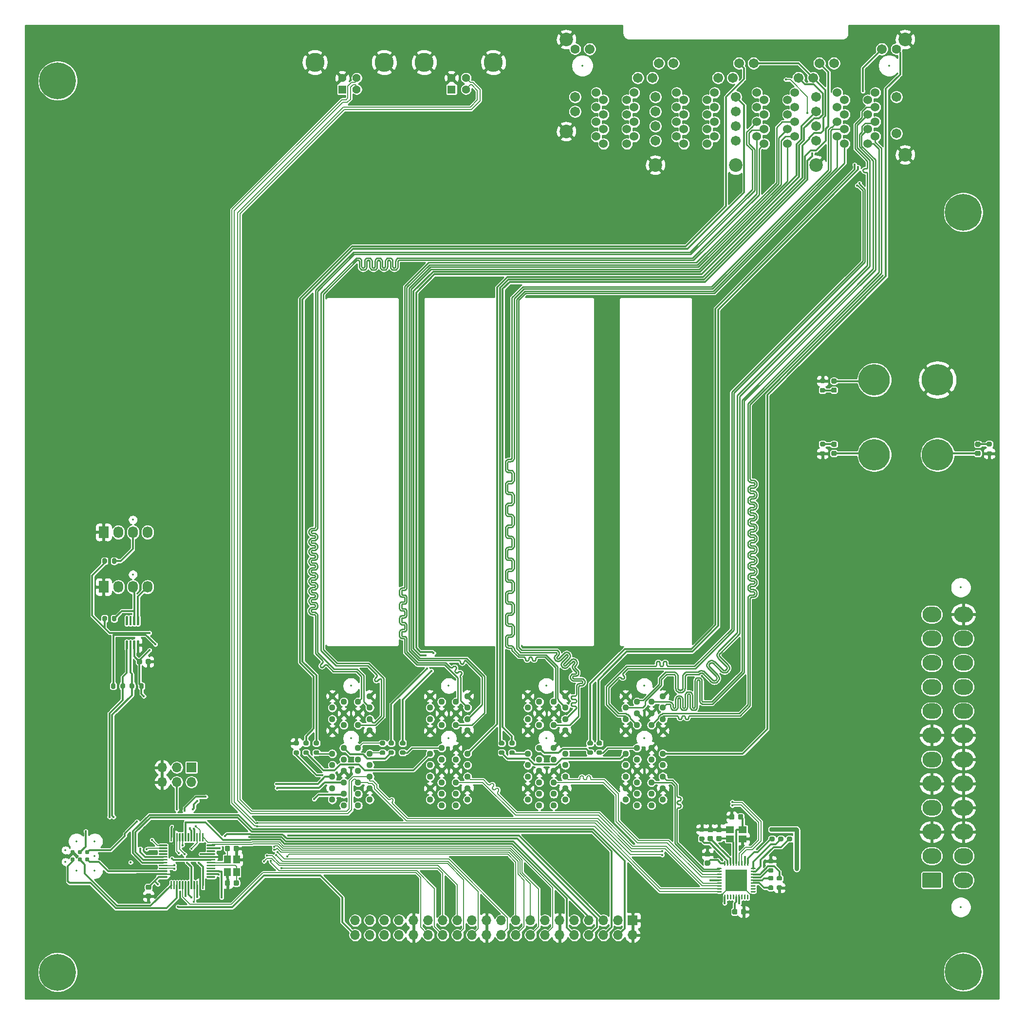
<source format=gtl>
G04 #@! TF.GenerationSoftware,KiCad,Pcbnew,5.1.8*
G04 #@! TF.CreationDate,2020-12-18T22:11:15+01:00*
G04 #@! TF.ProjectId,atx,6174782e-6b69-4636-9164-5f7063625858,rev?*
G04 #@! TF.SameCoordinates,Original*
G04 #@! TF.FileFunction,Copper,L1,Top*
G04 #@! TF.FilePolarity,Positive*
%FSLAX46Y46*%
G04 Gerber Fmt 4.6, Leading zero omitted, Abs format (unit mm)*
G04 Created by KiCad (PCBNEW 5.1.8) date 2020-12-18 22:11:15*
%MOMM*%
%LPD*%
G01*
G04 APERTURE LIST*
G04 #@! TA.AperFunction,ComponentPad*
%ADD10O,1.730000X2.030000*%
G04 #@! TD*
G04 #@! TA.AperFunction,ComponentPad*
%ADD11R,1.730000X2.030000*%
G04 #@! TD*
G04 #@! TA.AperFunction,ComponentPad*
%ADD12O,1.700000X1.700000*%
G04 #@! TD*
G04 #@! TA.AperFunction,ComponentPad*
%ADD13R,1.700000X1.700000*%
G04 #@! TD*
G04 #@! TA.AperFunction,ConnectorPad*
%ADD14C,0.787400*%
G04 #@! TD*
G04 #@! TA.AperFunction,SMDPad,CuDef*
%ADD15R,1.150000X1.400000*%
G04 #@! TD*
G04 #@! TA.AperFunction,ComponentPad*
%ADD16C,1.428000*%
G04 #@! TD*
G04 #@! TA.AperFunction,ComponentPad*
%ADD17R,1.428000X1.428000*%
G04 #@! TD*
G04 #@! TA.AperFunction,ComponentPad*
%ADD18C,3.316000*%
G04 #@! TD*
G04 #@! TA.AperFunction,ComponentPad*
%ADD19C,5.461000*%
G04 #@! TD*
G04 #@! TA.AperFunction,ComponentPad*
%ADD20C,1.120000*%
G04 #@! TD*
G04 #@! TA.AperFunction,SMDPad,CuDef*
%ADD21R,3.700000X3.700000*%
G04 #@! TD*
G04 #@! TA.AperFunction,SMDPad,CuDef*
%ADD22R,1.400000X1.150000*%
G04 #@! TD*
G04 #@! TA.AperFunction,ComponentPad*
%ADD23O,3.300000X2.700000*%
G04 #@! TD*
G04 #@! TA.AperFunction,ComponentPad*
%ADD24C,0.800000*%
G04 #@! TD*
G04 #@! TA.AperFunction,ComponentPad*
%ADD25C,6.400000*%
G04 #@! TD*
G04 #@! TA.AperFunction,ComponentPad*
%ADD26C,1.524000*%
G04 #@! TD*
G04 #@! TA.AperFunction,ComponentPad*
%ADD27C,2.362200*%
G04 #@! TD*
G04 #@! TA.AperFunction,ComponentPad*
%ADD28C,1.714500*%
G04 #@! TD*
G04 #@! TA.AperFunction,ComponentPad*
%ADD29C,1.600200*%
G04 #@! TD*
G04 #@! TA.AperFunction,ViaPad*
%ADD30C,0.400000*%
G04 #@! TD*
G04 #@! TA.AperFunction,Conductor*
%ADD31C,0.300000*%
G04 #@! TD*
G04 #@! TA.AperFunction,Conductor*
%ADD32C,0.200000*%
G04 #@! TD*
G04 #@! TA.AperFunction,Conductor*
%ADD33C,0.800000*%
G04 #@! TD*
G04 #@! TA.AperFunction,Conductor*
%ADD34C,0.250000*%
G04 #@! TD*
G04 #@! TA.AperFunction,Conductor*
%ADD35C,0.228600*%
G04 #@! TD*
G04 #@! TA.AperFunction,Conductor*
%ADD36C,0.254000*%
G04 #@! TD*
G04 #@! TA.AperFunction,Conductor*
%ADD37C,0.100000*%
G04 #@! TD*
%ADD38C,0.200000*%
%ADD39C,0.350000*%
G04 APERTURE END LIST*
G04 #@! TO.P,U2,8*
G04 #@! TO.N,N/C*
G04 #@! TA.AperFunction,SMDPad,CuDef*
G36*
G01*
X18125000Y-104700000D02*
X17925000Y-104700000D01*
G75*
G02*
X17825000Y-104600000I0J100000D01*
G01*
X17825000Y-103175000D01*
G75*
G02*
X17925000Y-103075000I100000J0D01*
G01*
X18125000Y-103075000D01*
G75*
G02*
X18225000Y-103175000I0J-100000D01*
G01*
X18225000Y-104600000D01*
G75*
G02*
X18125000Y-104700000I-100000J0D01*
G01*
G37*
G04 #@! TD.AperFunction*
G04 #@! TO.P,U2,7*
G04 #@! TA.AperFunction,SMDPad,CuDef*
G36*
G01*
X18775000Y-104700000D02*
X18575000Y-104700000D01*
G75*
G02*
X18475000Y-104600000I0J100000D01*
G01*
X18475000Y-103175000D01*
G75*
G02*
X18575000Y-103075000I100000J0D01*
G01*
X18775000Y-103075000D01*
G75*
G02*
X18875000Y-103175000I0J-100000D01*
G01*
X18875000Y-104600000D01*
G75*
G02*
X18775000Y-104700000I-100000J0D01*
G01*
G37*
G04 #@! TD.AperFunction*
G04 #@! TO.P,U2,6*
G04 #@! TO.N,Net-(M1-Pad3)*
G04 #@! TA.AperFunction,SMDPad,CuDef*
G36*
G01*
X19425000Y-104700000D02*
X19225000Y-104700000D01*
G75*
G02*
X19125000Y-104600000I0J100000D01*
G01*
X19125000Y-103175000D01*
G75*
G02*
X19225000Y-103075000I100000J0D01*
G01*
X19425000Y-103075000D01*
G75*
G02*
X19525000Y-103175000I0J-100000D01*
G01*
X19525000Y-104600000D01*
G75*
G02*
X19425000Y-104700000I-100000J0D01*
G01*
G37*
G04 #@! TD.AperFunction*
G04 #@! TO.P,U2,5*
G04 #@! TO.N,Net-(M1-Pad4)*
G04 #@! TA.AperFunction,SMDPad,CuDef*
G36*
G01*
X20075000Y-104700000D02*
X19875000Y-104700000D01*
G75*
G02*
X19775000Y-104600000I0J100000D01*
G01*
X19775000Y-103175000D01*
G75*
G02*
X19875000Y-103075000I100000J0D01*
G01*
X20075000Y-103075000D01*
G75*
G02*
X20175000Y-103175000I0J-100000D01*
G01*
X20175000Y-104600000D01*
G75*
G02*
X20075000Y-104700000I-100000J0D01*
G01*
G37*
G04 #@! TD.AperFunction*
G04 #@! TO.P,U2,4*
G04 #@! TO.N,GND*
G04 #@! TA.AperFunction,SMDPad,CuDef*
G36*
G01*
X20075000Y-108925000D02*
X19875000Y-108925000D01*
G75*
G02*
X19775000Y-108825000I0J100000D01*
G01*
X19775000Y-107400000D01*
G75*
G02*
X19875000Y-107300000I100000J0D01*
G01*
X20075000Y-107300000D01*
G75*
G02*
X20175000Y-107400000I0J-100000D01*
G01*
X20175000Y-108825000D01*
G75*
G02*
X20075000Y-108925000I-100000J0D01*
G01*
G37*
G04 #@! TD.AperFunction*
G04 #@! TO.P,U2,3*
G04 #@! TO.N,+3V3*
G04 #@! TA.AperFunction,SMDPad,CuDef*
G36*
G01*
X19425000Y-108925000D02*
X19225000Y-108925000D01*
G75*
G02*
X19125000Y-108825000I0J100000D01*
G01*
X19125000Y-107400000D01*
G75*
G02*
X19225000Y-107300000I100000J0D01*
G01*
X19425000Y-107300000D01*
G75*
G02*
X19525000Y-107400000I0J-100000D01*
G01*
X19525000Y-108825000D01*
G75*
G02*
X19425000Y-108925000I-100000J0D01*
G01*
G37*
G04 #@! TD.AperFunction*
G04 #@! TO.P,U2,2*
G04 #@! TO.N,/mcu_scl*
G04 #@! TA.AperFunction,SMDPad,CuDef*
G36*
G01*
X18775000Y-108925000D02*
X18575000Y-108925000D01*
G75*
G02*
X18475000Y-108825000I0J100000D01*
G01*
X18475000Y-107400000D01*
G75*
G02*
X18575000Y-107300000I100000J0D01*
G01*
X18775000Y-107300000D01*
G75*
G02*
X18875000Y-107400000I0J-100000D01*
G01*
X18875000Y-108825000D01*
G75*
G02*
X18775000Y-108925000I-100000J0D01*
G01*
G37*
G04 #@! TD.AperFunction*
G04 #@! TO.P,U2,1*
G04 #@! TO.N,/mcu_sda*
G04 #@! TA.AperFunction,SMDPad,CuDef*
G36*
G01*
X18125000Y-108925000D02*
X17925000Y-108925000D01*
G75*
G02*
X17825000Y-108825000I0J100000D01*
G01*
X17825000Y-107400000D01*
G75*
G02*
X17925000Y-107300000I100000J0D01*
G01*
X18125000Y-107300000D01*
G75*
G02*
X18225000Y-107400000I0J-100000D01*
G01*
X18225000Y-108825000D01*
G75*
G02*
X18125000Y-108925000I-100000J0D01*
G01*
G37*
G04 #@! TD.AperFunction*
G04 #@! TD*
G04 #@! TO.P,R24,2*
G04 #@! TO.N,+3V3*
G04 #@! TA.AperFunction,SMDPad,CuDef*
G36*
G01*
X14575000Y-93225000D02*
X14575000Y-93775000D01*
G75*
G02*
X14375000Y-93975000I-200000J0D01*
G01*
X13975000Y-93975000D01*
G75*
G02*
X13775000Y-93775000I0J200000D01*
G01*
X13775000Y-93225000D01*
G75*
G02*
X13975000Y-93025000I200000J0D01*
G01*
X14375000Y-93025000D01*
G75*
G02*
X14575000Y-93225000I0J-200000D01*
G01*
G37*
G04 #@! TD.AperFunction*
G04 #@! TO.P,R24,1*
G04 #@! TO.N,Net-(M2-Pad3)*
G04 #@! TA.AperFunction,SMDPad,CuDef*
G36*
G01*
X16225000Y-93225000D02*
X16225000Y-93775000D01*
G75*
G02*
X16025000Y-93975000I-200000J0D01*
G01*
X15625000Y-93975000D01*
G75*
G02*
X15425000Y-93775000I0J200000D01*
G01*
X15425000Y-93225000D01*
G75*
G02*
X15625000Y-93025000I200000J0D01*
G01*
X16025000Y-93025000D01*
G75*
G02*
X16225000Y-93225000I0J-200000D01*
G01*
G37*
G04 #@! TD.AperFunction*
G04 #@! TD*
G04 #@! TO.P,R23,2*
G04 #@! TO.N,+3V3*
G04 #@! TA.AperFunction,SMDPad,CuDef*
G36*
G01*
X14575000Y-103225000D02*
X14575000Y-103775000D01*
G75*
G02*
X14375000Y-103975000I-200000J0D01*
G01*
X13975000Y-103975000D01*
G75*
G02*
X13775000Y-103775000I0J200000D01*
G01*
X13775000Y-103225000D01*
G75*
G02*
X13975000Y-103025000I200000J0D01*
G01*
X14375000Y-103025000D01*
G75*
G02*
X14575000Y-103225000I0J-200000D01*
G01*
G37*
G04 #@! TD.AperFunction*
G04 #@! TO.P,R23,1*
G04 #@! TO.N,Net-(M1-Pad3)*
G04 #@! TA.AperFunction,SMDPad,CuDef*
G36*
G01*
X16225000Y-103225000D02*
X16225000Y-103775000D01*
G75*
G02*
X16025000Y-103975000I-200000J0D01*
G01*
X15625000Y-103975000D01*
G75*
G02*
X15425000Y-103775000I0J200000D01*
G01*
X15425000Y-103225000D01*
G75*
G02*
X15625000Y-103025000I200000J0D01*
G01*
X16025000Y-103025000D01*
G75*
G02*
X16225000Y-103225000I0J-200000D01*
G01*
G37*
G04 #@! TD.AperFunction*
G04 #@! TD*
G04 #@! TO.P,R22,2*
G04 #@! TO.N,+3V3*
G04 #@! TA.AperFunction,SMDPad,CuDef*
G36*
G01*
X16075000Y-114975000D02*
X16075000Y-115525000D01*
G75*
G02*
X15875000Y-115725000I-200000J0D01*
G01*
X15475000Y-115725000D01*
G75*
G02*
X15275000Y-115525000I0J200000D01*
G01*
X15275000Y-114975000D01*
G75*
G02*
X15475000Y-114775000I200000J0D01*
G01*
X15875000Y-114775000D01*
G75*
G02*
X16075000Y-114975000I0J-200000D01*
G01*
G37*
G04 #@! TD.AperFunction*
G04 #@! TO.P,R22,1*
G04 #@! TO.N,/mcu_sda*
G04 #@! TA.AperFunction,SMDPad,CuDef*
G36*
G01*
X17725000Y-114975000D02*
X17725000Y-115525000D01*
G75*
G02*
X17525000Y-115725000I-200000J0D01*
G01*
X17125000Y-115725000D01*
G75*
G02*
X16925000Y-115525000I0J200000D01*
G01*
X16925000Y-114975000D01*
G75*
G02*
X17125000Y-114775000I200000J0D01*
G01*
X17525000Y-114775000D01*
G75*
G02*
X17725000Y-114975000I0J-200000D01*
G01*
G37*
G04 #@! TD.AperFunction*
G04 #@! TD*
G04 #@! TO.P,R21,2*
G04 #@! TO.N,+3V3*
G04 #@! TA.AperFunction,SMDPad,CuDef*
G36*
G01*
X20175000Y-115525000D02*
X20175000Y-114975000D01*
G75*
G02*
X20375000Y-114775000I200000J0D01*
G01*
X20775000Y-114775000D01*
G75*
G02*
X20975000Y-114975000I0J-200000D01*
G01*
X20975000Y-115525000D01*
G75*
G02*
X20775000Y-115725000I-200000J0D01*
G01*
X20375000Y-115725000D01*
G75*
G02*
X20175000Y-115525000I0J200000D01*
G01*
G37*
G04 #@! TD.AperFunction*
G04 #@! TO.P,R21,1*
G04 #@! TO.N,/mcu_scl*
G04 #@! TA.AperFunction,SMDPad,CuDef*
G36*
G01*
X18525000Y-115525000D02*
X18525000Y-114975000D01*
G75*
G02*
X18725000Y-114775000I200000J0D01*
G01*
X19125000Y-114775000D01*
G75*
G02*
X19325000Y-114975000I0J-200000D01*
G01*
X19325000Y-115525000D01*
G75*
G02*
X19125000Y-115725000I-200000J0D01*
G01*
X18725000Y-115725000D01*
G75*
G02*
X18525000Y-115525000I0J200000D01*
G01*
G37*
G04 #@! TD.AperFunction*
G04 #@! TD*
D10*
G04 #@! TO.P,M2,4*
G04 #@! TO.N,N/C*
X21620000Y-88500000D03*
G04 #@! TO.P,M2,3*
G04 #@! TO.N,Net-(M2-Pad3)*
X19080000Y-88500000D03*
G04 #@! TO.P,M2,2*
G04 #@! TO.N,+12V*
X16540000Y-88500000D03*
D11*
G04 #@! TO.P,M2,1*
G04 #@! TO.N,GND*
X14000000Y-88500000D03*
G04 #@! TD*
D10*
G04 #@! TO.P,M1,4*
G04 #@! TO.N,Net-(M1-Pad4)*
X21620000Y-98000000D03*
G04 #@! TO.P,M1,3*
G04 #@! TO.N,Net-(M1-Pad3)*
X19080000Y-98000000D03*
G04 #@! TO.P,M1,2*
G04 #@! TO.N,+12V*
X16540000Y-98000000D03*
D11*
G04 #@! TO.P,M1,1*
G04 #@! TO.N,GND*
X14000000Y-98000000D03*
G04 #@! TD*
G04 #@! TO.P,C9,2*
G04 #@! TO.N,GND*
G04 #@! TA.AperFunction,SMDPad,CuDef*
G36*
G01*
X21325000Y-111250000D02*
X21325000Y-110750000D01*
G75*
G02*
X21550000Y-110525000I225000J0D01*
G01*
X22000000Y-110525000D01*
G75*
G02*
X22225000Y-110750000I0J-225000D01*
G01*
X22225000Y-111250000D01*
G75*
G02*
X22000000Y-111475000I-225000J0D01*
G01*
X21550000Y-111475000D01*
G75*
G02*
X21325000Y-111250000I0J225000D01*
G01*
G37*
G04 #@! TD.AperFunction*
G04 #@! TO.P,C9,1*
G04 #@! TO.N,+3V3*
G04 #@! TA.AperFunction,SMDPad,CuDef*
G36*
G01*
X19775000Y-111250000D02*
X19775000Y-110750000D01*
G75*
G02*
X20000000Y-110525000I225000J0D01*
G01*
X20450000Y-110525000D01*
G75*
G02*
X20675000Y-110750000I0J-225000D01*
G01*
X20675000Y-111250000D01*
G75*
G02*
X20450000Y-111475000I-225000J0D01*
G01*
X20000000Y-111475000D01*
G75*
G02*
X19775000Y-111250000I0J225000D01*
G01*
G37*
G04 #@! TD.AperFunction*
G04 #@! TD*
D12*
G04 #@! TO.P,J4,6*
G04 #@! TO.N,GND*
X24170000Y-131940000D03*
G04 #@! TO.P,J4,5*
X24170000Y-129400000D03*
G04 #@! TO.P,J4,4*
G04 #@! TO.N,Net-(J4-Pad4)*
X26710000Y-131940000D03*
G04 #@! TO.P,J4,3*
G04 #@! TO.N,/mcu_reset*
X26710000Y-129400000D03*
G04 #@! TO.P,J4,2*
G04 #@! TO.N,+3V3*
X29250000Y-131940000D03*
D13*
G04 #@! TO.P,J4,1*
G04 #@! TO.N,/c4_gpio1*
X29250000Y-129400000D03*
G04 #@! TD*
G04 #@! TO.P,C6,2*
G04 #@! TO.N,Net-(C6-Pad2)*
G04 #@! TA.AperFunction,SMDPad,CuDef*
G36*
G01*
X36625000Y-149750000D02*
X36625000Y-149250000D01*
G75*
G02*
X36850000Y-149025000I225000J0D01*
G01*
X37300000Y-149025000D01*
G75*
G02*
X37525000Y-149250000I0J-225000D01*
G01*
X37525000Y-149750000D01*
G75*
G02*
X37300000Y-149975000I-225000J0D01*
G01*
X36850000Y-149975000D01*
G75*
G02*
X36625000Y-149750000I0J225000D01*
G01*
G37*
G04 #@! TD.AperFunction*
G04 #@! TO.P,C6,1*
G04 #@! TO.N,GND*
G04 #@! TA.AperFunction,SMDPad,CuDef*
G36*
G01*
X35075000Y-149750000D02*
X35075000Y-149250000D01*
G75*
G02*
X35300000Y-149025000I225000J0D01*
G01*
X35750000Y-149025000D01*
G75*
G02*
X35975000Y-149250000I0J-225000D01*
G01*
X35975000Y-149750000D01*
G75*
G02*
X35750000Y-149975000I-225000J0D01*
G01*
X35300000Y-149975000D01*
G75*
G02*
X35075000Y-149750000I0J225000D01*
G01*
G37*
G04 #@! TD.AperFunction*
G04 #@! TD*
G04 #@! TO.P,C7,2*
G04 #@! TO.N,Net-(C7-Pad2)*
G04 #@! TA.AperFunction,SMDPad,CuDef*
G36*
G01*
X35975000Y-143250000D02*
X35975000Y-143750000D01*
G75*
G02*
X35750000Y-143975000I-225000J0D01*
G01*
X35300000Y-143975000D01*
G75*
G02*
X35075000Y-143750000I0J225000D01*
G01*
X35075000Y-143250000D01*
G75*
G02*
X35300000Y-143025000I225000J0D01*
G01*
X35750000Y-143025000D01*
G75*
G02*
X35975000Y-143250000I0J-225000D01*
G01*
G37*
G04 #@! TD.AperFunction*
G04 #@! TO.P,C7,1*
G04 #@! TO.N,GND*
G04 #@! TA.AperFunction,SMDPad,CuDef*
G36*
G01*
X37525000Y-143250000D02*
X37525000Y-143750000D01*
G75*
G02*
X37300000Y-143975000I-225000J0D01*
G01*
X36850000Y-143975000D01*
G75*
G02*
X36625000Y-143750000I0J225000D01*
G01*
X36625000Y-143250000D01*
G75*
G02*
X36850000Y-143025000I225000J0D01*
G01*
X37300000Y-143025000D01*
G75*
G02*
X37525000Y-143250000I0J-225000D01*
G01*
G37*
G04 #@! TD.AperFunction*
G04 #@! TD*
G04 #@! TO.P,U1,1*
G04 #@! TO.N,N/C*
G04 #@! TA.AperFunction,SMDPad,CuDef*
G36*
G01*
X33400000Y-148375000D02*
X33400000Y-148525000D01*
G75*
G02*
X33325000Y-148600000I-75000J0D01*
G01*
X32000000Y-148600000D01*
G75*
G02*
X31925000Y-148525000I0J75000D01*
G01*
X31925000Y-148375000D01*
G75*
G02*
X32000000Y-148300000I75000J0D01*
G01*
X33325000Y-148300000D01*
G75*
G02*
X33400000Y-148375000I0J-75000D01*
G01*
G37*
G04 #@! TD.AperFunction*
G04 #@! TO.P,U1,2*
G04 #@! TO.N,/c1_boot*
G04 #@! TA.AperFunction,SMDPad,CuDef*
G36*
G01*
X33400000Y-147875000D02*
X33400000Y-148025000D01*
G75*
G02*
X33325000Y-148100000I-75000J0D01*
G01*
X32000000Y-148100000D01*
G75*
G02*
X31925000Y-148025000I0J75000D01*
G01*
X31925000Y-147875000D01*
G75*
G02*
X32000000Y-147800000I75000J0D01*
G01*
X33325000Y-147800000D01*
G75*
G02*
X33400000Y-147875000I0J-75000D01*
G01*
G37*
G04 #@! TD.AperFunction*
G04 #@! TO.P,U1,3*
G04 #@! TO.N,/c2_boot*
G04 #@! TA.AperFunction,SMDPad,CuDef*
G36*
G01*
X33400000Y-147375000D02*
X33400000Y-147525000D01*
G75*
G02*
X33325000Y-147600000I-75000J0D01*
G01*
X32000000Y-147600000D01*
G75*
G02*
X31925000Y-147525000I0J75000D01*
G01*
X31925000Y-147375000D01*
G75*
G02*
X32000000Y-147300000I75000J0D01*
G01*
X33325000Y-147300000D01*
G75*
G02*
X33400000Y-147375000I0J-75000D01*
G01*
G37*
G04 #@! TD.AperFunction*
G04 #@! TO.P,U1,4*
G04 #@! TO.N,N/C*
G04 #@! TA.AperFunction,SMDPad,CuDef*
G36*
G01*
X33400000Y-146875000D02*
X33400000Y-147025000D01*
G75*
G02*
X33325000Y-147100000I-75000J0D01*
G01*
X32000000Y-147100000D01*
G75*
G02*
X31925000Y-147025000I0J75000D01*
G01*
X31925000Y-146875000D01*
G75*
G02*
X32000000Y-146800000I75000J0D01*
G01*
X33325000Y-146800000D01*
G75*
G02*
X33400000Y-146875000I0J-75000D01*
G01*
G37*
G04 #@! TD.AperFunction*
G04 #@! TO.P,U1,5*
G04 #@! TO.N,Net-(C6-Pad2)*
G04 #@! TA.AperFunction,SMDPad,CuDef*
G36*
G01*
X33400000Y-146375000D02*
X33400000Y-146525000D01*
G75*
G02*
X33325000Y-146600000I-75000J0D01*
G01*
X32000000Y-146600000D01*
G75*
G02*
X31925000Y-146525000I0J75000D01*
G01*
X31925000Y-146375000D01*
G75*
G02*
X32000000Y-146300000I75000J0D01*
G01*
X33325000Y-146300000D01*
G75*
G02*
X33400000Y-146375000I0J-75000D01*
G01*
G37*
G04 #@! TD.AperFunction*
G04 #@! TO.P,U1,6*
G04 #@! TO.N,Net-(C7-Pad2)*
G04 #@! TA.AperFunction,SMDPad,CuDef*
G36*
G01*
X33400000Y-145875000D02*
X33400000Y-146025000D01*
G75*
G02*
X33325000Y-146100000I-75000J0D01*
G01*
X32000000Y-146100000D01*
G75*
G02*
X31925000Y-146025000I0J75000D01*
G01*
X31925000Y-145875000D01*
G75*
G02*
X32000000Y-145800000I75000J0D01*
G01*
X33325000Y-145800000D01*
G75*
G02*
X33400000Y-145875000I0J-75000D01*
G01*
G37*
G04 #@! TD.AperFunction*
G04 #@! TO.P,U1,7*
G04 #@! TO.N,/mcu_reset*
G04 #@! TA.AperFunction,SMDPad,CuDef*
G36*
G01*
X33400000Y-145375000D02*
X33400000Y-145525000D01*
G75*
G02*
X33325000Y-145600000I-75000J0D01*
G01*
X32000000Y-145600000D01*
G75*
G02*
X31925000Y-145525000I0J75000D01*
G01*
X31925000Y-145375000D01*
G75*
G02*
X32000000Y-145300000I75000J0D01*
G01*
X33325000Y-145300000D01*
G75*
G02*
X33400000Y-145375000I0J-75000D01*
G01*
G37*
G04 #@! TD.AperFunction*
G04 #@! TO.P,U1,8*
G04 #@! TO.N,GND*
G04 #@! TA.AperFunction,SMDPad,CuDef*
G36*
G01*
X33400000Y-144875000D02*
X33400000Y-145025000D01*
G75*
G02*
X33325000Y-145100000I-75000J0D01*
G01*
X32000000Y-145100000D01*
G75*
G02*
X31925000Y-145025000I0J75000D01*
G01*
X31925000Y-144875000D01*
G75*
G02*
X32000000Y-144800000I75000J0D01*
G01*
X33325000Y-144800000D01*
G75*
G02*
X33400000Y-144875000I0J-75000D01*
G01*
G37*
G04 #@! TD.AperFunction*
G04 #@! TO.P,U1,9*
G04 #@! TO.N,+3V3*
G04 #@! TA.AperFunction,SMDPad,CuDef*
G36*
G01*
X33400000Y-144375000D02*
X33400000Y-144525000D01*
G75*
G02*
X33325000Y-144600000I-75000J0D01*
G01*
X32000000Y-144600000D01*
G75*
G02*
X31925000Y-144525000I0J75000D01*
G01*
X31925000Y-144375000D01*
G75*
G02*
X32000000Y-144300000I75000J0D01*
G01*
X33325000Y-144300000D01*
G75*
G02*
X33400000Y-144375000I0J-75000D01*
G01*
G37*
G04 #@! TD.AperFunction*
G04 #@! TO.P,U1,10*
G04 #@! TO.N,N/C*
G04 #@! TA.AperFunction,SMDPad,CuDef*
G36*
G01*
X33400000Y-143875000D02*
X33400000Y-144025000D01*
G75*
G02*
X33325000Y-144100000I-75000J0D01*
G01*
X32000000Y-144100000D01*
G75*
G02*
X31925000Y-144025000I0J75000D01*
G01*
X31925000Y-143875000D01*
G75*
G02*
X32000000Y-143800000I75000J0D01*
G01*
X33325000Y-143800000D01*
G75*
G02*
X33400000Y-143875000I0J-75000D01*
G01*
G37*
G04 #@! TD.AperFunction*
G04 #@! TO.P,U1,11*
G04 #@! TO.N,/c1_act*
G04 #@! TA.AperFunction,SMDPad,CuDef*
G36*
G01*
X33400000Y-143375000D02*
X33400000Y-143525000D01*
G75*
G02*
X33325000Y-143600000I-75000J0D01*
G01*
X32000000Y-143600000D01*
G75*
G02*
X31925000Y-143525000I0J75000D01*
G01*
X31925000Y-143375000D01*
G75*
G02*
X32000000Y-143300000I75000J0D01*
G01*
X33325000Y-143300000D01*
G75*
G02*
X33400000Y-143375000I0J-75000D01*
G01*
G37*
G04 #@! TD.AperFunction*
G04 #@! TO.P,U1,12*
G04 #@! TO.N,/c2_rx*
G04 #@! TA.AperFunction,SMDPad,CuDef*
G36*
G01*
X33400000Y-142875000D02*
X33400000Y-143025000D01*
G75*
G02*
X33325000Y-143100000I-75000J0D01*
G01*
X32000000Y-143100000D01*
G75*
G02*
X31925000Y-143025000I0J75000D01*
G01*
X31925000Y-142875000D01*
G75*
G02*
X32000000Y-142800000I75000J0D01*
G01*
X33325000Y-142800000D01*
G75*
G02*
X33400000Y-142875000I0J-75000D01*
G01*
G37*
G04 #@! TD.AperFunction*
G04 #@! TO.P,U1,13*
G04 #@! TO.N,/c2_tx*
G04 #@! TA.AperFunction,SMDPad,CuDef*
G36*
G01*
X31400000Y-140875000D02*
X31400000Y-142200000D01*
G75*
G02*
X31325000Y-142275000I-75000J0D01*
G01*
X31175000Y-142275000D01*
G75*
G02*
X31100000Y-142200000I0J75000D01*
G01*
X31100000Y-140875000D01*
G75*
G02*
X31175000Y-140800000I75000J0D01*
G01*
X31325000Y-140800000D01*
G75*
G02*
X31400000Y-140875000I0J-75000D01*
G01*
G37*
G04 #@! TD.AperFunction*
G04 #@! TO.P,U1,14*
G04 #@! TO.N,/c2_act*
G04 #@! TA.AperFunction,SMDPad,CuDef*
G36*
G01*
X30900000Y-140875000D02*
X30900000Y-142200000D01*
G75*
G02*
X30825000Y-142275000I-75000J0D01*
G01*
X30675000Y-142275000D01*
G75*
G02*
X30600000Y-142200000I0J75000D01*
G01*
X30600000Y-140875000D01*
G75*
G02*
X30675000Y-140800000I75000J0D01*
G01*
X30825000Y-140800000D01*
G75*
G02*
X30900000Y-140875000I0J-75000D01*
G01*
G37*
G04 #@! TD.AperFunction*
G04 #@! TO.P,U1,15*
G04 #@! TO.N,/c3_act*
G04 #@! TA.AperFunction,SMDPad,CuDef*
G36*
G01*
X30400000Y-140875000D02*
X30400000Y-142200000D01*
G75*
G02*
X30325000Y-142275000I-75000J0D01*
G01*
X30175000Y-142275000D01*
G75*
G02*
X30100000Y-142200000I0J75000D01*
G01*
X30100000Y-140875000D01*
G75*
G02*
X30175000Y-140800000I75000J0D01*
G01*
X30325000Y-140800000D01*
G75*
G02*
X30400000Y-140875000I0J-75000D01*
G01*
G37*
G04 #@! TD.AperFunction*
G04 #@! TO.P,U1,16*
G04 #@! TO.N,/c4_rx*
G04 #@! TA.AperFunction,SMDPad,CuDef*
G36*
G01*
X29900000Y-140875000D02*
X29900000Y-142200000D01*
G75*
G02*
X29825000Y-142275000I-75000J0D01*
G01*
X29675000Y-142275000D01*
G75*
G02*
X29600000Y-142200000I0J75000D01*
G01*
X29600000Y-140875000D01*
G75*
G02*
X29675000Y-140800000I75000J0D01*
G01*
X29825000Y-140800000D01*
G75*
G02*
X29900000Y-140875000I0J-75000D01*
G01*
G37*
G04 #@! TD.AperFunction*
G04 #@! TO.P,U1,17*
G04 #@! TO.N,/c4_tx*
G04 #@! TA.AperFunction,SMDPad,CuDef*
G36*
G01*
X29400000Y-140875000D02*
X29400000Y-142200000D01*
G75*
G02*
X29325000Y-142275000I-75000J0D01*
G01*
X29175000Y-142275000D01*
G75*
G02*
X29100000Y-142200000I0J75000D01*
G01*
X29100000Y-140875000D01*
G75*
G02*
X29175000Y-140800000I75000J0D01*
G01*
X29325000Y-140800000D01*
G75*
G02*
X29400000Y-140875000I0J-75000D01*
G01*
G37*
G04 #@! TD.AperFunction*
G04 #@! TO.P,U1,18*
G04 #@! TO.N,N/C*
G04 #@! TA.AperFunction,SMDPad,CuDef*
G36*
G01*
X28900000Y-140875000D02*
X28900000Y-142200000D01*
G75*
G02*
X28825000Y-142275000I-75000J0D01*
G01*
X28675000Y-142275000D01*
G75*
G02*
X28600000Y-142200000I0J75000D01*
G01*
X28600000Y-140875000D01*
G75*
G02*
X28675000Y-140800000I75000J0D01*
G01*
X28825000Y-140800000D01*
G75*
G02*
X28900000Y-140875000I0J-75000D01*
G01*
G37*
G04 #@! TD.AperFunction*
G04 #@! TO.P,U1,19*
G04 #@! TO.N,/c1_reset*
G04 #@! TA.AperFunction,SMDPad,CuDef*
G36*
G01*
X28400000Y-140875000D02*
X28400000Y-142200000D01*
G75*
G02*
X28325000Y-142275000I-75000J0D01*
G01*
X28175000Y-142275000D01*
G75*
G02*
X28100000Y-142200000I0J75000D01*
G01*
X28100000Y-140875000D01*
G75*
G02*
X28175000Y-140800000I75000J0D01*
G01*
X28325000Y-140800000D01*
G75*
G02*
X28400000Y-140875000I0J-75000D01*
G01*
G37*
G04 #@! TD.AperFunction*
G04 #@! TO.P,U1,20*
G04 #@! TO.N,/c2_reset*
G04 #@! TA.AperFunction,SMDPad,CuDef*
G36*
G01*
X27900000Y-140875000D02*
X27900000Y-142200000D01*
G75*
G02*
X27825000Y-142275000I-75000J0D01*
G01*
X27675000Y-142275000D01*
G75*
G02*
X27600000Y-142200000I0J75000D01*
G01*
X27600000Y-140875000D01*
G75*
G02*
X27675000Y-140800000I75000J0D01*
G01*
X27825000Y-140800000D01*
G75*
G02*
X27900000Y-140875000I0J-75000D01*
G01*
G37*
G04 #@! TD.AperFunction*
G04 #@! TO.P,U1,21*
G04 #@! TO.N,/c3_rx*
G04 #@! TA.AperFunction,SMDPad,CuDef*
G36*
G01*
X27400000Y-140875000D02*
X27400000Y-142200000D01*
G75*
G02*
X27325000Y-142275000I-75000J0D01*
G01*
X27175000Y-142275000D01*
G75*
G02*
X27100000Y-142200000I0J75000D01*
G01*
X27100000Y-140875000D01*
G75*
G02*
X27175000Y-140800000I75000J0D01*
G01*
X27325000Y-140800000D01*
G75*
G02*
X27400000Y-140875000I0J-75000D01*
G01*
G37*
G04 #@! TD.AperFunction*
G04 #@! TO.P,U1,22*
G04 #@! TO.N,/c3_tx*
G04 #@! TA.AperFunction,SMDPad,CuDef*
G36*
G01*
X26900000Y-140875000D02*
X26900000Y-142200000D01*
G75*
G02*
X26825000Y-142275000I-75000J0D01*
G01*
X26675000Y-142275000D01*
G75*
G02*
X26600000Y-142200000I0J75000D01*
G01*
X26600000Y-140875000D01*
G75*
G02*
X26675000Y-140800000I75000J0D01*
G01*
X26825000Y-140800000D01*
G75*
G02*
X26900000Y-140875000I0J-75000D01*
G01*
G37*
G04 #@! TD.AperFunction*
G04 #@! TO.P,U1,23*
G04 #@! TO.N,GND*
G04 #@! TA.AperFunction,SMDPad,CuDef*
G36*
G01*
X26400000Y-140875000D02*
X26400000Y-142200000D01*
G75*
G02*
X26325000Y-142275000I-75000J0D01*
G01*
X26175000Y-142275000D01*
G75*
G02*
X26100000Y-142200000I0J75000D01*
G01*
X26100000Y-140875000D01*
G75*
G02*
X26175000Y-140800000I75000J0D01*
G01*
X26325000Y-140800000D01*
G75*
G02*
X26400000Y-140875000I0J-75000D01*
G01*
G37*
G04 #@! TD.AperFunction*
G04 #@! TO.P,U1,24*
G04 #@! TO.N,+3V3*
G04 #@! TA.AperFunction,SMDPad,CuDef*
G36*
G01*
X25900000Y-140875000D02*
X25900000Y-142200000D01*
G75*
G02*
X25825000Y-142275000I-75000J0D01*
G01*
X25675000Y-142275000D01*
G75*
G02*
X25600000Y-142200000I0J75000D01*
G01*
X25600000Y-140875000D01*
G75*
G02*
X25675000Y-140800000I75000J0D01*
G01*
X25825000Y-140800000D01*
G75*
G02*
X25900000Y-140875000I0J-75000D01*
G01*
G37*
G04 #@! TD.AperFunction*
G04 #@! TO.P,U1,25*
G04 #@! TO.N,/c2_wp*
G04 #@! TA.AperFunction,SMDPad,CuDef*
G36*
G01*
X25075000Y-142875000D02*
X25075000Y-143025000D01*
G75*
G02*
X25000000Y-143100000I-75000J0D01*
G01*
X23675000Y-143100000D01*
G75*
G02*
X23600000Y-143025000I0J75000D01*
G01*
X23600000Y-142875000D01*
G75*
G02*
X23675000Y-142800000I75000J0D01*
G01*
X25000000Y-142800000D01*
G75*
G02*
X25075000Y-142875000I0J-75000D01*
G01*
G37*
G04 #@! TD.AperFunction*
G04 #@! TO.P,U1,26*
G04 #@! TO.N,/c3_wp*
G04 #@! TA.AperFunction,SMDPad,CuDef*
G36*
G01*
X25075000Y-143375000D02*
X25075000Y-143525000D01*
G75*
G02*
X25000000Y-143600000I-75000J0D01*
G01*
X23675000Y-143600000D01*
G75*
G02*
X23600000Y-143525000I0J75000D01*
G01*
X23600000Y-143375000D01*
G75*
G02*
X23675000Y-143300000I75000J0D01*
G01*
X25000000Y-143300000D01*
G75*
G02*
X25075000Y-143375000I0J-75000D01*
G01*
G37*
G04 #@! TD.AperFunction*
G04 #@! TO.P,U1,27*
G04 #@! TO.N,N/C*
G04 #@! TA.AperFunction,SMDPad,CuDef*
G36*
G01*
X25075000Y-143875000D02*
X25075000Y-144025000D01*
G75*
G02*
X25000000Y-144100000I-75000J0D01*
G01*
X23675000Y-144100000D01*
G75*
G02*
X23600000Y-144025000I0J75000D01*
G01*
X23600000Y-143875000D01*
G75*
G02*
X23675000Y-143800000I75000J0D01*
G01*
X25000000Y-143800000D01*
G75*
G02*
X25075000Y-143875000I0J-75000D01*
G01*
G37*
G04 #@! TD.AperFunction*
G04 #@! TO.P,U1,28*
G04 #@! TA.AperFunction,SMDPad,CuDef*
G36*
G01*
X25075000Y-144375000D02*
X25075000Y-144525000D01*
G75*
G02*
X25000000Y-144600000I-75000J0D01*
G01*
X23675000Y-144600000D01*
G75*
G02*
X23600000Y-144525000I0J75000D01*
G01*
X23600000Y-144375000D01*
G75*
G02*
X23675000Y-144300000I75000J0D01*
G01*
X25000000Y-144300000D01*
G75*
G02*
X25075000Y-144375000I0J-75000D01*
G01*
G37*
G04 #@! TD.AperFunction*
G04 #@! TO.P,U1,29*
G04 #@! TO.N,/c4_reset*
G04 #@! TA.AperFunction,SMDPad,CuDef*
G36*
G01*
X25075000Y-144875000D02*
X25075000Y-145025000D01*
G75*
G02*
X25000000Y-145100000I-75000J0D01*
G01*
X23675000Y-145100000D01*
G75*
G02*
X23600000Y-145025000I0J75000D01*
G01*
X23600000Y-144875000D01*
G75*
G02*
X23675000Y-144800000I75000J0D01*
G01*
X25000000Y-144800000D01*
G75*
G02*
X25075000Y-144875000I0J-75000D01*
G01*
G37*
G04 #@! TD.AperFunction*
G04 #@! TO.P,U1,30*
G04 #@! TO.N,/c1_rx*
G04 #@! TA.AperFunction,SMDPad,CuDef*
G36*
G01*
X25075000Y-145375000D02*
X25075000Y-145525000D01*
G75*
G02*
X25000000Y-145600000I-75000J0D01*
G01*
X23675000Y-145600000D01*
G75*
G02*
X23600000Y-145525000I0J75000D01*
G01*
X23600000Y-145375000D01*
G75*
G02*
X23675000Y-145300000I75000J0D01*
G01*
X25000000Y-145300000D01*
G75*
G02*
X25075000Y-145375000I0J-75000D01*
G01*
G37*
G04 #@! TD.AperFunction*
G04 #@! TO.P,U1,31*
G04 #@! TO.N,/c1_tx*
G04 #@! TA.AperFunction,SMDPad,CuDef*
G36*
G01*
X25075000Y-145875000D02*
X25075000Y-146025000D01*
G75*
G02*
X25000000Y-146100000I-75000J0D01*
G01*
X23675000Y-146100000D01*
G75*
G02*
X23600000Y-146025000I0J75000D01*
G01*
X23600000Y-145875000D01*
G75*
G02*
X23675000Y-145800000I75000J0D01*
G01*
X25000000Y-145800000D01*
G75*
G02*
X25075000Y-145875000I0J-75000D01*
G01*
G37*
G04 #@! TD.AperFunction*
G04 #@! TO.P,U1,32*
G04 #@! TO.N,/mcu_usb-*
G04 #@! TA.AperFunction,SMDPad,CuDef*
G36*
G01*
X25075000Y-146375000D02*
X25075000Y-146525000D01*
G75*
G02*
X25000000Y-146600000I-75000J0D01*
G01*
X23675000Y-146600000D01*
G75*
G02*
X23600000Y-146525000I0J75000D01*
G01*
X23600000Y-146375000D01*
G75*
G02*
X23675000Y-146300000I75000J0D01*
G01*
X25000000Y-146300000D01*
G75*
G02*
X25075000Y-146375000I0J-75000D01*
G01*
G37*
G04 #@! TD.AperFunction*
G04 #@! TO.P,U1,33*
G04 #@! TO.N,/mcu_usb+*
G04 #@! TA.AperFunction,SMDPad,CuDef*
G36*
G01*
X25075000Y-146875000D02*
X25075000Y-147025000D01*
G75*
G02*
X25000000Y-147100000I-75000J0D01*
G01*
X23675000Y-147100000D01*
G75*
G02*
X23600000Y-147025000I0J75000D01*
G01*
X23600000Y-146875000D01*
G75*
G02*
X23675000Y-146800000I75000J0D01*
G01*
X25000000Y-146800000D01*
G75*
G02*
X25075000Y-146875000I0J-75000D01*
G01*
G37*
G04 #@! TD.AperFunction*
G04 #@! TO.P,U1,34*
G04 #@! TO.N,/mcu_swdio*
G04 #@! TA.AperFunction,SMDPad,CuDef*
G36*
G01*
X25075000Y-147375000D02*
X25075000Y-147525000D01*
G75*
G02*
X25000000Y-147600000I-75000J0D01*
G01*
X23675000Y-147600000D01*
G75*
G02*
X23600000Y-147525000I0J75000D01*
G01*
X23600000Y-147375000D01*
G75*
G02*
X23675000Y-147300000I75000J0D01*
G01*
X25000000Y-147300000D01*
G75*
G02*
X25075000Y-147375000I0J-75000D01*
G01*
G37*
G04 #@! TD.AperFunction*
G04 #@! TO.P,U1,35*
G04 #@! TO.N,GND*
G04 #@! TA.AperFunction,SMDPad,CuDef*
G36*
G01*
X25075000Y-147875000D02*
X25075000Y-148025000D01*
G75*
G02*
X25000000Y-148100000I-75000J0D01*
G01*
X23675000Y-148100000D01*
G75*
G02*
X23600000Y-148025000I0J75000D01*
G01*
X23600000Y-147875000D01*
G75*
G02*
X23675000Y-147800000I75000J0D01*
G01*
X25000000Y-147800000D01*
G75*
G02*
X25075000Y-147875000I0J-75000D01*
G01*
G37*
G04 #@! TD.AperFunction*
G04 #@! TO.P,U1,36*
G04 #@! TO.N,+3V3*
G04 #@! TA.AperFunction,SMDPad,CuDef*
G36*
G01*
X25075000Y-148375000D02*
X25075000Y-148525000D01*
G75*
G02*
X25000000Y-148600000I-75000J0D01*
G01*
X23675000Y-148600000D01*
G75*
G02*
X23600000Y-148525000I0J75000D01*
G01*
X23600000Y-148375000D01*
G75*
G02*
X23675000Y-148300000I75000J0D01*
G01*
X25000000Y-148300000D01*
G75*
G02*
X25075000Y-148375000I0J-75000D01*
G01*
G37*
G04 #@! TD.AperFunction*
G04 #@! TO.P,U1,37*
G04 #@! TO.N,/mcu_swclk*
G04 #@! TA.AperFunction,SMDPad,CuDef*
G36*
G01*
X25900000Y-149200000D02*
X25900000Y-150525000D01*
G75*
G02*
X25825000Y-150600000I-75000J0D01*
G01*
X25675000Y-150600000D01*
G75*
G02*
X25600000Y-150525000I0J75000D01*
G01*
X25600000Y-149200000D01*
G75*
G02*
X25675000Y-149125000I75000J0D01*
G01*
X25825000Y-149125000D01*
G75*
G02*
X25900000Y-149200000I0J-75000D01*
G01*
G37*
G04 #@! TD.AperFunction*
G04 #@! TO.P,U1,38*
G04 #@! TO.N,N/C*
G04 #@! TA.AperFunction,SMDPad,CuDef*
G36*
G01*
X26400000Y-149200000D02*
X26400000Y-150525000D01*
G75*
G02*
X26325000Y-150600000I-75000J0D01*
G01*
X26175000Y-150600000D01*
G75*
G02*
X26100000Y-150525000I0J75000D01*
G01*
X26100000Y-149200000D01*
G75*
G02*
X26175000Y-149125000I75000J0D01*
G01*
X26325000Y-149125000D01*
G75*
G02*
X26400000Y-149200000I0J-75000D01*
G01*
G37*
G04 #@! TD.AperFunction*
G04 #@! TO.P,U1,39*
G04 #@! TO.N,/mcu_tdo*
G04 #@! TA.AperFunction,SMDPad,CuDef*
G36*
G01*
X26900000Y-149200000D02*
X26900000Y-150525000D01*
G75*
G02*
X26825000Y-150600000I-75000J0D01*
G01*
X26675000Y-150600000D01*
G75*
G02*
X26600000Y-150525000I0J75000D01*
G01*
X26600000Y-149200000D01*
G75*
G02*
X26675000Y-149125000I75000J0D01*
G01*
X26825000Y-149125000D01*
G75*
G02*
X26900000Y-149200000I0J-75000D01*
G01*
G37*
G04 #@! TD.AperFunction*
G04 #@! TO.P,U1,40*
G04 #@! TO.N,N/C*
G04 #@! TA.AperFunction,SMDPad,CuDef*
G36*
G01*
X27400000Y-149200000D02*
X27400000Y-150525000D01*
G75*
G02*
X27325000Y-150600000I-75000J0D01*
G01*
X27175000Y-150600000D01*
G75*
G02*
X27100000Y-150525000I0J75000D01*
G01*
X27100000Y-149200000D01*
G75*
G02*
X27175000Y-149125000I75000J0D01*
G01*
X27325000Y-149125000D01*
G75*
G02*
X27400000Y-149200000I0J-75000D01*
G01*
G37*
G04 #@! TD.AperFunction*
G04 #@! TO.P,U1,41*
G04 #@! TO.N,/c3_reset*
G04 #@! TA.AperFunction,SMDPad,CuDef*
G36*
G01*
X27900000Y-149200000D02*
X27900000Y-150525000D01*
G75*
G02*
X27825000Y-150600000I-75000J0D01*
G01*
X27675000Y-150600000D01*
G75*
G02*
X27600000Y-150525000I0J75000D01*
G01*
X27600000Y-149200000D01*
G75*
G02*
X27675000Y-149125000I75000J0D01*
G01*
X27825000Y-149125000D01*
G75*
G02*
X27900000Y-149200000I0J-75000D01*
G01*
G37*
G04 #@! TD.AperFunction*
G04 #@! TO.P,U1,42*
G04 #@! TO.N,/mcu_scl*
G04 #@! TA.AperFunction,SMDPad,CuDef*
G36*
G01*
X28400000Y-149200000D02*
X28400000Y-150525000D01*
G75*
G02*
X28325000Y-150600000I-75000J0D01*
G01*
X28175000Y-150600000D01*
G75*
G02*
X28100000Y-150525000I0J75000D01*
G01*
X28100000Y-149200000D01*
G75*
G02*
X28175000Y-149125000I75000J0D01*
G01*
X28325000Y-149125000D01*
G75*
G02*
X28400000Y-149200000I0J-75000D01*
G01*
G37*
G04 #@! TD.AperFunction*
G04 #@! TO.P,U1,43*
G04 #@! TO.N,/mcu_sda*
G04 #@! TA.AperFunction,SMDPad,CuDef*
G36*
G01*
X28900000Y-149200000D02*
X28900000Y-150525000D01*
G75*
G02*
X28825000Y-150600000I-75000J0D01*
G01*
X28675000Y-150600000D01*
G75*
G02*
X28600000Y-150525000I0J75000D01*
G01*
X28600000Y-149200000D01*
G75*
G02*
X28675000Y-149125000I75000J0D01*
G01*
X28825000Y-149125000D01*
G75*
G02*
X28900000Y-149200000I0J-75000D01*
G01*
G37*
G04 #@! TD.AperFunction*
G04 #@! TO.P,U1,44*
G04 #@! TO.N,Net-(J4-Pad4)*
G04 #@! TA.AperFunction,SMDPad,CuDef*
G36*
G01*
X29400000Y-149200000D02*
X29400000Y-150525000D01*
G75*
G02*
X29325000Y-150600000I-75000J0D01*
G01*
X29175000Y-150600000D01*
G75*
G02*
X29100000Y-150525000I0J75000D01*
G01*
X29100000Y-149200000D01*
G75*
G02*
X29175000Y-149125000I75000J0D01*
G01*
X29325000Y-149125000D01*
G75*
G02*
X29400000Y-149200000I0J-75000D01*
G01*
G37*
G04 #@! TD.AperFunction*
G04 #@! TO.P,U1,45*
G04 #@! TO.N,/c3_boot*
G04 #@! TA.AperFunction,SMDPad,CuDef*
G36*
G01*
X29900000Y-149200000D02*
X29900000Y-150525000D01*
G75*
G02*
X29825000Y-150600000I-75000J0D01*
G01*
X29675000Y-150600000D01*
G75*
G02*
X29600000Y-150525000I0J75000D01*
G01*
X29600000Y-149200000D01*
G75*
G02*
X29675000Y-149125000I75000J0D01*
G01*
X29825000Y-149125000D01*
G75*
G02*
X29900000Y-149200000I0J-75000D01*
G01*
G37*
G04 #@! TD.AperFunction*
G04 #@! TO.P,U1,46*
G04 #@! TO.N,/c1_wp*
G04 #@! TA.AperFunction,SMDPad,CuDef*
G36*
G01*
X30400000Y-149200000D02*
X30400000Y-150525000D01*
G75*
G02*
X30325000Y-150600000I-75000J0D01*
G01*
X30175000Y-150600000D01*
G75*
G02*
X30100000Y-150525000I0J75000D01*
G01*
X30100000Y-149200000D01*
G75*
G02*
X30175000Y-149125000I75000J0D01*
G01*
X30325000Y-149125000D01*
G75*
G02*
X30400000Y-149200000I0J-75000D01*
G01*
G37*
G04 #@! TD.AperFunction*
G04 #@! TO.P,U1,47*
G04 #@! TO.N,GND*
G04 #@! TA.AperFunction,SMDPad,CuDef*
G36*
G01*
X30900000Y-149200000D02*
X30900000Y-150525000D01*
G75*
G02*
X30825000Y-150600000I-75000J0D01*
G01*
X30675000Y-150600000D01*
G75*
G02*
X30600000Y-150525000I0J75000D01*
G01*
X30600000Y-149200000D01*
G75*
G02*
X30675000Y-149125000I75000J0D01*
G01*
X30825000Y-149125000D01*
G75*
G02*
X30900000Y-149200000I0J-75000D01*
G01*
G37*
G04 #@! TD.AperFunction*
G04 #@! TO.P,U1,48*
G04 #@! TO.N,+3V3*
G04 #@! TA.AperFunction,SMDPad,CuDef*
G36*
G01*
X31400000Y-149200000D02*
X31400000Y-150525000D01*
G75*
G02*
X31325000Y-150600000I-75000J0D01*
G01*
X31175000Y-150600000D01*
G75*
G02*
X31100000Y-150525000I0J75000D01*
G01*
X31100000Y-149200000D01*
G75*
G02*
X31175000Y-149125000I75000J0D01*
G01*
X31325000Y-149125000D01*
G75*
G02*
X31400000Y-149200000I0J-75000D01*
G01*
G37*
G04 #@! TD.AperFunction*
G04 #@! TD*
D14*
G04 #@! TO.P,J6,1*
G04 #@! TO.N,+3V3*
X11170000Y-144165000D03*
G04 #@! TO.P,J6,2*
G04 #@! TO.N,/mcu_swdio*
X11170000Y-145435000D03*
G04 #@! TO.P,J6,3*
G04 #@! TO.N,/mcu_reset*
X9900000Y-144165000D03*
G04 #@! TO.P,J6,4*
G04 #@! TO.N,/mcu_swclk*
X9900000Y-145435000D03*
G04 #@! TO.P,J6,5*
G04 #@! TO.N,GND*
X8630000Y-144165000D03*
G04 #@! TO.P,J6,6*
G04 #@! TO.N,/mcu_tdo*
X8630000Y-145435000D03*
G04 #@! TD*
G04 #@! TO.P,C8,2*
G04 #@! TO.N,GND*
G04 #@! TA.AperFunction,SMDPad,CuDef*
G36*
G01*
X21550000Y-151325000D02*
X22050000Y-151325000D01*
G75*
G02*
X22275000Y-151550000I0J-225000D01*
G01*
X22275000Y-152000000D01*
G75*
G02*
X22050000Y-152225000I-225000J0D01*
G01*
X21550000Y-152225000D01*
G75*
G02*
X21325000Y-152000000I0J225000D01*
G01*
X21325000Y-151550000D01*
G75*
G02*
X21550000Y-151325000I225000J0D01*
G01*
G37*
G04 #@! TD.AperFunction*
G04 #@! TO.P,C8,1*
G04 #@! TO.N,+3V3*
G04 #@! TA.AperFunction,SMDPad,CuDef*
G36*
G01*
X21550000Y-149775000D02*
X22050000Y-149775000D01*
G75*
G02*
X22275000Y-150000000I0J-225000D01*
G01*
X22275000Y-150450000D01*
G75*
G02*
X22050000Y-150675000I-225000J0D01*
G01*
X21550000Y-150675000D01*
G75*
G02*
X21325000Y-150450000I0J225000D01*
G01*
X21325000Y-150000000D01*
G75*
G02*
X21550000Y-149775000I225000J0D01*
G01*
G37*
G04 #@! TD.AperFunction*
G04 #@! TD*
D15*
G04 #@! TO.P,Y2,4*
G04 #@! TO.N,GND*
X35500000Y-147600000D03*
G04 #@! TO.P,Y2,3*
G04 #@! TO.N,Net-(C7-Pad2)*
X35500000Y-145400000D03*
G04 #@! TO.P,Y2,2*
G04 #@! TO.N,GND*
X37100000Y-145400000D03*
G04 #@! TO.P,Y2,1*
G04 #@! TO.N,Net-(C6-Pad2)*
X37100000Y-147600000D03*
G04 #@! TD*
D16*
G04 #@! TO.P,J7,2*
G04 #@! TO.N,/root_usb+*
X77000000Y-11500000D03*
D17*
G04 #@! TO.P,J7,1*
G04 #@! TO.N,N/C*
X74500000Y-11500000D03*
D16*
G04 #@! TO.P,J7,3*
G04 #@! TO.N,/root_usb-*
X77000000Y-9500000D03*
G04 #@! TO.P,J7,4*
G04 #@! TO.N,GND*
X74500000Y-9500000D03*
D18*
G04 #@! TO.P,J7,5*
X81770000Y-6790000D03*
X69730000Y-6790000D03*
G04 #@! TD*
D16*
G04 #@! TO.P,J5,2*
G04 #@! TO.N,/mcu_usb-*
X58000000Y-11500000D03*
D17*
G04 #@! TO.P,J5,1*
G04 #@! TO.N,N/C*
X55500000Y-11500000D03*
D16*
G04 #@! TO.P,J5,3*
G04 #@! TO.N,/mcu_usb+*
X58000000Y-9500000D03*
G04 #@! TO.P,J5,4*
G04 #@! TO.N,GND*
X55500000Y-9500000D03*
D18*
G04 #@! TO.P,J5,5*
X62770000Y-6790000D03*
X50730000Y-6790000D03*
G04 #@! TD*
G04 #@! TO.P,R20,2*
G04 #@! TO.N,GND*
G04 #@! TA.AperFunction,SMDPad,CuDef*
G36*
G01*
X47775000Y-125575000D02*
X47225000Y-125575000D01*
G75*
G02*
X47025000Y-125375000I0J200000D01*
G01*
X47025000Y-124975000D01*
G75*
G02*
X47225000Y-124775000I200000J0D01*
G01*
X47775000Y-124775000D01*
G75*
G02*
X47975000Y-124975000I0J-200000D01*
G01*
X47975000Y-125375000D01*
G75*
G02*
X47775000Y-125575000I-200000J0D01*
G01*
G37*
G04 #@! TD.AperFunction*
G04 #@! TO.P,R20,1*
G04 #@! TO.N,Net-(R20-Pad1)*
G04 #@! TA.AperFunction,SMDPad,CuDef*
G36*
G01*
X47775000Y-127225000D02*
X47225000Y-127225000D01*
G75*
G02*
X47025000Y-127025000I0J200000D01*
G01*
X47025000Y-126625000D01*
G75*
G02*
X47225000Y-126425000I200000J0D01*
G01*
X47775000Y-126425000D01*
G75*
G02*
X47975000Y-126625000I0J-200000D01*
G01*
X47975000Y-127025000D01*
G75*
G02*
X47775000Y-127225000I-200000J0D01*
G01*
G37*
G04 #@! TD.AperFunction*
G04 #@! TD*
G04 #@! TO.P,R19,2*
G04 #@! TO.N,/c4_vref*
G04 #@! TA.AperFunction,SMDPad,CuDef*
G36*
G01*
X62225000Y-126425000D02*
X62775000Y-126425000D01*
G75*
G02*
X62975000Y-126625000I0J-200000D01*
G01*
X62975000Y-127025000D01*
G75*
G02*
X62775000Y-127225000I-200000J0D01*
G01*
X62225000Y-127225000D01*
G75*
G02*
X62025000Y-127025000I0J200000D01*
G01*
X62025000Y-126625000D01*
G75*
G02*
X62225000Y-126425000I200000J0D01*
G01*
G37*
G04 #@! TD.AperFunction*
G04 #@! TO.P,R19,1*
G04 #@! TO.N,Net-(R19-Pad1)*
G04 #@! TA.AperFunction,SMDPad,CuDef*
G36*
G01*
X62225000Y-124775000D02*
X62775000Y-124775000D01*
G75*
G02*
X62975000Y-124975000I0J-200000D01*
G01*
X62975000Y-125375000D01*
G75*
G02*
X62775000Y-125575000I-200000J0D01*
G01*
X62225000Y-125575000D01*
G75*
G02*
X62025000Y-125375000I0J200000D01*
G01*
X62025000Y-124975000D01*
G75*
G02*
X62225000Y-124775000I200000J0D01*
G01*
G37*
G04 #@! TD.AperFunction*
G04 #@! TD*
D19*
G04 #@! TO.P,TP4,1*
G04 #@! TO.N,GND*
X159000000Y-62000000D03*
G04 #@! TD*
G04 #@! TO.P,TP3,1*
G04 #@! TO.N,+3V3*
X148000000Y-62000000D03*
G04 #@! TD*
G04 #@! TO.P,TP2,1*
G04 #@! TO.N,+5V*
X159000000Y-75000000D03*
G04 #@! TD*
G04 #@! TO.P,TP1,1*
G04 #@! TO.N,+12V*
X148000000Y-75000000D03*
G04 #@! TD*
D20*
G04 #@! TO.P,W1,A10*
G04 #@! TO.N,Net-(R1-Pad2)*
X104750000Y-127000000D03*
G04 #@! TO.P,W1,A12*
G04 #@! TO.N,GND*
X104750000Y-123000000D03*
G04 #@! TO.P,W1,A14*
G04 #@! TO.N,/c1_eth_p4-*
X104750000Y-121000000D03*
G04 #@! TO.P,W1,A16*
G04 #@! TO.N,/c1_eth_p3+*
X104750000Y-119000000D03*
G04 #@! TO.P,W1,A18*
G04 #@! TO.N,GND*
X104750000Y-117000000D03*
G04 #@! TO.P,W1,A17*
G04 #@! TO.N,/c1_eth_p3-*
X106750000Y-118000000D03*
G04 #@! TO.P,W1,A15*
G04 #@! TO.N,GND*
X106750000Y-120000000D03*
G04 #@! TO.P,W1,A13*
G04 #@! TO.N,/c1_eth_p4+*
X106750000Y-122000000D03*
G04 #@! TO.P,W1,A1*
G04 #@! TO.N,+5V*
X106750000Y-136000000D03*
G04 #@! TO.P,W1,A9*
G04 #@! TO.N,/c1_reset*
X106750000Y-128000000D03*
G04 #@! TO.P,W1,A11*
G04 #@! TO.N,Net-(R2-Pad2)*
X106750000Y-126000000D03*
G04 #@! TO.P,W1,B11*
G04 #@! TO.N,GND*
X109250000Y-126000000D03*
G04 #@! TO.P,W1,B17*
G04 #@! TO.N,/c1_eth_p2-*
X109250000Y-118000000D03*
G04 #@! TO.P,W1,B15*
G04 #@! TO.N,GND*
X109250000Y-120000000D03*
G04 #@! TO.P,W1,B13*
G04 #@! TO.N,/c1_eth_p1+*
X109250000Y-122000000D03*
G04 #@! TO.P,W1,B1*
G04 #@! TO.N,+5V*
X109250000Y-136000000D03*
G04 #@! TO.P,W1,B9*
G04 #@! TO.N,/c1_boot*
X109250000Y-128000000D03*
G04 #@! TO.P,W1,B10*
G04 #@! TO.N,/c1_vref*
X111250000Y-127000000D03*
G04 #@! TO.P,W1,B12*
G04 #@! TO.N,GND*
X111250000Y-123000000D03*
G04 #@! TO.P,W1,B14*
G04 #@! TO.N,/c1_eth_p1-*
X111250000Y-121000000D03*
G04 #@! TO.P,W1,B16*
G04 #@! TO.N,/c1_eth_p2+*
X111250000Y-119000000D03*
G04 #@! TO.P,W1,B18*
G04 #@! TO.N,GND*
X111250000Y-117000000D03*
G04 #@! TO.P,W1,A8*
G04 #@! TO.N,/c1_act*
X104750000Y-129000000D03*
G04 #@! TO.P,W1,A6*
G04 #@! TO.N,/c1_rx*
X104750000Y-131000000D03*
G04 #@! TO.P,W1,A4*
G04 #@! TO.N,GND*
X104750000Y-133000000D03*
G04 #@! TO.P,W1,A2*
G04 #@! TO.N,+5V*
X104750000Y-135000000D03*
G04 #@! TO.P,W1,A3*
G04 #@! TO.N,N/C*
X106750000Y-134000000D03*
G04 #@! TO.P,W1,A5*
G04 #@! TO.N,/c1_tx*
X106750000Y-132000000D03*
G04 #@! TO.P,W1,A7*
G04 #@! TO.N,GND*
X106750000Y-130000000D03*
G04 #@! TO.P,W1,B7*
X109250000Y-130000000D03*
G04 #@! TO.P,W1,B5*
G04 #@! TO.N,/c1_usb+*
X109250000Y-132000000D03*
G04 #@! TO.P,W1,B3*
G04 #@! TO.N,N/C*
X109250000Y-134000000D03*
G04 #@! TO.P,W1,B8*
G04 #@! TO.N,/c1_wp*
X111250000Y-129000000D03*
G04 #@! TO.P,W1,B6*
G04 #@! TO.N,/c1_usb-*
X111250000Y-131000000D03*
G04 #@! TO.P,W1,B4*
G04 #@! TO.N,GND*
X111250000Y-133000000D03*
G04 #@! TO.P,W1,B2*
G04 #@! TO.N,+5V*
X111250000Y-135000000D03*
G04 #@! TD*
G04 #@! TO.P,W2,A10*
G04 #@! TO.N,Net-(R3-Pad2)*
X87750000Y-127000000D03*
G04 #@! TO.P,W2,A12*
G04 #@! TO.N,GND*
X87750000Y-123000000D03*
G04 #@! TO.P,W2,A14*
G04 #@! TO.N,/c2_eth_p4-*
X87750000Y-121000000D03*
G04 #@! TO.P,W2,A16*
G04 #@! TO.N,/c2_eth_p3+*
X87750000Y-119000000D03*
G04 #@! TO.P,W2,A18*
G04 #@! TO.N,GND*
X87750000Y-117000000D03*
G04 #@! TO.P,W2,A17*
G04 #@! TO.N,/c2_eth_p3-*
X89750000Y-118000000D03*
G04 #@! TO.P,W2,A15*
G04 #@! TO.N,GND*
X89750000Y-120000000D03*
G04 #@! TO.P,W2,A13*
G04 #@! TO.N,/c2_eth_p4+*
X89750000Y-122000000D03*
G04 #@! TO.P,W2,A1*
G04 #@! TO.N,+5V*
X89750000Y-136000000D03*
G04 #@! TO.P,W2,A9*
G04 #@! TO.N,/c2_reset*
X89750000Y-128000000D03*
G04 #@! TO.P,W2,A11*
G04 #@! TO.N,Net-(R4-Pad2)*
X89750000Y-126000000D03*
G04 #@! TO.P,W2,B11*
G04 #@! TO.N,GND*
X92250000Y-126000000D03*
G04 #@! TO.P,W2,B17*
G04 #@! TO.N,/c2_eth_p2-*
X92250000Y-118000000D03*
G04 #@! TO.P,W2,B15*
G04 #@! TO.N,GND*
X92250000Y-120000000D03*
G04 #@! TO.P,W2,B13*
G04 #@! TO.N,/c2_eth_p1+*
X92250000Y-122000000D03*
G04 #@! TO.P,W2,B1*
G04 #@! TO.N,+5V*
X92250000Y-136000000D03*
G04 #@! TO.P,W2,B9*
G04 #@! TO.N,/c2_boot*
X92250000Y-128000000D03*
G04 #@! TO.P,W2,B10*
G04 #@! TO.N,/c2_vref*
X94250000Y-127000000D03*
G04 #@! TO.P,W2,B12*
G04 #@! TO.N,GND*
X94250000Y-123000000D03*
G04 #@! TO.P,W2,B14*
G04 #@! TO.N,/c2_eth_p1-*
X94250000Y-121000000D03*
G04 #@! TO.P,W2,B16*
G04 #@! TO.N,/c2_eth_p2+*
X94250000Y-119000000D03*
G04 #@! TO.P,W2,B18*
G04 #@! TO.N,GND*
X94250000Y-117000000D03*
G04 #@! TO.P,W2,A8*
G04 #@! TO.N,/c2_act*
X87750000Y-129000000D03*
G04 #@! TO.P,W2,A6*
G04 #@! TO.N,/c2_rx*
X87750000Y-131000000D03*
G04 #@! TO.P,W2,A4*
G04 #@! TO.N,GND*
X87750000Y-133000000D03*
G04 #@! TO.P,W2,A2*
G04 #@! TO.N,+5V*
X87750000Y-135000000D03*
G04 #@! TO.P,W2,A3*
G04 #@! TO.N,N/C*
X89750000Y-134000000D03*
G04 #@! TO.P,W2,A5*
G04 #@! TO.N,/c2_tx*
X89750000Y-132000000D03*
G04 #@! TO.P,W2,A7*
G04 #@! TO.N,GND*
X89750000Y-130000000D03*
G04 #@! TO.P,W2,B7*
X92250000Y-130000000D03*
G04 #@! TO.P,W2,B5*
G04 #@! TO.N,/c2_usb+*
X92250000Y-132000000D03*
G04 #@! TO.P,W2,B3*
G04 #@! TO.N,N/C*
X92250000Y-134000000D03*
G04 #@! TO.P,W2,B8*
G04 #@! TO.N,/c2_wp*
X94250000Y-129000000D03*
G04 #@! TO.P,W2,B6*
G04 #@! TO.N,/c2_usb-*
X94250000Y-131000000D03*
G04 #@! TO.P,W2,B4*
G04 #@! TO.N,GND*
X94250000Y-133000000D03*
G04 #@! TO.P,W2,B2*
G04 #@! TO.N,+5V*
X94250000Y-135000000D03*
G04 #@! TD*
G04 #@! TO.P,C4,2*
G04 #@! TO.N,Net-(C4-Pad2)*
G04 #@! TA.AperFunction,SMDPad,CuDef*
G36*
G01*
X124325000Y-138250000D02*
X124325000Y-137750000D01*
G75*
G02*
X124550000Y-137525000I225000J0D01*
G01*
X125000000Y-137525000D01*
G75*
G02*
X125225000Y-137750000I0J-225000D01*
G01*
X125225000Y-138250000D01*
G75*
G02*
X125000000Y-138475000I-225000J0D01*
G01*
X124550000Y-138475000D01*
G75*
G02*
X124325000Y-138250000I0J225000D01*
G01*
G37*
G04 #@! TD.AperFunction*
G04 #@! TO.P,C4,1*
G04 #@! TO.N,GND*
G04 #@! TA.AperFunction,SMDPad,CuDef*
G36*
G01*
X122775000Y-138250000D02*
X122775000Y-137750000D01*
G75*
G02*
X123000000Y-137525000I225000J0D01*
G01*
X123450000Y-137525000D01*
G75*
G02*
X123675000Y-137750000I0J-225000D01*
G01*
X123675000Y-138250000D01*
G75*
G02*
X123450000Y-138475000I-225000J0D01*
G01*
X123000000Y-138475000D01*
G75*
G02*
X122775000Y-138250000I0J225000D01*
G01*
G37*
G04 #@! TD.AperFunction*
G04 #@! TD*
G04 #@! TO.P,C3,2*
G04 #@! TO.N,Net-(C3-Pad2)*
G04 #@! TA.AperFunction,SMDPad,CuDef*
G36*
G01*
X120750000Y-141325000D02*
X121250000Y-141325000D01*
G75*
G02*
X121475000Y-141550000I0J-225000D01*
G01*
X121475000Y-142000000D01*
G75*
G02*
X121250000Y-142225000I-225000J0D01*
G01*
X120750000Y-142225000D01*
G75*
G02*
X120525000Y-142000000I0J225000D01*
G01*
X120525000Y-141550000D01*
G75*
G02*
X120750000Y-141325000I225000J0D01*
G01*
G37*
G04 #@! TD.AperFunction*
G04 #@! TO.P,C3,1*
G04 #@! TO.N,GND*
G04 #@! TA.AperFunction,SMDPad,CuDef*
G36*
G01*
X120750000Y-139775000D02*
X121250000Y-139775000D01*
G75*
G02*
X121475000Y-140000000I0J-225000D01*
G01*
X121475000Y-140450000D01*
G75*
G02*
X121250000Y-140675000I-225000J0D01*
G01*
X120750000Y-140675000D01*
G75*
G02*
X120525000Y-140450000I0J225000D01*
G01*
X120525000Y-140000000D01*
G75*
G02*
X120750000Y-139775000I225000J0D01*
G01*
G37*
G04 #@! TD.AperFunction*
G04 #@! TD*
D21*
G04 #@! TO.P,U4,37*
G04 #@! TO.N,GND*
X124000000Y-149000000D03*
G04 #@! TO.P,U4,36*
G04 #@! TO.N,+3V3*
G04 #@! TA.AperFunction,SMDPad,CuDef*
G36*
G01*
X121875000Y-146412500D02*
X121875000Y-145712500D01*
G75*
G02*
X121937500Y-145650000I62500J0D01*
G01*
X122062500Y-145650000D01*
G75*
G02*
X122125000Y-145712500I0J-62500D01*
G01*
X122125000Y-146412500D01*
G75*
G02*
X122062500Y-146475000I-62500J0D01*
G01*
X121937500Y-146475000D01*
G75*
G02*
X121875000Y-146412500I0J62500D01*
G01*
G37*
G04 #@! TD.AperFunction*
G04 #@! TO.P,U4,35*
G04 #@! TO.N,Net-(R5-Pad1)*
G04 #@! TA.AperFunction,SMDPad,CuDef*
G36*
G01*
X122375000Y-146412500D02*
X122375000Y-145712500D01*
G75*
G02*
X122437500Y-145650000I62500J0D01*
G01*
X122562500Y-145650000D01*
G75*
G02*
X122625000Y-145712500I0J-62500D01*
G01*
X122625000Y-146412500D01*
G75*
G02*
X122562500Y-146475000I-62500J0D01*
G01*
X122437500Y-146475000D01*
G75*
G02*
X122375000Y-146412500I0J62500D01*
G01*
G37*
G04 #@! TD.AperFunction*
G04 #@! TO.P,U4,34*
G04 #@! TO.N,Net-(C1-Pad2)*
G04 #@! TA.AperFunction,SMDPad,CuDef*
G36*
G01*
X122875000Y-146412500D02*
X122875000Y-145712500D01*
G75*
G02*
X122937500Y-145650000I62500J0D01*
G01*
X123062500Y-145650000D01*
G75*
G02*
X123125000Y-145712500I0J-62500D01*
G01*
X123125000Y-146412500D01*
G75*
G02*
X123062500Y-146475000I-62500J0D01*
G01*
X122937500Y-146475000D01*
G75*
G02*
X122875000Y-146412500I0J62500D01*
G01*
G37*
G04 #@! TD.AperFunction*
G04 #@! TO.P,U4,33*
G04 #@! TO.N,Net-(C3-Pad2)*
G04 #@! TA.AperFunction,SMDPad,CuDef*
G36*
G01*
X123375000Y-146412500D02*
X123375000Y-145712500D01*
G75*
G02*
X123437500Y-145650000I62500J0D01*
G01*
X123562500Y-145650000D01*
G75*
G02*
X123625000Y-145712500I0J-62500D01*
G01*
X123625000Y-146412500D01*
G75*
G02*
X123562500Y-146475000I-62500J0D01*
G01*
X123437500Y-146475000D01*
G75*
G02*
X123375000Y-146412500I0J62500D01*
G01*
G37*
G04 #@! TD.AperFunction*
G04 #@! TO.P,U4,32*
G04 #@! TO.N,Net-(C4-Pad2)*
G04 #@! TA.AperFunction,SMDPad,CuDef*
G36*
G01*
X123875000Y-146412500D02*
X123875000Y-145712500D01*
G75*
G02*
X123937500Y-145650000I62500J0D01*
G01*
X124062500Y-145650000D01*
G75*
G02*
X124125000Y-145712500I0J-62500D01*
G01*
X124125000Y-146412500D01*
G75*
G02*
X124062500Y-146475000I-62500J0D01*
G01*
X123937500Y-146475000D01*
G75*
G02*
X123875000Y-146412500I0J62500D01*
G01*
G37*
G04 #@! TD.AperFunction*
G04 #@! TO.P,U4,31*
G04 #@! TO.N,/root_usb+*
G04 #@! TA.AperFunction,SMDPad,CuDef*
G36*
G01*
X124375000Y-146412500D02*
X124375000Y-145712500D01*
G75*
G02*
X124437500Y-145650000I62500J0D01*
G01*
X124562500Y-145650000D01*
G75*
G02*
X124625000Y-145712500I0J-62500D01*
G01*
X124625000Y-146412500D01*
G75*
G02*
X124562500Y-146475000I-62500J0D01*
G01*
X124437500Y-146475000D01*
G75*
G02*
X124375000Y-146412500I0J62500D01*
G01*
G37*
G04 #@! TD.AperFunction*
G04 #@! TO.P,U4,30*
G04 #@! TO.N,/root_usb-*
G04 #@! TA.AperFunction,SMDPad,CuDef*
G36*
G01*
X124875000Y-146412500D02*
X124875000Y-145712500D01*
G75*
G02*
X124937500Y-145650000I62500J0D01*
G01*
X125062500Y-145650000D01*
G75*
G02*
X125125000Y-145712500I0J-62500D01*
G01*
X125125000Y-146412500D01*
G75*
G02*
X125062500Y-146475000I-62500J0D01*
G01*
X124937500Y-146475000D01*
G75*
G02*
X124875000Y-146412500I0J62500D01*
G01*
G37*
G04 #@! TD.AperFunction*
G04 #@! TO.P,U4,29*
G04 #@! TO.N,+3V3*
G04 #@! TA.AperFunction,SMDPad,CuDef*
G36*
G01*
X125375000Y-146412500D02*
X125375000Y-145712500D01*
G75*
G02*
X125437500Y-145650000I62500J0D01*
G01*
X125562500Y-145650000D01*
G75*
G02*
X125625000Y-145712500I0J-62500D01*
G01*
X125625000Y-146412500D01*
G75*
G02*
X125562500Y-146475000I-62500J0D01*
G01*
X125437500Y-146475000D01*
G75*
G02*
X125375000Y-146412500I0J62500D01*
G01*
G37*
G04 #@! TD.AperFunction*
G04 #@! TO.P,U4,28*
G04 #@! TO.N,Net-(R12-Pad1)*
G04 #@! TA.AperFunction,SMDPad,CuDef*
G36*
G01*
X125875000Y-146412500D02*
X125875000Y-145712500D01*
G75*
G02*
X125937500Y-145650000I62500J0D01*
G01*
X126062500Y-145650000D01*
G75*
G02*
X126125000Y-145712500I0J-62500D01*
G01*
X126125000Y-146412500D01*
G75*
G02*
X126062500Y-146475000I-62500J0D01*
G01*
X125937500Y-146475000D01*
G75*
G02*
X125875000Y-146412500I0J62500D01*
G01*
G37*
G04 #@! TD.AperFunction*
G04 #@! TO.P,U4,27*
G04 #@! TO.N,Net-(R8-Pad1)*
G04 #@! TA.AperFunction,SMDPad,CuDef*
G36*
G01*
X126525000Y-147062500D02*
X126525000Y-146937500D01*
G75*
G02*
X126587500Y-146875000I62500J0D01*
G01*
X127287500Y-146875000D01*
G75*
G02*
X127350000Y-146937500I0J-62500D01*
G01*
X127350000Y-147062500D01*
G75*
G02*
X127287500Y-147125000I-62500J0D01*
G01*
X126587500Y-147125000D01*
G75*
G02*
X126525000Y-147062500I0J62500D01*
G01*
G37*
G04 #@! TD.AperFunction*
G04 #@! TO.P,U4,26*
G04 #@! TO.N,Net-(R9-Pad1)*
G04 #@! TA.AperFunction,SMDPad,CuDef*
G36*
G01*
X126525000Y-147562500D02*
X126525000Y-147437500D01*
G75*
G02*
X126587500Y-147375000I62500J0D01*
G01*
X127287500Y-147375000D01*
G75*
G02*
X127350000Y-147437500I0J-62500D01*
G01*
X127350000Y-147562500D01*
G75*
G02*
X127287500Y-147625000I-62500J0D01*
G01*
X126587500Y-147625000D01*
G75*
G02*
X126525000Y-147562500I0J62500D01*
G01*
G37*
G04 #@! TD.AperFunction*
G04 #@! TO.P,U4,25*
G04 #@! TO.N,Net-(R13-Pad1)*
G04 #@! TA.AperFunction,SMDPad,CuDef*
G36*
G01*
X126525000Y-148062500D02*
X126525000Y-147937500D01*
G75*
G02*
X126587500Y-147875000I62500J0D01*
G01*
X127287500Y-147875000D01*
G75*
G02*
X127350000Y-147937500I0J-62500D01*
G01*
X127350000Y-148062500D01*
G75*
G02*
X127287500Y-148125000I-62500J0D01*
G01*
X126587500Y-148125000D01*
G75*
G02*
X126525000Y-148062500I0J62500D01*
G01*
G37*
G04 #@! TD.AperFunction*
G04 #@! TO.P,U4,24*
G04 #@! TO.N,Net-(R10-Pad1)*
G04 #@! TA.AperFunction,SMDPad,CuDef*
G36*
G01*
X126525000Y-148562500D02*
X126525000Y-148437500D01*
G75*
G02*
X126587500Y-148375000I62500J0D01*
G01*
X127287500Y-148375000D01*
G75*
G02*
X127350000Y-148437500I0J-62500D01*
G01*
X127350000Y-148562500D01*
G75*
G02*
X127287500Y-148625000I-62500J0D01*
G01*
X126587500Y-148625000D01*
G75*
G02*
X126525000Y-148562500I0J62500D01*
G01*
G37*
G04 #@! TD.AperFunction*
G04 #@! TO.P,U4,23*
G04 #@! TO.N,+3V3*
G04 #@! TA.AperFunction,SMDPad,CuDef*
G36*
G01*
X126525000Y-149062500D02*
X126525000Y-148937500D01*
G75*
G02*
X126587500Y-148875000I62500J0D01*
G01*
X127287500Y-148875000D01*
G75*
G02*
X127350000Y-148937500I0J-62500D01*
G01*
X127350000Y-149062500D01*
G75*
G02*
X127287500Y-149125000I-62500J0D01*
G01*
X126587500Y-149125000D01*
G75*
G02*
X126525000Y-149062500I0J62500D01*
G01*
G37*
G04 #@! TD.AperFunction*
G04 #@! TO.P,U4,22*
G04 #@! TO.N,Net-(R11-Pad1)*
G04 #@! TA.AperFunction,SMDPad,CuDef*
G36*
G01*
X126525000Y-149562500D02*
X126525000Y-149437500D01*
G75*
G02*
X126587500Y-149375000I62500J0D01*
G01*
X127287500Y-149375000D01*
G75*
G02*
X127350000Y-149437500I0J-62500D01*
G01*
X127350000Y-149562500D01*
G75*
G02*
X127287500Y-149625000I-62500J0D01*
G01*
X126587500Y-149625000D01*
G75*
G02*
X126525000Y-149562500I0J62500D01*
G01*
G37*
G04 #@! TD.AperFunction*
G04 #@! TO.P,U4,21*
G04 #@! TO.N,N/C*
G04 #@! TA.AperFunction,SMDPad,CuDef*
G36*
G01*
X126525000Y-150062500D02*
X126525000Y-149937500D01*
G75*
G02*
X126587500Y-149875000I62500J0D01*
G01*
X127287500Y-149875000D01*
G75*
G02*
X127350000Y-149937500I0J-62500D01*
G01*
X127350000Y-150062500D01*
G75*
G02*
X127287500Y-150125000I-62500J0D01*
G01*
X126587500Y-150125000D01*
G75*
G02*
X126525000Y-150062500I0J62500D01*
G01*
G37*
G04 #@! TD.AperFunction*
G04 #@! TO.P,U4,20*
G04 #@! TA.AperFunction,SMDPad,CuDef*
G36*
G01*
X126525000Y-150562500D02*
X126525000Y-150437500D01*
G75*
G02*
X126587500Y-150375000I62500J0D01*
G01*
X127287500Y-150375000D01*
G75*
G02*
X127350000Y-150437500I0J-62500D01*
G01*
X127350000Y-150562500D01*
G75*
G02*
X127287500Y-150625000I-62500J0D01*
G01*
X126587500Y-150625000D01*
G75*
G02*
X126525000Y-150562500I0J62500D01*
G01*
G37*
G04 #@! TD.AperFunction*
G04 #@! TO.P,U4,19*
G04 #@! TA.AperFunction,SMDPad,CuDef*
G36*
G01*
X126525000Y-151062500D02*
X126525000Y-150937500D01*
G75*
G02*
X126587500Y-150875000I62500J0D01*
G01*
X127287500Y-150875000D01*
G75*
G02*
X127350000Y-150937500I0J-62500D01*
G01*
X127350000Y-151062500D01*
G75*
G02*
X127287500Y-151125000I-62500J0D01*
G01*
X126587500Y-151125000D01*
G75*
G02*
X126525000Y-151062500I0J62500D01*
G01*
G37*
G04 #@! TD.AperFunction*
G04 #@! TO.P,U4,18*
G04 #@! TA.AperFunction,SMDPad,CuDef*
G36*
G01*
X125875000Y-152287500D02*
X125875000Y-151587500D01*
G75*
G02*
X125937500Y-151525000I62500J0D01*
G01*
X126062500Y-151525000D01*
G75*
G02*
X126125000Y-151587500I0J-62500D01*
G01*
X126125000Y-152287500D01*
G75*
G02*
X126062500Y-152350000I-62500J0D01*
G01*
X125937500Y-152350000D01*
G75*
G02*
X125875000Y-152287500I0J62500D01*
G01*
G37*
G04 #@! TD.AperFunction*
G04 #@! TO.P,U4,17*
G04 #@! TA.AperFunction,SMDPad,CuDef*
G36*
G01*
X125375000Y-152287500D02*
X125375000Y-151587500D01*
G75*
G02*
X125437500Y-151525000I62500J0D01*
G01*
X125562500Y-151525000D01*
G75*
G02*
X125625000Y-151587500I0J-62500D01*
G01*
X125625000Y-152287500D01*
G75*
G02*
X125562500Y-152350000I-62500J0D01*
G01*
X125437500Y-152350000D01*
G75*
G02*
X125375000Y-152287500I0J62500D01*
G01*
G37*
G04 #@! TD.AperFunction*
G04 #@! TO.P,U4,16*
G04 #@! TA.AperFunction,SMDPad,CuDef*
G36*
G01*
X124875000Y-152287500D02*
X124875000Y-151587500D01*
G75*
G02*
X124937500Y-151525000I62500J0D01*
G01*
X125062500Y-151525000D01*
G75*
G02*
X125125000Y-151587500I0J-62500D01*
G01*
X125125000Y-152287500D01*
G75*
G02*
X125062500Y-152350000I-62500J0D01*
G01*
X124937500Y-152350000D01*
G75*
G02*
X124875000Y-152287500I0J62500D01*
G01*
G37*
G04 #@! TD.AperFunction*
G04 #@! TO.P,U4,15*
G04 #@! TO.N,+3V3*
G04 #@! TA.AperFunction,SMDPad,CuDef*
G36*
G01*
X124375000Y-152287500D02*
X124375000Y-151587500D01*
G75*
G02*
X124437500Y-151525000I62500J0D01*
G01*
X124562500Y-151525000D01*
G75*
G02*
X124625000Y-151587500I0J-62500D01*
G01*
X124625000Y-152287500D01*
G75*
G02*
X124562500Y-152350000I-62500J0D01*
G01*
X124437500Y-152350000D01*
G75*
G02*
X124375000Y-152287500I0J62500D01*
G01*
G37*
G04 #@! TD.AperFunction*
G04 #@! TO.P,U4,14*
G04 #@! TO.N,Net-(C2-Pad2)*
G04 #@! TA.AperFunction,SMDPad,CuDef*
G36*
G01*
X123875000Y-152287500D02*
X123875000Y-151587500D01*
G75*
G02*
X123937500Y-151525000I62500J0D01*
G01*
X124062500Y-151525000D01*
G75*
G02*
X124125000Y-151587500I0J-62500D01*
G01*
X124125000Y-152287500D01*
G75*
G02*
X124062500Y-152350000I-62500J0D01*
G01*
X123937500Y-152350000D01*
G75*
G02*
X123875000Y-152287500I0J62500D01*
G01*
G37*
G04 #@! TD.AperFunction*
G04 #@! TO.P,U4,13*
G04 #@! TO.N,N/C*
G04 #@! TA.AperFunction,SMDPad,CuDef*
G36*
G01*
X123375000Y-152287500D02*
X123375000Y-151587500D01*
G75*
G02*
X123437500Y-151525000I62500J0D01*
G01*
X123562500Y-151525000D01*
G75*
G02*
X123625000Y-151587500I0J-62500D01*
G01*
X123625000Y-152287500D01*
G75*
G02*
X123562500Y-152350000I-62500J0D01*
G01*
X123437500Y-152350000D01*
G75*
G02*
X123375000Y-152287500I0J62500D01*
G01*
G37*
G04 #@! TD.AperFunction*
G04 #@! TO.P,U4,12*
G04 #@! TA.AperFunction,SMDPad,CuDef*
G36*
G01*
X122875000Y-152287500D02*
X122875000Y-151587500D01*
G75*
G02*
X122937500Y-151525000I62500J0D01*
G01*
X123062500Y-151525000D01*
G75*
G02*
X123125000Y-151587500I0J-62500D01*
G01*
X123125000Y-152287500D01*
G75*
G02*
X123062500Y-152350000I-62500J0D01*
G01*
X122937500Y-152350000D01*
G75*
G02*
X122875000Y-152287500I0J62500D01*
G01*
G37*
G04 #@! TD.AperFunction*
G04 #@! TO.P,U4,11*
G04 #@! TA.AperFunction,SMDPad,CuDef*
G36*
G01*
X122375000Y-152287500D02*
X122375000Y-151587500D01*
G75*
G02*
X122437500Y-151525000I62500J0D01*
G01*
X122562500Y-151525000D01*
G75*
G02*
X122625000Y-151587500I0J-62500D01*
G01*
X122625000Y-152287500D01*
G75*
G02*
X122562500Y-152350000I-62500J0D01*
G01*
X122437500Y-152350000D01*
G75*
G02*
X122375000Y-152287500I0J62500D01*
G01*
G37*
G04 #@! TD.AperFunction*
G04 #@! TO.P,U4,10*
G04 #@! TO.N,+3V3*
G04 #@! TA.AperFunction,SMDPad,CuDef*
G36*
G01*
X121875000Y-152287500D02*
X121875000Y-151587500D01*
G75*
G02*
X121937500Y-151525000I62500J0D01*
G01*
X122062500Y-151525000D01*
G75*
G02*
X122125000Y-151587500I0J-62500D01*
G01*
X122125000Y-152287500D01*
G75*
G02*
X122062500Y-152350000I-62500J0D01*
G01*
X121937500Y-152350000D01*
G75*
G02*
X121875000Y-152287500I0J62500D01*
G01*
G37*
G04 #@! TD.AperFunction*
G04 #@! TO.P,U4,9*
G04 #@! TO.N,/mcu_usb+*
G04 #@! TA.AperFunction,SMDPad,CuDef*
G36*
G01*
X120650000Y-151062500D02*
X120650000Y-150937500D01*
G75*
G02*
X120712500Y-150875000I62500J0D01*
G01*
X121412500Y-150875000D01*
G75*
G02*
X121475000Y-150937500I0J-62500D01*
G01*
X121475000Y-151062500D01*
G75*
G02*
X121412500Y-151125000I-62500J0D01*
G01*
X120712500Y-151125000D01*
G75*
G02*
X120650000Y-151062500I0J62500D01*
G01*
G37*
G04 #@! TD.AperFunction*
G04 #@! TO.P,U4,8*
G04 #@! TO.N,/mcu_usb-*
G04 #@! TA.AperFunction,SMDPad,CuDef*
G36*
G01*
X120650000Y-150562500D02*
X120650000Y-150437500D01*
G75*
G02*
X120712500Y-150375000I62500J0D01*
G01*
X121412500Y-150375000D01*
G75*
G02*
X121475000Y-150437500I0J-62500D01*
G01*
X121475000Y-150562500D01*
G75*
G02*
X121412500Y-150625000I-62500J0D01*
G01*
X120712500Y-150625000D01*
G75*
G02*
X120650000Y-150562500I0J62500D01*
G01*
G37*
G04 #@! TD.AperFunction*
G04 #@! TO.P,U4,7*
G04 #@! TO.N,/c3_usb+*
G04 #@! TA.AperFunction,SMDPad,CuDef*
G36*
G01*
X120650000Y-150062500D02*
X120650000Y-149937500D01*
G75*
G02*
X120712500Y-149875000I62500J0D01*
G01*
X121412500Y-149875000D01*
G75*
G02*
X121475000Y-149937500I0J-62500D01*
G01*
X121475000Y-150062500D01*
G75*
G02*
X121412500Y-150125000I-62500J0D01*
G01*
X120712500Y-150125000D01*
G75*
G02*
X120650000Y-150062500I0J62500D01*
G01*
G37*
G04 #@! TD.AperFunction*
G04 #@! TO.P,U4,6*
G04 #@! TO.N,/c3_usb-*
G04 #@! TA.AperFunction,SMDPad,CuDef*
G36*
G01*
X120650000Y-149562500D02*
X120650000Y-149437500D01*
G75*
G02*
X120712500Y-149375000I62500J0D01*
G01*
X121412500Y-149375000D01*
G75*
G02*
X121475000Y-149437500I0J-62500D01*
G01*
X121475000Y-149562500D01*
G75*
G02*
X121412500Y-149625000I-62500J0D01*
G01*
X120712500Y-149625000D01*
G75*
G02*
X120650000Y-149562500I0J62500D01*
G01*
G37*
G04 #@! TD.AperFunction*
G04 #@! TO.P,U4,5*
G04 #@! TO.N,+3V3*
G04 #@! TA.AperFunction,SMDPad,CuDef*
G36*
G01*
X120650000Y-149062500D02*
X120650000Y-148937500D01*
G75*
G02*
X120712500Y-148875000I62500J0D01*
G01*
X121412500Y-148875000D01*
G75*
G02*
X121475000Y-148937500I0J-62500D01*
G01*
X121475000Y-149062500D01*
G75*
G02*
X121412500Y-149125000I-62500J0D01*
G01*
X120712500Y-149125000D01*
G75*
G02*
X120650000Y-149062500I0J62500D01*
G01*
G37*
G04 #@! TD.AperFunction*
G04 #@! TO.P,U4,4*
G04 #@! TO.N,/c2_usb+*
G04 #@! TA.AperFunction,SMDPad,CuDef*
G36*
G01*
X120650000Y-148562500D02*
X120650000Y-148437500D01*
G75*
G02*
X120712500Y-148375000I62500J0D01*
G01*
X121412500Y-148375000D01*
G75*
G02*
X121475000Y-148437500I0J-62500D01*
G01*
X121475000Y-148562500D01*
G75*
G02*
X121412500Y-148625000I-62500J0D01*
G01*
X120712500Y-148625000D01*
G75*
G02*
X120650000Y-148562500I0J62500D01*
G01*
G37*
G04 #@! TD.AperFunction*
G04 #@! TO.P,U4,3*
G04 #@! TO.N,/c2_usb-*
G04 #@! TA.AperFunction,SMDPad,CuDef*
G36*
G01*
X120650000Y-148062500D02*
X120650000Y-147937500D01*
G75*
G02*
X120712500Y-147875000I62500J0D01*
G01*
X121412500Y-147875000D01*
G75*
G02*
X121475000Y-147937500I0J-62500D01*
G01*
X121475000Y-148062500D01*
G75*
G02*
X121412500Y-148125000I-62500J0D01*
G01*
X120712500Y-148125000D01*
G75*
G02*
X120650000Y-148062500I0J62500D01*
G01*
G37*
G04 #@! TD.AperFunction*
G04 #@! TO.P,U4,2*
G04 #@! TO.N,/c1_usb+*
G04 #@! TA.AperFunction,SMDPad,CuDef*
G36*
G01*
X120650000Y-147562500D02*
X120650000Y-147437500D01*
G75*
G02*
X120712500Y-147375000I62500J0D01*
G01*
X121412500Y-147375000D01*
G75*
G02*
X121475000Y-147437500I0J-62500D01*
G01*
X121475000Y-147562500D01*
G75*
G02*
X121412500Y-147625000I-62500J0D01*
G01*
X120712500Y-147625000D01*
G75*
G02*
X120650000Y-147562500I0J62500D01*
G01*
G37*
G04 #@! TD.AperFunction*
G04 #@! TO.P,U4,1*
G04 #@! TO.N,/c1_usb-*
G04 #@! TA.AperFunction,SMDPad,CuDef*
G36*
G01*
X120650000Y-147062500D02*
X120650000Y-146937500D01*
G75*
G02*
X120712500Y-146875000I62500J0D01*
G01*
X121412500Y-146875000D01*
G75*
G02*
X121475000Y-146937500I0J-62500D01*
G01*
X121475000Y-147062500D01*
G75*
G02*
X121412500Y-147125000I-62500J0D01*
G01*
X120712500Y-147125000D01*
G75*
G02*
X120650000Y-147062500I0J62500D01*
G01*
G37*
G04 #@! TD.AperFunction*
G04 #@! TD*
G04 #@! TO.P,R11,2*
G04 #@! TO.N,+3V3*
G04 #@! TA.AperFunction,SMDPad,CuDef*
G36*
G01*
X130275000Y-149075000D02*
X129725000Y-149075000D01*
G75*
G02*
X129525000Y-148875000I0J200000D01*
G01*
X129525000Y-148475000D01*
G75*
G02*
X129725000Y-148275000I200000J0D01*
G01*
X130275000Y-148275000D01*
G75*
G02*
X130475000Y-148475000I0J-200000D01*
G01*
X130475000Y-148875000D01*
G75*
G02*
X130275000Y-149075000I-200000J0D01*
G01*
G37*
G04 #@! TD.AperFunction*
G04 #@! TO.P,R11,1*
G04 #@! TO.N,Net-(R11-Pad1)*
G04 #@! TA.AperFunction,SMDPad,CuDef*
G36*
G01*
X130275000Y-150725000D02*
X129725000Y-150725000D01*
G75*
G02*
X129525000Y-150525000I0J200000D01*
G01*
X129525000Y-150125000D01*
G75*
G02*
X129725000Y-149925000I200000J0D01*
G01*
X130275000Y-149925000D01*
G75*
G02*
X130475000Y-150125000I0J-200000D01*
G01*
X130475000Y-150525000D01*
G75*
G02*
X130275000Y-150725000I-200000J0D01*
G01*
G37*
G04 #@! TD.AperFunction*
G04 #@! TD*
G04 #@! TO.P,R9,2*
G04 #@! TO.N,+3V3*
G04 #@! TA.AperFunction,SMDPad,CuDef*
G36*
G01*
X133525000Y-140575000D02*
X132975000Y-140575000D01*
G75*
G02*
X132775000Y-140375000I0J200000D01*
G01*
X132775000Y-139975000D01*
G75*
G02*
X132975000Y-139775000I200000J0D01*
G01*
X133525000Y-139775000D01*
G75*
G02*
X133725000Y-139975000I0J-200000D01*
G01*
X133725000Y-140375000D01*
G75*
G02*
X133525000Y-140575000I-200000J0D01*
G01*
G37*
G04 #@! TD.AperFunction*
G04 #@! TO.P,R9,1*
G04 #@! TO.N,Net-(R9-Pad1)*
G04 #@! TA.AperFunction,SMDPad,CuDef*
G36*
G01*
X133525000Y-142225000D02*
X132975000Y-142225000D01*
G75*
G02*
X132775000Y-142025000I0J200000D01*
G01*
X132775000Y-141625000D01*
G75*
G02*
X132975000Y-141425000I200000J0D01*
G01*
X133525000Y-141425000D01*
G75*
G02*
X133725000Y-141625000I0J-200000D01*
G01*
X133725000Y-142025000D01*
G75*
G02*
X133525000Y-142225000I-200000J0D01*
G01*
G37*
G04 #@! TD.AperFunction*
G04 #@! TD*
G04 #@! TO.P,R15,2*
G04 #@! TO.N,Net-(R15-Pad2)*
G04 #@! TA.AperFunction,SMDPad,CuDef*
G36*
G01*
X63725000Y-126425000D02*
X64275000Y-126425000D01*
G75*
G02*
X64475000Y-126625000I0J-200000D01*
G01*
X64475000Y-127025000D01*
G75*
G02*
X64275000Y-127225000I-200000J0D01*
G01*
X63725000Y-127225000D01*
G75*
G02*
X63525000Y-127025000I0J200000D01*
G01*
X63525000Y-126625000D01*
G75*
G02*
X63725000Y-126425000I200000J0D01*
G01*
G37*
G04 #@! TD.AperFunction*
G04 #@! TO.P,R15,1*
G04 #@! TO.N,/c4_eth_link*
G04 #@! TA.AperFunction,SMDPad,CuDef*
G36*
G01*
X63725000Y-124775000D02*
X64275000Y-124775000D01*
G75*
G02*
X64475000Y-124975000I0J-200000D01*
G01*
X64475000Y-125375000D01*
G75*
G02*
X64275000Y-125575000I-200000J0D01*
G01*
X63725000Y-125575000D01*
G75*
G02*
X63525000Y-125375000I0J200000D01*
G01*
X63525000Y-124975000D01*
G75*
G02*
X63725000Y-124775000I200000J0D01*
G01*
G37*
G04 #@! TD.AperFunction*
G04 #@! TD*
G04 #@! TO.P,R10,2*
G04 #@! TO.N,GND*
G04 #@! TA.AperFunction,SMDPad,CuDef*
G36*
G01*
X130275000Y-146075000D02*
X129725000Y-146075000D01*
G75*
G02*
X129525000Y-145875000I0J200000D01*
G01*
X129525000Y-145475000D01*
G75*
G02*
X129725000Y-145275000I200000J0D01*
G01*
X130275000Y-145275000D01*
G75*
G02*
X130475000Y-145475000I0J-200000D01*
G01*
X130475000Y-145875000D01*
G75*
G02*
X130275000Y-146075000I-200000J0D01*
G01*
G37*
G04 #@! TD.AperFunction*
G04 #@! TO.P,R10,1*
G04 #@! TO.N,Net-(R10-Pad1)*
G04 #@! TA.AperFunction,SMDPad,CuDef*
G36*
G01*
X130275000Y-147725000D02*
X129725000Y-147725000D01*
G75*
G02*
X129525000Y-147525000I0J200000D01*
G01*
X129525000Y-147125000D01*
G75*
G02*
X129725000Y-146925000I200000J0D01*
G01*
X130275000Y-146925000D01*
G75*
G02*
X130475000Y-147125000I0J-200000D01*
G01*
X130475000Y-147525000D01*
G75*
G02*
X130275000Y-147725000I-200000J0D01*
G01*
G37*
G04 #@! TD.AperFunction*
G04 #@! TD*
D12*
G04 #@! TO.P,J1,40*
G04 #@! TO.N,/c4_reset*
X57740000Y-158540000D03*
G04 #@! TO.P,J1,39*
G04 #@! TO.N,N/C*
X57740000Y-156000000D03*
G04 #@! TO.P,J1,38*
X60280000Y-158540000D03*
G04 #@! TO.P,J1,37*
X60280000Y-156000000D03*
G04 #@! TO.P,J1,36*
G04 #@! TO.N,/c4_rx*
X62820000Y-158540000D03*
G04 #@! TO.P,J1,35*
G04 #@! TO.N,N/C*
X62820000Y-156000000D03*
G04 #@! TO.P,J1,34*
G04 #@! TO.N,/c4_tx*
X65360000Y-158540000D03*
G04 #@! TO.P,J1,33*
G04 #@! TO.N,/c4_vref*
X65360000Y-156000000D03*
G04 #@! TO.P,J1,32*
G04 #@! TO.N,GND*
X67900000Y-158540000D03*
G04 #@! TO.P,J1,31*
X67900000Y-156000000D03*
G04 #@! TO.P,J1,30*
G04 #@! TO.N,/c3_reset*
X70440000Y-158540000D03*
G04 #@! TO.P,J1,29*
G04 #@! TO.N,N/C*
X70440000Y-156000000D03*
G04 #@! TO.P,J1,28*
G04 #@! TO.N,/c3_act*
X72980000Y-158540000D03*
G04 #@! TO.P,J1,27*
G04 #@! TO.N,/c3_boot*
X72980000Y-156000000D03*
G04 #@! TO.P,J1,26*
G04 #@! TO.N,/c3_rx*
X75520000Y-158540000D03*
G04 #@! TO.P,J1,25*
G04 #@! TO.N,/c3_wp*
X75520000Y-156000000D03*
G04 #@! TO.P,J1,24*
G04 #@! TO.N,/c3_tx*
X78060000Y-158540000D03*
G04 #@! TO.P,J1,23*
G04 #@! TO.N,/c3_vref*
X78060000Y-156000000D03*
G04 #@! TO.P,J1,22*
G04 #@! TO.N,GND*
X80600000Y-158540000D03*
G04 #@! TO.P,J1,21*
X80600000Y-156000000D03*
G04 #@! TO.P,J1,20*
G04 #@! TO.N,/c2_reset*
X83140000Y-158540000D03*
G04 #@! TO.P,J1,19*
G04 #@! TO.N,N/C*
X83140000Y-156000000D03*
G04 #@! TO.P,J1,18*
G04 #@! TO.N,/c2_act*
X85680000Y-158540000D03*
G04 #@! TO.P,J1,17*
G04 #@! TO.N,/c2_boot*
X85680000Y-156000000D03*
G04 #@! TO.P,J1,16*
G04 #@! TO.N,/c2_rx*
X88220000Y-158540000D03*
G04 #@! TO.P,J1,15*
G04 #@! TO.N,/c2_wp*
X88220000Y-156000000D03*
G04 #@! TO.P,J1,14*
G04 #@! TO.N,/c2_tx*
X90760000Y-158540000D03*
G04 #@! TO.P,J1,13*
G04 #@! TO.N,/c2_vref*
X90760000Y-156000000D03*
G04 #@! TO.P,J1,12*
G04 #@! TO.N,GND*
X93300000Y-158540000D03*
G04 #@! TO.P,J1,11*
X93300000Y-156000000D03*
G04 #@! TO.P,J1,10*
G04 #@! TO.N,/c1_reset*
X95840000Y-158540000D03*
G04 #@! TO.P,J1,9*
G04 #@! TO.N,N/C*
X95840000Y-156000000D03*
G04 #@! TO.P,J1,8*
G04 #@! TO.N,/c1_act*
X98380000Y-158540000D03*
G04 #@! TO.P,J1,7*
G04 #@! TO.N,/c1_boot*
X98380000Y-156000000D03*
G04 #@! TO.P,J1,6*
G04 #@! TO.N,/c1_rx*
X100920000Y-158540000D03*
G04 #@! TO.P,J1,5*
G04 #@! TO.N,/c1_wp*
X100920000Y-156000000D03*
G04 #@! TO.P,J1,4*
G04 #@! TO.N,/c1_tx*
X103460000Y-158540000D03*
G04 #@! TO.P,J1,3*
G04 #@! TO.N,/c1_vref*
X103460000Y-156000000D03*
G04 #@! TO.P,J1,2*
G04 #@! TO.N,GND*
X106000000Y-158540000D03*
D13*
G04 #@! TO.P,J1,1*
X106000000Y-156000000D03*
G04 #@! TD*
D22*
G04 #@! TO.P,Y1,1*
G04 #@! TO.N,Net-(C3-Pad2)*
X122900000Y-141800000D03*
G04 #@! TO.P,Y1,2*
G04 #@! TO.N,GND*
X125100000Y-141800000D03*
G04 #@! TO.P,Y1,3*
G04 #@! TO.N,Net-(C4-Pad2)*
X125100000Y-140200000D03*
G04 #@! TO.P,Y1,4*
G04 #@! TO.N,GND*
X122900000Y-140200000D03*
G04 #@! TD*
G04 #@! TO.P,R5,2*
G04 #@! TO.N,GND*
G04 #@! TA.AperFunction,SMDPad,CuDef*
G36*
G01*
X118275000Y-140575000D02*
X117725000Y-140575000D01*
G75*
G02*
X117525000Y-140375000I0J200000D01*
G01*
X117525000Y-139975000D01*
G75*
G02*
X117725000Y-139775000I200000J0D01*
G01*
X118275000Y-139775000D01*
G75*
G02*
X118475000Y-139975000I0J-200000D01*
G01*
X118475000Y-140375000D01*
G75*
G02*
X118275000Y-140575000I-200000J0D01*
G01*
G37*
G04 #@! TD.AperFunction*
G04 #@! TO.P,R5,1*
G04 #@! TO.N,Net-(R5-Pad1)*
G04 #@! TA.AperFunction,SMDPad,CuDef*
G36*
G01*
X118275000Y-142225000D02*
X117725000Y-142225000D01*
G75*
G02*
X117525000Y-142025000I0J200000D01*
G01*
X117525000Y-141625000D01*
G75*
G02*
X117725000Y-141425000I200000J0D01*
G01*
X118275000Y-141425000D01*
G75*
G02*
X118475000Y-141625000I0J-200000D01*
G01*
X118475000Y-142025000D01*
G75*
G02*
X118275000Y-142225000I-200000J0D01*
G01*
G37*
G04 #@! TD.AperFunction*
G04 #@! TD*
G04 #@! TO.P,R2,2*
G04 #@! TO.N,Net-(R2-Pad2)*
G04 #@! TA.AperFunction,SMDPad,CuDef*
G36*
G01*
X99925000Y-126425000D02*
X100475000Y-126425000D01*
G75*
G02*
X100675000Y-126625000I0J-200000D01*
G01*
X100675000Y-127025000D01*
G75*
G02*
X100475000Y-127225000I-200000J0D01*
G01*
X99925000Y-127225000D01*
G75*
G02*
X99725000Y-127025000I0J200000D01*
G01*
X99725000Y-126625000D01*
G75*
G02*
X99925000Y-126425000I200000J0D01*
G01*
G37*
G04 #@! TD.AperFunction*
G04 #@! TO.P,R2,1*
G04 #@! TO.N,/c1_eth_link*
G04 #@! TA.AperFunction,SMDPad,CuDef*
G36*
G01*
X99925000Y-124775000D02*
X100475000Y-124775000D01*
G75*
G02*
X100675000Y-124975000I0J-200000D01*
G01*
X100675000Y-125375000D01*
G75*
G02*
X100475000Y-125575000I-200000J0D01*
G01*
X99925000Y-125575000D01*
G75*
G02*
X99725000Y-125375000I0J200000D01*
G01*
X99725000Y-124975000D01*
G75*
G02*
X99925000Y-124775000I200000J0D01*
G01*
G37*
G04 #@! TD.AperFunction*
G04 #@! TD*
D23*
G04 #@! TO.P,J3,24*
G04 #@! TO.N,GND*
X163500000Y-102800000D03*
G04 #@! TO.P,J3,23*
G04 #@! TO.N,+5V*
X163500000Y-107000000D03*
G04 #@! TO.P,J3,22*
X163500000Y-111200000D03*
G04 #@! TO.P,J3,21*
X163500000Y-115400000D03*
G04 #@! TO.P,J3,20*
G04 #@! TO.N,N/C*
X163500000Y-119600000D03*
G04 #@! TO.P,J3,19*
G04 #@! TO.N,GND*
X163500000Y-123800000D03*
G04 #@! TO.P,J3,18*
X163500000Y-128000000D03*
G04 #@! TO.P,J3,17*
X163500000Y-132200000D03*
G04 #@! TO.P,J3,16*
X163500000Y-136400000D03*
G04 #@! TO.P,J3,15*
X163500000Y-140600000D03*
G04 #@! TO.P,J3,14*
G04 #@! TO.N,N/C*
X163500000Y-144800000D03*
G04 #@! TO.P,J3,13*
G04 #@! TO.N,+3V3*
X163500000Y-149000000D03*
G04 #@! TO.P,J3,12*
X158000000Y-102800000D03*
G04 #@! TO.P,J3,11*
G04 #@! TO.N,+12V*
X158000000Y-107000000D03*
G04 #@! TO.P,J3,10*
X158000000Y-111200000D03*
G04 #@! TO.P,J3,9*
G04 #@! TO.N,N/C*
X158000000Y-115400000D03*
G04 #@! TO.P,J3,8*
X158000000Y-119600000D03*
G04 #@! TO.P,J3,7*
G04 #@! TO.N,GND*
X158000000Y-123800000D03*
G04 #@! TO.P,J3,6*
G04 #@! TO.N,+5V*
X158000000Y-128000000D03*
G04 #@! TO.P,J3,5*
G04 #@! TO.N,GND*
X158000000Y-132200000D03*
G04 #@! TO.P,J3,4*
G04 #@! TO.N,+5V*
X158000000Y-136400000D03*
G04 #@! TO.P,J3,3*
G04 #@! TO.N,GND*
X158000000Y-140600000D03*
G04 #@! TO.P,J3,2*
G04 #@! TO.N,+3V3*
X158000000Y-144800000D03*
G04 #@! TO.P,J3,1*
G04 #@! TA.AperFunction,ComponentPad*
G36*
G01*
X159399999Y-150350000D02*
X156600001Y-150350000D01*
G75*
G02*
X156350000Y-150099999I0J250001D01*
G01*
X156350000Y-147900001D01*
G75*
G02*
X156600001Y-147650000I250001J0D01*
G01*
X159399999Y-147650000D01*
G75*
G02*
X159650000Y-147900001I0J-250001D01*
G01*
X159650000Y-150099999D01*
G75*
G02*
X159399999Y-150350000I-250001J0D01*
G01*
G37*
G04 #@! TD.AperFunction*
G04 #@! TD*
G04 #@! TO.P,R4,2*
G04 #@! TO.N,Net-(R4-Pad2)*
G04 #@! TA.AperFunction,SMDPad,CuDef*
G36*
G01*
X98325000Y-126425000D02*
X98875000Y-126425000D01*
G75*
G02*
X99075000Y-126625000I0J-200000D01*
G01*
X99075000Y-127025000D01*
G75*
G02*
X98875000Y-127225000I-200000J0D01*
G01*
X98325000Y-127225000D01*
G75*
G02*
X98125000Y-127025000I0J200000D01*
G01*
X98125000Y-126625000D01*
G75*
G02*
X98325000Y-126425000I200000J0D01*
G01*
G37*
G04 #@! TD.AperFunction*
G04 #@! TO.P,R4,1*
G04 #@! TO.N,/c2_eth_link*
G04 #@! TA.AperFunction,SMDPad,CuDef*
G36*
G01*
X98325000Y-124775000D02*
X98875000Y-124775000D01*
G75*
G02*
X99075000Y-124975000I0J-200000D01*
G01*
X99075000Y-125375000D01*
G75*
G02*
X98875000Y-125575000I-200000J0D01*
G01*
X98325000Y-125575000D01*
G75*
G02*
X98125000Y-125375000I0J200000D01*
G01*
X98125000Y-124975000D01*
G75*
G02*
X98325000Y-124775000I200000J0D01*
G01*
G37*
G04 #@! TD.AperFunction*
G04 #@! TD*
G04 #@! TO.P,R14,2*
G04 #@! TO.N,Net-(R14-Pad2)*
G04 #@! TA.AperFunction,SMDPad,CuDef*
G36*
G01*
X50725000Y-126425000D02*
X51275000Y-126425000D01*
G75*
G02*
X51475000Y-126625000I0J-200000D01*
G01*
X51475000Y-127025000D01*
G75*
G02*
X51275000Y-127225000I-200000J0D01*
G01*
X50725000Y-127225000D01*
G75*
G02*
X50525000Y-127025000I0J200000D01*
G01*
X50525000Y-126625000D01*
G75*
G02*
X50725000Y-126425000I200000J0D01*
G01*
G37*
G04 #@! TD.AperFunction*
G04 #@! TO.P,R14,1*
G04 #@! TO.N,/c4_eth_act*
G04 #@! TA.AperFunction,SMDPad,CuDef*
G36*
G01*
X50725000Y-124775000D02*
X51275000Y-124775000D01*
G75*
G02*
X51475000Y-124975000I0J-200000D01*
G01*
X51475000Y-125375000D01*
G75*
G02*
X51275000Y-125575000I-200000J0D01*
G01*
X50725000Y-125575000D01*
G75*
G02*
X50525000Y-125375000I0J200000D01*
G01*
X50525000Y-124975000D01*
G75*
G02*
X50725000Y-124775000I200000J0D01*
G01*
G37*
G04 #@! TD.AperFunction*
G04 #@! TD*
G04 #@! TO.P,R1,2*
G04 #@! TO.N,Net-(R1-Pad2)*
G04 #@! TA.AperFunction,SMDPad,CuDef*
G36*
G01*
X82925000Y-126425000D02*
X83475000Y-126425000D01*
G75*
G02*
X83675000Y-126625000I0J-200000D01*
G01*
X83675000Y-127025000D01*
G75*
G02*
X83475000Y-127225000I-200000J0D01*
G01*
X82925000Y-127225000D01*
G75*
G02*
X82725000Y-127025000I0J200000D01*
G01*
X82725000Y-126625000D01*
G75*
G02*
X82925000Y-126425000I200000J0D01*
G01*
G37*
G04 #@! TD.AperFunction*
G04 #@! TO.P,R1,1*
G04 #@! TO.N,/c1_eth_act*
G04 #@! TA.AperFunction,SMDPad,CuDef*
G36*
G01*
X82925000Y-124775000D02*
X83475000Y-124775000D01*
G75*
G02*
X83675000Y-124975000I0J-200000D01*
G01*
X83675000Y-125375000D01*
G75*
G02*
X83475000Y-125575000I-200000J0D01*
G01*
X82925000Y-125575000D01*
G75*
G02*
X82725000Y-125375000I0J200000D01*
G01*
X82725000Y-124975000D01*
G75*
G02*
X82925000Y-124775000I200000J0D01*
G01*
G37*
G04 #@! TD.AperFunction*
G04 #@! TD*
G04 #@! TO.P,R12,2*
G04 #@! TO.N,+3V3*
G04 #@! TA.AperFunction,SMDPad,CuDef*
G36*
G01*
X130525000Y-140575000D02*
X129975000Y-140575000D01*
G75*
G02*
X129775000Y-140375000I0J200000D01*
G01*
X129775000Y-139975000D01*
G75*
G02*
X129975000Y-139775000I200000J0D01*
G01*
X130525000Y-139775000D01*
G75*
G02*
X130725000Y-139975000I0J-200000D01*
G01*
X130725000Y-140375000D01*
G75*
G02*
X130525000Y-140575000I-200000J0D01*
G01*
G37*
G04 #@! TD.AperFunction*
G04 #@! TO.P,R12,1*
G04 #@! TO.N,Net-(R12-Pad1)*
G04 #@! TA.AperFunction,SMDPad,CuDef*
G36*
G01*
X130525000Y-142225000D02*
X129975000Y-142225000D01*
G75*
G02*
X129775000Y-142025000I0J200000D01*
G01*
X129775000Y-141625000D01*
G75*
G02*
X129975000Y-141425000I200000J0D01*
G01*
X130525000Y-141425000D01*
G75*
G02*
X130725000Y-141625000I0J-200000D01*
G01*
X130725000Y-142025000D01*
G75*
G02*
X130525000Y-142225000I-200000J0D01*
G01*
G37*
G04 #@! TD.AperFunction*
G04 #@! TD*
G04 #@! TO.P,R13,2*
G04 #@! TO.N,GND*
G04 #@! TA.AperFunction,SMDPad,CuDef*
G36*
G01*
X131225000Y-149925000D02*
X131775000Y-149925000D01*
G75*
G02*
X131975000Y-150125000I0J-200000D01*
G01*
X131975000Y-150525000D01*
G75*
G02*
X131775000Y-150725000I-200000J0D01*
G01*
X131225000Y-150725000D01*
G75*
G02*
X131025000Y-150525000I0J200000D01*
G01*
X131025000Y-150125000D01*
G75*
G02*
X131225000Y-149925000I200000J0D01*
G01*
G37*
G04 #@! TD.AperFunction*
G04 #@! TO.P,R13,1*
G04 #@! TO.N,Net-(R13-Pad1)*
G04 #@! TA.AperFunction,SMDPad,CuDef*
G36*
G01*
X131225000Y-148275000D02*
X131775000Y-148275000D01*
G75*
G02*
X131975000Y-148475000I0J-200000D01*
G01*
X131975000Y-148875000D01*
G75*
G02*
X131775000Y-149075000I-200000J0D01*
G01*
X131225000Y-149075000D01*
G75*
G02*
X131025000Y-148875000I0J200000D01*
G01*
X131025000Y-148475000D01*
G75*
G02*
X131225000Y-148275000I200000J0D01*
G01*
G37*
G04 #@! TD.AperFunction*
G04 #@! TD*
D24*
G04 #@! TO.P,H3,1*
G04 #@! TO.N,N/C*
X165187056Y-163242944D03*
X163490000Y-162540000D03*
X161792944Y-163242944D03*
X161090000Y-164940000D03*
X161792944Y-166637056D03*
X163490000Y-167340000D03*
X165187056Y-166637056D03*
X165890000Y-164940000D03*
D25*
X163490000Y-164940000D03*
G04 #@! TD*
G04 #@! TO.P,R6,2*
G04 #@! TO.N,Net-(R6-Pad2)*
G04 #@! TA.AperFunction,SMDPad,CuDef*
G36*
G01*
X48925000Y-126425000D02*
X49475000Y-126425000D01*
G75*
G02*
X49675000Y-126625000I0J-200000D01*
G01*
X49675000Y-127025000D01*
G75*
G02*
X49475000Y-127225000I-200000J0D01*
G01*
X48925000Y-127225000D01*
G75*
G02*
X48725000Y-127025000I0J200000D01*
G01*
X48725000Y-126625000D01*
G75*
G02*
X48925000Y-126425000I200000J0D01*
G01*
G37*
G04 #@! TD.AperFunction*
G04 #@! TO.P,R6,1*
G04 #@! TO.N,/c3_eth_act*
G04 #@! TA.AperFunction,SMDPad,CuDef*
G36*
G01*
X48925000Y-124775000D02*
X49475000Y-124775000D01*
G75*
G02*
X49675000Y-124975000I0J-200000D01*
G01*
X49675000Y-125375000D01*
G75*
G02*
X49475000Y-125575000I-200000J0D01*
G01*
X48925000Y-125575000D01*
G75*
G02*
X48725000Y-125375000I0J200000D01*
G01*
X48725000Y-124975000D01*
G75*
G02*
X48925000Y-124775000I200000J0D01*
G01*
G37*
G04 #@! TD.AperFunction*
G04 #@! TD*
G04 #@! TO.P,C1,2*
G04 #@! TO.N,Net-(C1-Pad2)*
G04 #@! TA.AperFunction,SMDPad,CuDef*
G36*
G01*
X119250000Y-141325000D02*
X119750000Y-141325000D01*
G75*
G02*
X119975000Y-141550000I0J-225000D01*
G01*
X119975000Y-142000000D01*
G75*
G02*
X119750000Y-142225000I-225000J0D01*
G01*
X119250000Y-142225000D01*
G75*
G02*
X119025000Y-142000000I0J225000D01*
G01*
X119025000Y-141550000D01*
G75*
G02*
X119250000Y-141325000I225000J0D01*
G01*
G37*
G04 #@! TD.AperFunction*
G04 #@! TO.P,C1,1*
G04 #@! TO.N,GND*
G04 #@! TA.AperFunction,SMDPad,CuDef*
G36*
G01*
X119250000Y-139775000D02*
X119750000Y-139775000D01*
G75*
G02*
X119975000Y-140000000I0J-225000D01*
G01*
X119975000Y-140450000D01*
G75*
G02*
X119750000Y-140675000I-225000J0D01*
G01*
X119250000Y-140675000D01*
G75*
G02*
X119025000Y-140450000I0J225000D01*
G01*
X119025000Y-140000000D01*
G75*
G02*
X119250000Y-139775000I225000J0D01*
G01*
G37*
G04 #@! TD.AperFunction*
G04 #@! TD*
G04 #@! TO.P,R8,2*
G04 #@! TO.N,+3V3*
G04 #@! TA.AperFunction,SMDPad,CuDef*
G36*
G01*
X132025000Y-140575000D02*
X131475000Y-140575000D01*
G75*
G02*
X131275000Y-140375000I0J200000D01*
G01*
X131275000Y-139975000D01*
G75*
G02*
X131475000Y-139775000I200000J0D01*
G01*
X132025000Y-139775000D01*
G75*
G02*
X132225000Y-139975000I0J-200000D01*
G01*
X132225000Y-140375000D01*
G75*
G02*
X132025000Y-140575000I-200000J0D01*
G01*
G37*
G04 #@! TD.AperFunction*
G04 #@! TO.P,R8,1*
G04 #@! TO.N,Net-(R8-Pad1)*
G04 #@! TA.AperFunction,SMDPad,CuDef*
G36*
G01*
X132025000Y-142225000D02*
X131475000Y-142225000D01*
G75*
G02*
X131275000Y-142025000I0J200000D01*
G01*
X131275000Y-141625000D01*
G75*
G02*
X131475000Y-141425000I200000J0D01*
G01*
X132025000Y-141425000D01*
G75*
G02*
X132225000Y-141625000I0J-200000D01*
G01*
X132225000Y-142025000D01*
G75*
G02*
X132025000Y-142225000I-200000J0D01*
G01*
G37*
G04 #@! TD.AperFunction*
G04 #@! TD*
G04 #@! TO.P,R7,2*
G04 #@! TO.N,Net-(R7-Pad2)*
G04 #@! TA.AperFunction,SMDPad,CuDef*
G36*
G01*
X65725000Y-126425000D02*
X66275000Y-126425000D01*
G75*
G02*
X66475000Y-126625000I0J-200000D01*
G01*
X66475000Y-127025000D01*
G75*
G02*
X66275000Y-127225000I-200000J0D01*
G01*
X65725000Y-127225000D01*
G75*
G02*
X65525000Y-127025000I0J200000D01*
G01*
X65525000Y-126625000D01*
G75*
G02*
X65725000Y-126425000I200000J0D01*
G01*
G37*
G04 #@! TD.AperFunction*
G04 #@! TO.P,R7,1*
G04 #@! TO.N,/c3_eth_link*
G04 #@! TA.AperFunction,SMDPad,CuDef*
G36*
G01*
X65725000Y-124775000D02*
X66275000Y-124775000D01*
G75*
G02*
X66475000Y-124975000I0J-200000D01*
G01*
X66475000Y-125375000D01*
G75*
G02*
X66275000Y-125575000I-200000J0D01*
G01*
X65725000Y-125575000D01*
G75*
G02*
X65525000Y-125375000I0J200000D01*
G01*
X65525000Y-124975000D01*
G75*
G02*
X65725000Y-124775000I200000J0D01*
G01*
G37*
G04 #@! TD.AperFunction*
G04 #@! TD*
D24*
G04 #@! TO.P,H1,1*
G04 #@! TO.N,N/C*
X7707056Y-8302944D03*
X6010000Y-7600000D03*
X4312944Y-8302944D03*
X3610000Y-10000000D03*
X4312944Y-11697056D03*
X6010000Y-12400000D03*
X7707056Y-11697056D03*
X8410000Y-10000000D03*
D25*
X6010000Y-10000000D03*
G04 #@! TD*
G04 #@! TO.P,C2,2*
G04 #@! TO.N,Net-(C2-Pad2)*
G04 #@! TA.AperFunction,SMDPad,CuDef*
G36*
G01*
X124175000Y-154250000D02*
X124175000Y-154750000D01*
G75*
G02*
X123950000Y-154975000I-225000J0D01*
G01*
X123500000Y-154975000D01*
G75*
G02*
X123275000Y-154750000I0J225000D01*
G01*
X123275000Y-154250000D01*
G75*
G02*
X123500000Y-154025000I225000J0D01*
G01*
X123950000Y-154025000D01*
G75*
G02*
X124175000Y-154250000I0J-225000D01*
G01*
G37*
G04 #@! TD.AperFunction*
G04 #@! TO.P,C2,1*
G04 #@! TO.N,GND*
G04 #@! TA.AperFunction,SMDPad,CuDef*
G36*
G01*
X125725000Y-154250000D02*
X125725000Y-154750000D01*
G75*
G02*
X125500000Y-154975000I-225000J0D01*
G01*
X125050000Y-154975000D01*
G75*
G02*
X124825000Y-154750000I0J225000D01*
G01*
X124825000Y-154250000D01*
G75*
G02*
X125050000Y-154025000I225000J0D01*
G01*
X125500000Y-154025000D01*
G75*
G02*
X125725000Y-154250000I0J-225000D01*
G01*
G37*
G04 #@! TD.AperFunction*
G04 #@! TD*
D24*
G04 #@! TO.P,H4,1*
G04 #@! TO.N,N/C*
X7697056Y-163302944D03*
X6000000Y-162600000D03*
X4302944Y-163302944D03*
X3600000Y-165000000D03*
X4302944Y-166697056D03*
X6000000Y-167400000D03*
X7697056Y-166697056D03*
X8400000Y-165000000D03*
D25*
X6000000Y-165000000D03*
G04 #@! TD*
G04 #@! TO.P,R3,2*
G04 #@! TO.N,Net-(R3-Pad2)*
G04 #@! TA.AperFunction,SMDPad,CuDef*
G36*
G01*
X84725000Y-126425000D02*
X85275000Y-126425000D01*
G75*
G02*
X85475000Y-126625000I0J-200000D01*
G01*
X85475000Y-127025000D01*
G75*
G02*
X85275000Y-127225000I-200000J0D01*
G01*
X84725000Y-127225000D01*
G75*
G02*
X84525000Y-127025000I0J200000D01*
G01*
X84525000Y-126625000D01*
G75*
G02*
X84725000Y-126425000I200000J0D01*
G01*
G37*
G04 #@! TD.AperFunction*
G04 #@! TO.P,R3,1*
G04 #@! TO.N,/c2_eth_act*
G04 #@! TA.AperFunction,SMDPad,CuDef*
G36*
G01*
X84725000Y-124775000D02*
X85275000Y-124775000D01*
G75*
G02*
X85475000Y-124975000I0J-200000D01*
G01*
X85475000Y-125375000D01*
G75*
G02*
X85275000Y-125575000I-200000J0D01*
G01*
X84725000Y-125575000D01*
G75*
G02*
X84525000Y-125375000I0J200000D01*
G01*
X84525000Y-124975000D01*
G75*
G02*
X84725000Y-124775000I200000J0D01*
G01*
G37*
G04 #@! TD.AperFunction*
G04 #@! TD*
D24*
G04 #@! TO.P,H2,1*
G04 #@! TO.N,N/C*
X165187056Y-31162944D03*
X163490000Y-30460000D03*
X161792944Y-31162944D03*
X161090000Y-32860000D03*
X161792944Y-34557056D03*
X163490000Y-35260000D03*
X165187056Y-34557056D03*
X165890000Y-32860000D03*
D25*
X163490000Y-32860000D03*
G04 #@! TD*
D26*
G04 #@! TO.P,J2,8_1*
G04 #@! TO.N,/c1_eth_p1+*
X146897000Y-20959000D03*
G04 #@! TO.P,J2,8_2*
G04 #@! TO.N,/c2_eth_p1+*
X142833000Y-20959000D03*
G04 #@! TO.P,J2,7_1*
G04 #@! TO.N,/c1_eth_p1-*
X148167000Y-19689000D03*
G04 #@! TO.P,J2,7_2*
G04 #@! TO.N,/c2_eth_p1-*
X141563000Y-19689000D03*
G04 #@! TO.P,J2,6_1*
G04 #@! TO.N,/c1_eth_p2+*
X146897000Y-18419000D03*
G04 #@! TO.P,J2,6_2*
G04 #@! TO.N,/c2_eth_p2+*
X142833000Y-18419000D03*
G04 #@! TO.P,J2,5_1*
G04 #@! TO.N,/c1_eth_p2-*
X148167000Y-17149000D03*
G04 #@! TO.P,J2,5_2*
G04 #@! TO.N,/c2_eth_p2-*
X141563000Y-17149000D03*
G04 #@! TO.P,J2,4_1*
G04 #@! TO.N,/c1_eth_p3+*
X146897000Y-15879000D03*
G04 #@! TO.P,J2,4_2*
G04 #@! TO.N,/c2_eth_p3+*
X142833000Y-15879000D03*
G04 #@! TO.P,J2,3_1*
G04 #@! TO.N,/c1_eth_p3-*
X148167000Y-14609000D03*
G04 #@! TO.P,J2,3_2*
G04 #@! TO.N,/c2_eth_p3-*
X141563000Y-14609000D03*
G04 #@! TO.P,J2,2_1*
G04 #@! TO.N,/c1_eth_p4+*
X146897000Y-13339000D03*
G04 #@! TO.P,J2,2_2*
G04 #@! TO.N,/c2_eth_p4+*
X142833000Y-13339000D03*
G04 #@! TO.P,J2,1_1*
G04 #@! TO.N,/c1_eth_p4-*
X148167000Y-12069000D03*
G04 #@! TO.P,J2,1_2*
G04 #@! TO.N,/c2_eth_p4-*
X141563000Y-12069000D03*
D27*
G04 #@! TO.P,J2,S1*
G04 #@! TO.N,GND*
X94446000Y-18800000D03*
G04 #@! TO.P,J2,S3*
X153374000Y-2798000D03*
G04 #@! TO.P,J2,S4*
X153374000Y-22864000D03*
G04 #@! TO.P,J2,S5*
X94446000Y-2798000D03*
G04 #@! TO.P,J2,S2*
X137880000Y-24642000D03*
D26*
G04 #@! TO.P,J2,8_3*
G04 #@! TO.N,/c3_eth_p1+*
X132927000Y-20959000D03*
G04 #@! TO.P,J2,8_4*
G04 #@! TO.N,/c4_eth_p1+*
X128863000Y-20959000D03*
G04 #@! TO.P,J2,7_3*
G04 #@! TO.N,/c3_eth_p1-*
X134197000Y-19689000D03*
G04 #@! TO.P,J2,7_4*
G04 #@! TO.N,/c4_eth_p1-*
X127593000Y-19689000D03*
G04 #@! TO.P,J2,6_3*
G04 #@! TO.N,/c3_eth_p2+*
X132927000Y-18419000D03*
G04 #@! TO.P,J2,6_4*
G04 #@! TO.N,/c4_eth_p2+*
X128863000Y-18419000D03*
G04 #@! TO.P,J2,5_3*
G04 #@! TO.N,/c3_eth_p2-*
X134197000Y-17149000D03*
G04 #@! TO.P,J2,5_4*
G04 #@! TO.N,/c4_eth_p2-*
X127593000Y-17149000D03*
G04 #@! TO.P,J2,4_3*
G04 #@! TO.N,/c3_eth_p3+*
X132927000Y-15879000D03*
G04 #@! TO.P,J2,4_4*
G04 #@! TO.N,/c4_eth_p3+*
X128863000Y-15879000D03*
G04 #@! TO.P,J2,3_3*
G04 #@! TO.N,/c3_eth_p3-*
X134197000Y-14609000D03*
G04 #@! TO.P,J2,3_4*
G04 #@! TO.N,/c4_eth_p3-*
X127593000Y-14609000D03*
G04 #@! TO.P,J2,2_3*
G04 #@! TO.N,/c3_eth_p4+*
X132927000Y-13339000D03*
G04 #@! TO.P,J2,2_4*
G04 #@! TO.N,/c4_eth_p4+*
X128863000Y-13339000D03*
G04 #@! TO.P,J2,1_3*
G04 #@! TO.N,/c3_eth_p4-*
X134197000Y-12069000D03*
G04 #@! TO.P,J2,1_4*
G04 #@! TO.N,/c4_eth_p4-*
X127593000Y-12069000D03*
D27*
G04 #@! TO.P,J2,S6*
G04 #@! TO.N,GND*
X123910000Y-24642000D03*
G04 #@! TO.P,J2,S7*
X109940000Y-24642000D03*
D26*
G04 #@! TO.P,J2,8_5*
G04 #@! TO.N,N/C*
X118957000Y-20959000D03*
G04 #@! TO.P,J2,8_6*
X114893000Y-20959000D03*
G04 #@! TO.P,J2,7_5*
X120227000Y-19689000D03*
G04 #@! TO.P,J2,7_6*
X113623000Y-19689000D03*
G04 #@! TO.P,J2,6_5*
X118957000Y-18419000D03*
G04 #@! TO.P,J2,6_6*
X114893000Y-18419000D03*
G04 #@! TO.P,J2,5_5*
X120227000Y-17149000D03*
G04 #@! TO.P,J2,5_6*
X113623000Y-17149000D03*
G04 #@! TO.P,J2,4_5*
X118957000Y-15879000D03*
G04 #@! TO.P,J2,4_6*
X114893000Y-15879000D03*
G04 #@! TO.P,J2,3_5*
X120227000Y-14609000D03*
G04 #@! TO.P,J2,3_6*
X113623000Y-14609000D03*
G04 #@! TO.P,J2,2_5*
X118957000Y-13339000D03*
G04 #@! TO.P,J2,2_6*
X114893000Y-13339000D03*
G04 #@! TO.P,J2,1_5*
X120227000Y-12069000D03*
G04 #@! TO.P,J2,1_6*
X113623000Y-12069000D03*
G04 #@! TO.P,J2,8_7*
X104987000Y-20959000D03*
G04 #@! TO.P,J2,8_8*
X100923000Y-20959000D03*
G04 #@! TO.P,J2,7_7*
X106257000Y-19689000D03*
G04 #@! TO.P,J2,7_8*
X99653000Y-19689000D03*
G04 #@! TO.P,J2,6_7*
X104987000Y-18419000D03*
G04 #@! TO.P,J2,6_8*
X100923000Y-18419000D03*
G04 #@! TO.P,J2,5_7*
X106257000Y-17149000D03*
G04 #@! TO.P,J2,5_8*
X99653000Y-17149000D03*
G04 #@! TO.P,J2,4_7*
X104987000Y-15879000D03*
G04 #@! TO.P,J2,4_8*
X100923000Y-15879000D03*
G04 #@! TO.P,J2,3_7*
X106257000Y-14609000D03*
G04 #@! TO.P,J2,3_8*
X99653000Y-14609000D03*
G04 #@! TO.P,J2,2_7*
X104987000Y-13339000D03*
G04 #@! TO.P,J2,2_8*
X100923000Y-13339000D03*
G04 #@! TO.P,J2,1_7*
X106257000Y-12069000D03*
G04 #@! TO.P,J2,1_8*
X99653000Y-12069000D03*
D28*
G04 #@! TO.P,J2,9_2*
G04 #@! TO.N,/c2_vref*
X151850000Y-19155600D03*
G04 #@! TO.P,J2,10_2*
G04 #@! TO.N,/c2_eth_link*
X151850000Y-12805600D03*
D29*
G04 #@! TO.P,J2,9_1*
G04 #@! TO.N,/c1_vref*
X151850000Y-4474400D03*
D28*
G04 #@! TO.P,J2,10_1*
G04 #@! TO.N,/c1_eth_link*
X149310000Y-4474400D03*
G04 #@! TO.P,J2,11_1*
G04 #@! TO.N,/c1_vref*
X140978800Y-6938200D03*
G04 #@! TO.P,J2,12_1*
G04 #@! TO.N,/c1_eth_act*
X138438800Y-6938200D03*
G04 #@! TO.P,J2,9_3*
G04 #@! TO.N,/c3_vref*
X137346600Y-9478200D03*
G04 #@! TO.P,J2,10_3*
G04 #@! TO.N,/c3_eth_link*
X134806600Y-9478200D03*
G04 #@! TO.P,J2,12_2*
G04 #@! TO.N,/c2_eth_act*
X137880000Y-12805600D03*
G04 #@! TO.P,J2,10_4*
G04 #@! TO.N,/c4_eth_link*
X137880000Y-15345600D03*
G04 #@! TO.P,J2,11_2*
G04 #@! TO.N,/c2_vref*
X137880000Y-17885600D03*
G04 #@! TO.P,J2,9_4*
G04 #@! TO.N,/c4_vref*
X137880000Y-20425600D03*
G04 #@! TO.P,J2,11_3*
G04 #@! TO.N,/c3_vref*
X127008800Y-6938200D03*
G04 #@! TO.P,J2,12_3*
G04 #@! TO.N,/c3_eth_act*
X124468800Y-6938200D03*
G04 #@! TO.P,J2,9_5*
G04 #@! TO.N,N/C*
X123376600Y-9478200D03*
G04 #@! TO.P,J2,10_5*
X120836600Y-9478200D03*
G04 #@! TO.P,J2,11_5*
X113038800Y-6938200D03*
G04 #@! TO.P,J2,12_5*
X110498800Y-6938200D03*
G04 #@! TO.P,J2,9_7*
X109406600Y-9478200D03*
G04 #@! TO.P,J2,10_7*
X106866600Y-9478200D03*
G04 #@! TO.P,J2,12_4*
G04 #@! TO.N,/c4_eth_act*
X123910000Y-12805600D03*
G04 #@! TO.P,J2,10_6*
G04 #@! TO.N,N/C*
X123910000Y-15345600D03*
G04 #@! TO.P,J2,11_4*
G04 #@! TO.N,/c4_vref*
X123910000Y-17885600D03*
G04 #@! TO.P,J2,9_6*
G04 #@! TO.N,N/C*
X123910000Y-20425600D03*
G04 #@! TO.P,J2,12_6*
X109940000Y-12805600D03*
G04 #@! TO.P,J2,10_8*
X109940000Y-15345600D03*
G04 #@! TO.P,J2,11_6*
X109940000Y-17885600D03*
G04 #@! TO.P,J2,9_8*
X109940000Y-20425600D03*
G04 #@! TO.P,J2,12_8*
X95970000Y-12805600D03*
G04 #@! TO.P,J2,11_8*
X95970000Y-15345600D03*
G04 #@! TO.P,J2,11_7*
X98510000Y-4474400D03*
D29*
G04 #@! TO.P,J2,12_7*
X95970000Y-4474400D03*
G04 #@! TD*
D20*
G04 #@! TO.P,W4,A10*
G04 #@! TO.N,Net-(R14-Pad2)*
X53750000Y-127000000D03*
G04 #@! TO.P,W4,A12*
G04 #@! TO.N,GND*
X53750000Y-123000000D03*
G04 #@! TO.P,W4,A14*
G04 #@! TO.N,/c4_eth_p4-*
X53750000Y-121000000D03*
G04 #@! TO.P,W4,A16*
G04 #@! TO.N,/c4_eth_p3+*
X53750000Y-119000000D03*
G04 #@! TO.P,W4,A18*
G04 #@! TO.N,GND*
X53750000Y-117000000D03*
G04 #@! TO.P,W4,A17*
G04 #@! TO.N,/c4_eth_p3-*
X55750000Y-118000000D03*
G04 #@! TO.P,W4,A15*
G04 #@! TO.N,GND*
X55750000Y-120000000D03*
G04 #@! TO.P,W4,A13*
G04 #@! TO.N,/c4_eth_p4+*
X55750000Y-122000000D03*
G04 #@! TO.P,W4,A1*
G04 #@! TO.N,+5V*
X55750000Y-136000000D03*
G04 #@! TO.P,W4,A9*
G04 #@! TO.N,/c4_reset*
X55750000Y-128000000D03*
G04 #@! TO.P,W4,A11*
G04 #@! TO.N,Net-(R15-Pad2)*
X55750000Y-126000000D03*
G04 #@! TO.P,W4,B11*
G04 #@! TO.N,Net-(R19-Pad1)*
X58250000Y-126000000D03*
G04 #@! TO.P,W4,B17*
G04 #@! TO.N,/c4_eth_p2-*
X58250000Y-118000000D03*
G04 #@! TO.P,W4,B15*
G04 #@! TO.N,GND*
X58250000Y-120000000D03*
G04 #@! TO.P,W4,B13*
G04 #@! TO.N,/c4_eth_p1+*
X58250000Y-122000000D03*
G04 #@! TO.P,W4,B1*
G04 #@! TO.N,+5V*
X58250000Y-136000000D03*
G04 #@! TO.P,W4,B9*
G04 #@! TO.N,N/C*
X58250000Y-128000000D03*
G04 #@! TO.P,W4,B10*
G04 #@! TO.N,/c4_vref*
X60250000Y-127000000D03*
G04 #@! TO.P,W4,B12*
G04 #@! TO.N,GND*
X60250000Y-123000000D03*
G04 #@! TO.P,W4,B14*
G04 #@! TO.N,/c4_eth_p1-*
X60250000Y-121000000D03*
G04 #@! TO.P,W4,B16*
G04 #@! TO.N,/c4_eth_p2+*
X60250000Y-119000000D03*
G04 #@! TO.P,W4,B18*
G04 #@! TO.N,GND*
X60250000Y-117000000D03*
G04 #@! TO.P,W4,A8*
G04 #@! TO.N,N/C*
X53750000Y-129000000D03*
G04 #@! TO.P,W4,A6*
G04 #@! TO.N,/c4_rx*
X53750000Y-131000000D03*
G04 #@! TO.P,W4,A4*
G04 #@! TO.N,GND*
X53750000Y-133000000D03*
G04 #@! TO.P,W4,A2*
G04 #@! TO.N,+5V*
X53750000Y-135000000D03*
G04 #@! TO.P,W4,A3*
G04 #@! TO.N,/c4_gpio1*
X55750000Y-134000000D03*
G04 #@! TO.P,W4,A5*
G04 #@! TO.N,/c4_tx*
X55750000Y-132000000D03*
G04 #@! TO.P,W4,A7*
G04 #@! TO.N,GND*
X55750000Y-130000000D03*
G04 #@! TO.P,W4,B7*
X58250000Y-130000000D03*
G04 #@! TO.P,W4,B5*
G04 #@! TO.N,/root_usb+*
X58250000Y-132000000D03*
G04 #@! TO.P,W4,B3*
G04 #@! TO.N,N/C*
X58250000Y-134000000D03*
G04 #@! TO.P,W4,B8*
G04 #@! TO.N,Net-(R20-Pad1)*
X60250000Y-129000000D03*
G04 #@! TO.P,W4,B6*
G04 #@! TO.N,/root_usb-*
X60250000Y-131000000D03*
G04 #@! TO.P,W4,B4*
G04 #@! TO.N,GND*
X60250000Y-133000000D03*
G04 #@! TO.P,W4,B2*
G04 #@! TO.N,+5V*
X60250000Y-135000000D03*
G04 #@! TD*
G04 #@! TO.P,W3,A10*
G04 #@! TO.N,Net-(R6-Pad2)*
X70750000Y-127000000D03*
G04 #@! TO.P,W3,A12*
G04 #@! TO.N,GND*
X70750000Y-123000000D03*
G04 #@! TO.P,W3,A14*
G04 #@! TO.N,/c3_eth_p4-*
X70750000Y-121000000D03*
G04 #@! TO.P,W3,A16*
G04 #@! TO.N,/c3_eth_p3+*
X70750000Y-119000000D03*
G04 #@! TO.P,W3,A18*
G04 #@! TO.N,GND*
X70750000Y-117000000D03*
G04 #@! TO.P,W3,A17*
G04 #@! TO.N,/c3_eth_p3-*
X72750000Y-118000000D03*
G04 #@! TO.P,W3,A15*
G04 #@! TO.N,GND*
X72750000Y-120000000D03*
G04 #@! TO.P,W3,A13*
G04 #@! TO.N,/c3_eth_p4+*
X72750000Y-122000000D03*
G04 #@! TO.P,W3,A1*
G04 #@! TO.N,+5V*
X72750000Y-136000000D03*
G04 #@! TO.P,W3,A9*
G04 #@! TO.N,/c3_reset*
X72750000Y-128000000D03*
G04 #@! TO.P,W3,A11*
G04 #@! TO.N,Net-(R7-Pad2)*
X72750000Y-126000000D03*
G04 #@! TO.P,W3,B11*
G04 #@! TO.N,GND*
X75250000Y-126000000D03*
G04 #@! TO.P,W3,B17*
G04 #@! TO.N,/c3_eth_p2-*
X75250000Y-118000000D03*
G04 #@! TO.P,W3,B15*
G04 #@! TO.N,GND*
X75250000Y-120000000D03*
G04 #@! TO.P,W3,B13*
G04 #@! TO.N,/c3_eth_p1+*
X75250000Y-122000000D03*
G04 #@! TO.P,W3,B1*
G04 #@! TO.N,+5V*
X75250000Y-136000000D03*
G04 #@! TO.P,W3,B9*
G04 #@! TO.N,/c3_boot*
X75250000Y-128000000D03*
G04 #@! TO.P,W3,B10*
G04 #@! TO.N,/c3_vref*
X77250000Y-127000000D03*
G04 #@! TO.P,W3,B12*
G04 #@! TO.N,GND*
X77250000Y-123000000D03*
G04 #@! TO.P,W3,B14*
G04 #@! TO.N,/c3_eth_p1-*
X77250000Y-121000000D03*
G04 #@! TO.P,W3,B16*
G04 #@! TO.N,/c3_eth_p2+*
X77250000Y-119000000D03*
G04 #@! TO.P,W3,B18*
G04 #@! TO.N,GND*
X77250000Y-117000000D03*
G04 #@! TO.P,W3,A8*
G04 #@! TO.N,/c3_act*
X70750000Y-129000000D03*
G04 #@! TO.P,W3,A6*
G04 #@! TO.N,/c3_rx*
X70750000Y-131000000D03*
G04 #@! TO.P,W3,A4*
G04 #@! TO.N,GND*
X70750000Y-133000000D03*
G04 #@! TO.P,W3,A2*
G04 #@! TO.N,+5V*
X70750000Y-135000000D03*
G04 #@! TO.P,W3,A3*
G04 #@! TO.N,N/C*
X72750000Y-134000000D03*
G04 #@! TO.P,W3,A5*
G04 #@! TO.N,/c3_tx*
X72750000Y-132000000D03*
G04 #@! TO.P,W3,A7*
G04 #@! TO.N,GND*
X72750000Y-130000000D03*
G04 #@! TO.P,W3,B7*
X75250000Y-130000000D03*
G04 #@! TO.P,W3,B5*
G04 #@! TO.N,/c3_usb+*
X75250000Y-132000000D03*
G04 #@! TO.P,W3,B3*
G04 #@! TO.N,N/C*
X75250000Y-134000000D03*
G04 #@! TO.P,W3,B8*
G04 #@! TO.N,/c3_wp*
X77250000Y-129000000D03*
G04 #@! TO.P,W3,B6*
G04 #@! TO.N,/c3_usb-*
X77250000Y-131000000D03*
G04 #@! TO.P,W3,B4*
G04 #@! TO.N,GND*
X77250000Y-133000000D03*
G04 #@! TO.P,W3,B2*
G04 #@! TO.N,+5V*
X77250000Y-135000000D03*
G04 #@! TD*
G04 #@! TO.P,D1,2*
G04 #@! TO.N,+12V*
G04 #@! TA.AperFunction,SMDPad,CuDef*
G36*
G01*
X140743750Y-74350000D02*
X141256250Y-74350000D01*
G75*
G02*
X141475000Y-74568750I0J-218750D01*
G01*
X141475000Y-75006250D01*
G75*
G02*
X141256250Y-75225000I-218750J0D01*
G01*
X140743750Y-75225000D01*
G75*
G02*
X140525000Y-75006250I0J218750D01*
G01*
X140525000Y-74568750D01*
G75*
G02*
X140743750Y-74350000I218750J0D01*
G01*
G37*
G04 #@! TD.AperFunction*
G04 #@! TO.P,D1,1*
G04 #@! TO.N,Net-(D1-Pad1)*
G04 #@! TA.AperFunction,SMDPad,CuDef*
G36*
G01*
X140743750Y-72775000D02*
X141256250Y-72775000D01*
G75*
G02*
X141475000Y-72993750I0J-218750D01*
G01*
X141475000Y-73431250D01*
G75*
G02*
X141256250Y-73650000I-218750J0D01*
G01*
X140743750Y-73650000D01*
G75*
G02*
X140525000Y-73431250I0J218750D01*
G01*
X140525000Y-72993750D01*
G75*
G02*
X140743750Y-72775000I218750J0D01*
G01*
G37*
G04 #@! TD.AperFunction*
G04 #@! TD*
G04 #@! TO.P,R16,2*
G04 #@! TO.N,GND*
G04 #@! TA.AperFunction,SMDPad,CuDef*
G36*
G01*
X138725000Y-74425000D02*
X139275000Y-74425000D01*
G75*
G02*
X139475000Y-74625000I0J-200000D01*
G01*
X139475000Y-75025000D01*
G75*
G02*
X139275000Y-75225000I-200000J0D01*
G01*
X138725000Y-75225000D01*
G75*
G02*
X138525000Y-75025000I0J200000D01*
G01*
X138525000Y-74625000D01*
G75*
G02*
X138725000Y-74425000I200000J0D01*
G01*
G37*
G04 #@! TD.AperFunction*
G04 #@! TO.P,R16,1*
G04 #@! TO.N,Net-(D1-Pad1)*
G04 #@! TA.AperFunction,SMDPad,CuDef*
G36*
G01*
X138725000Y-72775000D02*
X139275000Y-72775000D01*
G75*
G02*
X139475000Y-72975000I0J-200000D01*
G01*
X139475000Y-73375000D01*
G75*
G02*
X139275000Y-73575000I-200000J0D01*
G01*
X138725000Y-73575000D01*
G75*
G02*
X138525000Y-73375000I0J200000D01*
G01*
X138525000Y-72975000D01*
G75*
G02*
X138725000Y-72775000I200000J0D01*
G01*
G37*
G04 #@! TD.AperFunction*
G04 #@! TD*
G04 #@! TO.P,D2,2*
G04 #@! TO.N,+3V3*
G04 #@! TA.AperFunction,SMDPad,CuDef*
G36*
G01*
X141256250Y-62650000D02*
X140743750Y-62650000D01*
G75*
G02*
X140525000Y-62431250I0J218750D01*
G01*
X140525000Y-61993750D01*
G75*
G02*
X140743750Y-61775000I218750J0D01*
G01*
X141256250Y-61775000D01*
G75*
G02*
X141475000Y-61993750I0J-218750D01*
G01*
X141475000Y-62431250D01*
G75*
G02*
X141256250Y-62650000I-218750J0D01*
G01*
G37*
G04 #@! TD.AperFunction*
G04 #@! TO.P,D2,1*
G04 #@! TO.N,Net-(D2-Pad1)*
G04 #@! TA.AperFunction,SMDPad,CuDef*
G36*
G01*
X141256250Y-64225000D02*
X140743750Y-64225000D01*
G75*
G02*
X140525000Y-64006250I0J218750D01*
G01*
X140525000Y-63568750D01*
G75*
G02*
X140743750Y-63350000I218750J0D01*
G01*
X141256250Y-63350000D01*
G75*
G02*
X141475000Y-63568750I0J-218750D01*
G01*
X141475000Y-64006250D01*
G75*
G02*
X141256250Y-64225000I-218750J0D01*
G01*
G37*
G04 #@! TD.AperFunction*
G04 #@! TD*
G04 #@! TO.P,D3,2*
G04 #@! TO.N,+5V*
G04 #@! TA.AperFunction,SMDPad,CuDef*
G36*
G01*
X165743750Y-74350000D02*
X166256250Y-74350000D01*
G75*
G02*
X166475000Y-74568750I0J-218750D01*
G01*
X166475000Y-75006250D01*
G75*
G02*
X166256250Y-75225000I-218750J0D01*
G01*
X165743750Y-75225000D01*
G75*
G02*
X165525000Y-75006250I0J218750D01*
G01*
X165525000Y-74568750D01*
G75*
G02*
X165743750Y-74350000I218750J0D01*
G01*
G37*
G04 #@! TD.AperFunction*
G04 #@! TO.P,D3,1*
G04 #@! TO.N,Net-(D3-Pad1)*
G04 #@! TA.AperFunction,SMDPad,CuDef*
G36*
G01*
X165743750Y-72775000D02*
X166256250Y-72775000D01*
G75*
G02*
X166475000Y-72993750I0J-218750D01*
G01*
X166475000Y-73431250D01*
G75*
G02*
X166256250Y-73650000I-218750J0D01*
G01*
X165743750Y-73650000D01*
G75*
G02*
X165525000Y-73431250I0J218750D01*
G01*
X165525000Y-72993750D01*
G75*
G02*
X165743750Y-72775000I218750J0D01*
G01*
G37*
G04 #@! TD.AperFunction*
G04 #@! TD*
G04 #@! TO.P,R17,2*
G04 #@! TO.N,GND*
G04 #@! TA.AperFunction,SMDPad,CuDef*
G36*
G01*
X139275000Y-62575000D02*
X138725000Y-62575000D01*
G75*
G02*
X138525000Y-62375000I0J200000D01*
G01*
X138525000Y-61975000D01*
G75*
G02*
X138725000Y-61775000I200000J0D01*
G01*
X139275000Y-61775000D01*
G75*
G02*
X139475000Y-61975000I0J-200000D01*
G01*
X139475000Y-62375000D01*
G75*
G02*
X139275000Y-62575000I-200000J0D01*
G01*
G37*
G04 #@! TD.AperFunction*
G04 #@! TO.P,R17,1*
G04 #@! TO.N,Net-(D2-Pad1)*
G04 #@! TA.AperFunction,SMDPad,CuDef*
G36*
G01*
X139275000Y-64225000D02*
X138725000Y-64225000D01*
G75*
G02*
X138525000Y-64025000I0J200000D01*
G01*
X138525000Y-63625000D01*
G75*
G02*
X138725000Y-63425000I200000J0D01*
G01*
X139275000Y-63425000D01*
G75*
G02*
X139475000Y-63625000I0J-200000D01*
G01*
X139475000Y-64025000D01*
G75*
G02*
X139275000Y-64225000I-200000J0D01*
G01*
G37*
G04 #@! TD.AperFunction*
G04 #@! TD*
G04 #@! TO.P,R18,2*
G04 #@! TO.N,GND*
G04 #@! TA.AperFunction,SMDPad,CuDef*
G36*
G01*
X167725000Y-74425000D02*
X168275000Y-74425000D01*
G75*
G02*
X168475000Y-74625000I0J-200000D01*
G01*
X168475000Y-75025000D01*
G75*
G02*
X168275000Y-75225000I-200000J0D01*
G01*
X167725000Y-75225000D01*
G75*
G02*
X167525000Y-75025000I0J200000D01*
G01*
X167525000Y-74625000D01*
G75*
G02*
X167725000Y-74425000I200000J0D01*
G01*
G37*
G04 #@! TD.AperFunction*
G04 #@! TO.P,R18,1*
G04 #@! TO.N,Net-(D3-Pad1)*
G04 #@! TA.AperFunction,SMDPad,CuDef*
G36*
G01*
X167725000Y-72775000D02*
X168275000Y-72775000D01*
G75*
G02*
X168475000Y-72975000I0J-200000D01*
G01*
X168475000Y-73375000D01*
G75*
G02*
X168275000Y-73575000I-200000J0D01*
G01*
X167725000Y-73575000D01*
G75*
G02*
X167525000Y-73375000I0J200000D01*
G01*
X167525000Y-72975000D01*
G75*
G02*
X167725000Y-72775000I200000J0D01*
G01*
G37*
G04 #@! TD.AperFunction*
G04 #@! TD*
G04 #@! TO.P,C5,2*
G04 #@! TO.N,GND*
G04 #@! TA.AperFunction,SMDPad,CuDef*
G36*
G01*
X119250000Y-144925000D02*
X118750000Y-144925000D01*
G75*
G02*
X118525000Y-144700000I0J225000D01*
G01*
X118525000Y-144250000D01*
G75*
G02*
X118750000Y-144025000I225000J0D01*
G01*
X119250000Y-144025000D01*
G75*
G02*
X119475000Y-144250000I0J-225000D01*
G01*
X119475000Y-144700000D01*
G75*
G02*
X119250000Y-144925000I-225000J0D01*
G01*
G37*
G04 #@! TD.AperFunction*
G04 #@! TO.P,C5,1*
G04 #@! TO.N,+3V3*
G04 #@! TA.AperFunction,SMDPad,CuDef*
G36*
G01*
X119250000Y-146475000D02*
X118750000Y-146475000D01*
G75*
G02*
X118525000Y-146250000I0J225000D01*
G01*
X118525000Y-145800000D01*
G75*
G02*
X118750000Y-145575000I225000J0D01*
G01*
X119250000Y-145575000D01*
G75*
G02*
X119475000Y-145800000I0J-225000D01*
G01*
X119475000Y-146250000D01*
G75*
G02*
X119250000Y-146475000I-225000J0D01*
G01*
G37*
G04 #@! TD.AperFunction*
G04 #@! TD*
D30*
G04 #@! TO.N,GND*
X125500000Y-149250000D03*
X122750000Y-149250000D03*
X125500000Y-150250000D03*
X123750000Y-150250000D03*
X122750000Y-150250000D03*
X123700000Y-117880000D03*
X122020000Y-114150000D03*
X123420000Y-109750000D03*
X123680000Y-119140000D03*
X119130000Y-116440000D03*
X115970000Y-114760000D03*
X99240000Y-119920000D03*
X102710000Y-126980000D03*
X96360000Y-127060000D03*
X122520000Y-143500000D03*
X56000000Y-46000000D03*
X62000000Y-46000000D03*
X74000000Y-46000000D03*
X78000000Y-46000000D03*
X84750000Y-46500000D03*
X84250000Y-74500000D03*
X123750000Y-28500000D03*
X43000000Y-52000000D03*
X43000000Y-57000000D03*
X43000000Y-72000000D03*
X43000000Y-82000000D03*
X43000000Y-92000000D03*
X43000000Y-102000000D03*
X43000000Y-117000000D03*
X88000000Y-147000000D03*
X113000000Y-157000000D03*
X143000000Y-157000000D03*
X158000000Y-157000000D03*
X143000000Y-127000000D03*
X158000000Y-87000000D03*
X163000000Y-47000000D03*
X153000000Y-52000000D03*
X133000000Y-47000000D03*
X158000000Y-22000000D03*
X163000000Y-7000000D03*
X98000000Y-32000000D03*
X73000000Y-17000000D03*
X43000000Y-17000000D03*
X23000000Y-42000000D03*
X23000000Y-72000000D03*
X127100000Y-139700000D03*
X121500000Y-136700000D03*
X119900000Y-134900000D03*
X116500000Y-137300000D03*
X114700000Y-139700000D03*
X111700000Y-141100000D03*
X95500000Y-145500000D03*
X98000000Y-145500000D03*
X81000000Y-148500000D03*
X83000000Y-148500000D03*
X67000000Y-149500000D03*
X71000000Y-148500000D03*
X58000000Y-152000000D03*
X54500000Y-149000000D03*
X66000000Y-134000000D03*
X83000000Y-129500000D03*
X81000000Y-136500000D03*
X98000000Y-135000000D03*
X99500000Y-129500000D03*
X68500000Y-122500000D03*
X64500000Y-113000000D03*
X80000000Y-110000000D03*
X118000000Y-124000000D03*
X121000000Y-131000000D03*
X10000000Y-89500000D03*
X10000000Y-52500000D03*
X18000000Y-22500000D03*
X107500000Y-151500000D03*
X113500000Y-148000000D03*
X77000000Y-137500000D03*
X56000000Y-138000000D03*
X106000000Y-139000000D03*
X110000000Y-139000000D03*
X35500000Y-140000000D03*
X43000000Y-127000000D03*
X39000000Y-145000000D03*
X24200000Y-141300000D03*
X33700000Y-150700000D03*
X21000000Y-141500000D03*
X8500000Y-153500000D03*
X8500000Y-136000000D03*
X29500000Y-144600000D03*
X14500000Y-149500000D03*
X18200000Y-149500000D03*
X17000000Y-143000000D03*
X18600000Y-151500000D03*
X14000000Y-145000000D03*
X17750000Y-139250000D03*
G04 #@! TO.N,/c4_reset*
X26900000Y-153600000D03*
X20400000Y-143500000D03*
G04 #@! TO.N,/c4_rx*
X29700000Y-140100000D03*
X30250000Y-135250000D03*
X44025000Y-132250000D03*
X29500000Y-136700000D03*
G04 #@! TO.N,/c4_tx*
X28100000Y-136900000D03*
X29008361Y-140003477D03*
X44125000Y-133000000D03*
X31750000Y-134500000D03*
G04 #@! TO.N,/c3_act*
X43044742Y-145644742D03*
X29300000Y-143500000D03*
G04 #@! TO.N,/c3_boot*
X44899812Y-146895179D03*
X29700000Y-152752401D03*
G04 #@! TO.N,/c3_rx*
X42409965Y-144739931D03*
X28100000Y-144500000D03*
G04 #@! TO.N,/c3_wp*
X41900000Y-145700000D03*
X18700000Y-145900000D03*
X21463951Y-143602410D03*
G04 #@! TO.N,/c3_tx*
X44024013Y-144665470D03*
X27100000Y-144300000D03*
G04 #@! TO.N,/c2_reset*
X44208671Y-144135888D03*
X27702410Y-142900000D03*
G04 #@! TO.N,/c2_act*
X43654735Y-143726152D03*
X30038547Y-139622986D03*
G04 #@! TO.N,/c2_boot*
X45900000Y-144900000D03*
X34500000Y-152000000D03*
G04 #@! TO.N,/c2_wp*
X22402410Y-141994742D03*
X43657232Y-143173746D03*
G04 #@! TO.N,/c2_vref*
X136400000Y-15600000D03*
X132600000Y-9800000D03*
G04 #@! TO.N,/c1_act*
X35100000Y-141300000D03*
X34150000Y-143450000D03*
G04 #@! TO.N,/c1_boot*
X39300000Y-141500000D03*
X33991566Y-147990569D03*
G04 #@! TO.N,/c1_wp*
X46100000Y-141280718D03*
X30300000Y-151900000D03*
G04 #@! TO.N,+3V3*
X124500000Y-153000000D03*
X125500000Y-145000000D03*
X120750000Y-145500000D03*
X119500000Y-149000000D03*
X122000000Y-153000000D03*
X128500000Y-149000000D03*
X134500000Y-144250000D03*
X134500000Y-145000000D03*
X134500000Y-145750000D03*
X134500000Y-146500000D03*
X30900000Y-144447590D03*
X19800000Y-138800000D03*
X30500000Y-145952410D03*
X23400000Y-149700000D03*
X25900000Y-139700000D03*
X22000000Y-106000000D03*
X22000000Y-109000000D03*
X21000000Y-117000000D03*
X23000000Y-108000000D03*
G04 #@! TO.N,/c1_eth_p4+*
X145395303Y-27804697D03*
G04 #@! TO.N,/c1_eth_p4-*
X145004697Y-28195303D03*
G04 #@! TO.N,/c2_eth_link*
X144600000Y-24600000D03*
G04 #@! TO.N,/c1_eth_link*
X145200000Y-25000000D03*
X146000000Y-11800000D03*
G04 #@! TO.N,/c3_eth_link*
X71000000Y-112600000D03*
X71366233Y-109502410D03*
G04 #@! TO.N,/c2_eth_act*
X137200000Y-22600000D03*
G04 #@! TO.N,/c4_eth_link*
X70200000Y-112200000D03*
X69943807Y-109950089D03*
G04 #@! TO.N,/root_usb+*
X111100000Y-144627400D03*
X123300000Y-136025000D03*
G04 #@! TO.N,/root_usb-*
X111100000Y-143977400D03*
X123300000Y-135375000D03*
G04 #@! TO.N,/mcu_usb+*
X40700000Y-139640357D03*
X26300000Y-147025000D03*
G04 #@! TO.N,/mcu_usb-*
X40700000Y-139087944D03*
X26300000Y-146375000D03*
G04 #@! TO.N,/mcu_reset*
X10900000Y-140500000D03*
X25900000Y-145200000D03*
G04 #@! TO.N,Net-(R20-Pad1)*
X52069355Y-130720129D03*
G04 #@! TO.N,/c4_gpio1*
X50600000Y-134900000D03*
G04 #@! TO.N,Net-(J4-Pad4)*
X28500000Y-145952410D03*
X26700000Y-136700000D03*
G04 #@! TO.N,/mcu_scl*
X28250000Y-151750000D03*
X15750000Y-138000000D03*
G04 #@! TO.N,/mcu_sda*
X29250000Y-152000000D03*
X15000000Y-138000000D03*
G04 #@! TD*
D31*
G04 #@! TO.N,Net-(C1-Pad2)*
X123000000Y-145256446D02*
X121243554Y-143500000D01*
X123000000Y-146062500D02*
X123000000Y-145256446D01*
X121225000Y-143500000D02*
X119500000Y-141775000D01*
X121243554Y-143500000D02*
X121225000Y-143500000D01*
G04 #@! TO.N,GND*
X125125000Y-141775000D02*
X125100000Y-141800000D01*
X127000000Y-141775000D02*
X125125000Y-141775000D01*
D32*
X124000000Y-149000000D02*
X127000000Y-152000000D01*
X124000000Y-149000000D02*
X121000000Y-152000000D01*
D31*
X26141153Y-139197599D02*
X25658847Y-139197599D01*
X24700000Y-142000000D02*
X24100000Y-142000000D01*
X26402401Y-139458847D02*
X26141153Y-139197599D01*
X33497590Y-150902410D02*
X33700000Y-150700000D01*
X30750000Y-149862500D02*
X30750000Y-150633740D01*
X19750000Y-147950000D02*
X18200000Y-149500000D01*
X26250000Y-142308740D02*
X25981330Y-142577410D01*
X26250000Y-141537500D02*
X26250000Y-142308740D01*
X26402401Y-139941153D02*
X26402401Y-139458847D01*
X21800000Y-151775000D02*
X18875000Y-151775000D01*
X31018670Y-150902410D02*
X33497590Y-150902410D01*
X24200000Y-140656446D02*
X24200000Y-141300000D01*
X26250000Y-140093554D02*
X26402401Y-139941153D01*
X18875000Y-151775000D02*
X18600000Y-151500000D01*
X32662500Y-144950000D02*
X29850000Y-144950000D01*
X25277410Y-142577410D02*
X24700000Y-142000000D01*
X24337500Y-147950000D02*
X19750000Y-147950000D01*
X29850000Y-144950000D02*
X29500000Y-144600000D01*
X30750000Y-150633740D02*
X31018670Y-150902410D01*
X25981330Y-142577410D02*
X25277410Y-142577410D01*
X25658847Y-139197599D02*
X24200000Y-140656446D01*
X26250000Y-141537500D02*
X26250000Y-140093554D01*
G04 #@! TO.N,Net-(C2-Pad2)*
X123725000Y-153031446D02*
X123725000Y-154500000D01*
X124000000Y-152756446D02*
X123725000Y-153031446D01*
X124000000Y-151937500D02*
X124000000Y-152756446D01*
G04 #@! TO.N,Net-(C3-Pad2)*
X123500000Y-142400000D02*
X122900000Y-141800000D01*
X123500000Y-146062500D02*
X123500000Y-142400000D01*
X122875000Y-141775000D02*
X122900000Y-141800000D01*
X121000000Y-141775000D02*
X122875000Y-141775000D01*
G04 #@! TO.N,Net-(C4-Pad2)*
X125125000Y-140225000D02*
X125100000Y-140200000D01*
X124100000Y-140200000D02*
X124000000Y-140300000D01*
X125100000Y-140200000D02*
X124100000Y-140200000D01*
X124000000Y-140300000D02*
X124000000Y-146062500D01*
X125100000Y-138325000D02*
X124775000Y-138000000D01*
X125100000Y-140200000D02*
X125100000Y-138325000D01*
G04 #@! TO.N,/c4_reset*
X57740000Y-158540000D02*
X55500000Y-156300000D01*
X55500000Y-156300000D02*
X55500000Y-152000000D01*
X55500000Y-152000000D02*
X51700000Y-148200000D01*
X51700000Y-148200000D02*
X41900000Y-148200000D01*
X41900000Y-148200000D02*
X36400000Y-153700000D01*
X27000000Y-153700000D02*
X26900000Y-153600000D01*
X21250000Y-144950000D02*
X24337500Y-144950000D01*
X20400000Y-144100000D02*
X21250000Y-144950000D01*
X20400000Y-143500000D02*
X20400000Y-144100000D01*
X36400000Y-153700000D02*
X27000000Y-153700000D01*
G04 #@! TO.N,/c4_rx*
X53750000Y-131000000D02*
X52800000Y-131000000D01*
X52800000Y-131000000D02*
X52500000Y-131000000D01*
X52500000Y-131000000D02*
X51250000Y-132250000D01*
X44025000Y-132250000D02*
X51250000Y-132250000D01*
X29700000Y-135800000D02*
X29700000Y-136500000D01*
X30250000Y-135250000D02*
X29700000Y-135800000D01*
X29700000Y-140100000D02*
X29750000Y-140150000D01*
X29700000Y-136500000D02*
X29500000Y-136700000D01*
X29750000Y-140150000D02*
X29750000Y-141537500D01*
G04 #@! TO.N,/c4_tx*
X55750000Y-132000000D02*
X52439804Y-132000000D01*
X52425000Y-132000000D02*
X52439804Y-132000000D01*
X51450000Y-132975000D02*
X52425000Y-132000000D01*
X51450000Y-132975000D02*
X44150000Y-132975000D01*
X28100000Y-136400000D02*
X30000000Y-134500000D01*
X29008361Y-140151915D02*
X29008361Y-140003477D01*
X29250000Y-140393554D02*
X29008361Y-140151915D01*
X28100000Y-136900000D02*
X28100000Y-136400000D01*
X30000000Y-134500000D02*
X31750000Y-134500000D01*
X29250000Y-141537500D02*
X29250000Y-140393554D01*
X44150000Y-132975000D02*
X44125000Y-133000000D01*
D32*
G04 #@! TO.N,/c4_vref*
X60425000Y-126825000D02*
X60250000Y-127000000D01*
X62500000Y-126825000D02*
X60425000Y-126825000D01*
G04 #@! TO.N,/c3_reset*
X68300000Y-147700000D02*
X41700000Y-147700000D01*
X69100000Y-148500000D02*
X68300000Y-147700000D01*
X69100000Y-157200000D02*
X69100000Y-148500000D01*
X70440000Y-158540000D02*
X69100000Y-157200000D01*
X27750000Y-151950000D02*
X27750000Y-149862500D01*
X41700000Y-147700000D02*
X36195189Y-153204811D01*
X36195189Y-153204811D02*
X29004811Y-153204811D01*
X29004811Y-153204811D02*
X27750000Y-151950000D01*
G04 #@! TO.N,/c3_act*
X72980000Y-158540000D02*
X71542401Y-157102401D01*
X71542401Y-157102401D02*
X71542401Y-150444017D01*
X68445973Y-147347589D02*
X44464747Y-147347589D01*
X71542401Y-150444017D02*
X68445973Y-147347589D01*
X29300000Y-143500000D02*
X30250000Y-142550000D01*
X43044742Y-145927584D02*
X43044742Y-145644742D01*
X44464747Y-147347589D02*
X43044742Y-145927584D01*
X30250000Y-142550000D02*
X30250000Y-141537500D01*
G04 #@! TO.N,/c3_boot*
X72980000Y-147780000D02*
X72095179Y-146895179D01*
X72980000Y-156000000D02*
X72980000Y-147780000D01*
X72095179Y-146895179D02*
X44899812Y-146895179D01*
X29750000Y-152702401D02*
X29700000Y-152752401D01*
X29750000Y-149862500D02*
X29750000Y-152702401D01*
G04 #@! TO.N,/c3_rx*
X76622401Y-157437599D02*
X76622401Y-148917553D01*
X76622401Y-148917553D02*
X73762071Y-146057223D01*
X73762071Y-146057223D02*
X44625163Y-146057223D01*
X75520000Y-158540000D02*
X76622401Y-157437599D01*
X44625163Y-146057223D02*
X43307871Y-144739931D01*
X43307871Y-144739931D02*
X42409965Y-144739931D01*
X27250000Y-141537500D02*
X27250000Y-143650000D01*
X27250000Y-143650000D02*
X27300000Y-143700000D01*
X28100000Y-144500000D02*
X27300000Y-143700000D01*
G04 #@! TO.N,/c3_wp*
X75520000Y-149821616D02*
X72141162Y-146442778D01*
X75520000Y-156000000D02*
X75520000Y-149821616D01*
X72141162Y-146442778D02*
X44512332Y-146442778D01*
X44512332Y-146442778D02*
X43261895Y-145192341D01*
X21616361Y-143450000D02*
X21463951Y-143602410D01*
X24337500Y-143450000D02*
X21616361Y-143450000D01*
X43261895Y-145192341D02*
X42407659Y-145192341D01*
X42407659Y-145192341D02*
X41900000Y-145700000D01*
G04 #@! TO.N,/c3_tx*
X79162401Y-150959169D02*
X73908044Y-145704812D01*
X79162401Y-157437599D02*
X79162401Y-150959169D01*
X73908044Y-145704812D02*
X45063355Y-145704812D01*
X78060000Y-158540000D02*
X79162401Y-157437599D01*
X45063355Y-145704812D02*
X44024013Y-144665470D01*
X26750000Y-143950000D02*
X26750000Y-141537500D01*
X27100000Y-144300000D02*
X26750000Y-143950000D01*
D31*
G04 #@! TO.N,/c3_vref*
X139492061Y-16089627D02*
X139492061Y-11623661D01*
X77250000Y-127000000D02*
X82400000Y-121850000D01*
X84225212Y-44095179D02*
X118225213Y-44095179D01*
X137554749Y-19045251D02*
X138754749Y-19045251D01*
X82400000Y-45920391D02*
X84225212Y-44095179D01*
X139492061Y-11623661D02*
X137346600Y-9478200D01*
X135491678Y-21308318D02*
X136720349Y-20079647D01*
X136720349Y-20079647D02*
X136720349Y-19879651D01*
X118225213Y-44095179D02*
X135491678Y-26828714D01*
X138754749Y-19045251D02*
X139140380Y-18659620D01*
X135491678Y-26828714D02*
X135491678Y-21308318D01*
X139140380Y-18659620D02*
X139140380Y-16441308D01*
X82400000Y-121850000D02*
X82400000Y-45920391D01*
X136720349Y-19879651D02*
X137554749Y-19045251D01*
X139140380Y-16441308D02*
X139492061Y-16089627D01*
X134806600Y-6938200D02*
X127008800Y-6938200D01*
X137346600Y-9478200D02*
X134806600Y-6938200D01*
D32*
G04 #@! TO.N,/c2_reset*
X83140000Y-158540000D02*
X84242401Y-157437599D01*
X74054018Y-145352402D02*
X45425185Y-145352402D01*
X84242401Y-155540785D02*
X74054018Y-145352402D01*
X84242401Y-157437599D02*
X84242401Y-155540785D01*
X27750000Y-142852410D02*
X27702410Y-142900000D01*
X45425185Y-145352402D02*
X44208671Y-144135888D01*
X27750000Y-141537500D02*
X27750000Y-142852410D01*
G04 #@! TO.N,/c2_act*
X86032411Y-147934027D02*
X86032410Y-145734026D01*
X87117599Y-157102401D02*
X87117599Y-149019215D01*
X86032410Y-145734026D02*
X84445973Y-144147589D01*
X84445973Y-144147589D02*
X44860176Y-144147589D01*
X85680000Y-158540000D02*
X87117599Y-157102401D01*
X87117599Y-149019215D02*
X86032411Y-147934027D01*
X44188158Y-143475571D02*
X43937577Y-143726152D01*
X30750000Y-141537500D02*
X30750000Y-140334439D01*
X43937577Y-143726152D02*
X43654735Y-143726152D01*
X44860176Y-144147589D02*
X44188158Y-143475571D01*
X30750000Y-140334439D02*
X30038547Y-139622986D01*
G04 #@! TO.N,/c2_boot*
X85680000Y-156000000D02*
X85680000Y-145880000D01*
X85680000Y-145880000D02*
X84300000Y-144500000D01*
X84300000Y-144500000D02*
X46300000Y-144500000D01*
X46300000Y-144500000D02*
X45900000Y-144900000D01*
D31*
X32662500Y-147450000D02*
X34050000Y-147450000D01*
X34100000Y-147500000D02*
X34500000Y-147500000D01*
X34050000Y-147450000D02*
X34100000Y-147500000D01*
X34500000Y-147500000D02*
X34500000Y-152000000D01*
D32*
G04 #@! TO.N,/c2_rx*
X89657599Y-150562447D02*
X86737231Y-147642079D01*
X88220000Y-158540000D02*
X89657599Y-157102401D01*
X84737918Y-143442768D02*
X45152124Y-143442768D01*
X89657599Y-157102401D02*
X89657599Y-150562447D01*
X86737231Y-147642079D02*
X86737230Y-145442078D01*
X86737230Y-145442078D02*
X84737918Y-143442768D01*
X39853811Y-142757224D02*
X32855276Y-142757224D01*
X32855276Y-142757224D02*
X32662500Y-142950000D01*
X44416589Y-142707233D02*
X39903802Y-142707233D01*
X39903802Y-142707233D02*
X39853811Y-142757224D01*
X45152124Y-143442768D02*
X44416589Y-142707233D01*
G04 #@! TO.N,/c2_wp*
X88220000Y-156000000D02*
X88220000Y-149623232D01*
X88220000Y-149623232D02*
X86384820Y-147788052D01*
X86384820Y-145588052D02*
X84591946Y-143795178D01*
X86384820Y-147788052D02*
X86384820Y-145588052D01*
X84591946Y-143795178D02*
X45006150Y-143795178D01*
X44270616Y-143059644D02*
X43771334Y-143059644D01*
X45006150Y-143795178D02*
X44270616Y-143059644D01*
X24337500Y-142950000D02*
X23357668Y-142950000D01*
X43771334Y-143059644D02*
X43657232Y-143173746D01*
X23357668Y-142950000D02*
X22402410Y-141994742D01*
G04 #@! TO.N,/c2_tx*
X92109641Y-157190359D02*
X90760000Y-158540000D01*
X84883892Y-143090358D02*
X92109641Y-150316107D01*
X92109641Y-150316107D02*
X92109641Y-157190359D01*
X45298098Y-143090358D02*
X84883892Y-143090358D01*
X39757829Y-142354822D02*
X44562562Y-142354822D01*
X39707838Y-142404813D02*
X39757829Y-142354822D01*
X31250000Y-141537500D02*
X32117313Y-142404813D01*
X32117313Y-142404813D02*
X39707838Y-142404813D01*
X44562562Y-142354822D02*
X45298098Y-143090358D01*
G04 #@! TO.N,/c2_vref*
X133429314Y-9800000D02*
X136400000Y-12770686D01*
X132600000Y-9800000D02*
X133429314Y-9800000D01*
X136400000Y-12770686D02*
X136400000Y-15600000D01*
D31*
G04 #@! TO.N,/c1_reset*
X85050576Y-142687948D02*
X45464783Y-142687948D01*
X95840000Y-158540000D02*
X94512606Y-157212606D01*
X94512606Y-152149978D02*
X85050576Y-142687948D01*
X94512606Y-157212606D02*
X94512606Y-152149978D01*
X45464783Y-142687948D02*
X44729246Y-141952411D01*
X31750000Y-138950000D02*
X28250000Y-138950000D01*
X44729246Y-141952411D02*
X39591145Y-141952411D01*
X39591145Y-141952411D02*
X39541154Y-142002402D01*
X34802402Y-142002402D02*
X31750000Y-138950000D01*
X28250000Y-138950000D02*
X28250000Y-141537500D01*
X39541154Y-142002402D02*
X34802402Y-142002402D01*
G04 #@! TO.N,/c1_act*
X98380000Y-158540000D02*
X99767599Y-157152401D01*
X99767599Y-157152401D02*
X99767599Y-155607404D01*
X99767599Y-155607404D02*
X85943323Y-141783128D01*
X85943323Y-141783128D02*
X45839572Y-141783128D01*
X45104034Y-141047589D02*
X39591145Y-141047589D01*
X35402402Y-140997598D02*
X35100000Y-141300000D01*
X45839572Y-141783128D02*
X45104034Y-141047589D01*
X34150000Y-143450000D02*
X32662500Y-143450000D01*
X39541154Y-140997598D02*
X35402402Y-140997598D01*
X39591145Y-141047589D02*
X39541154Y-140997598D01*
G04 #@! TO.N,/c1_boot*
X98380000Y-156000000D02*
X98380000Y-155377572D01*
X85237967Y-142235539D02*
X45652179Y-142235539D01*
X98380000Y-155377572D02*
X85237967Y-142235539D01*
X44916640Y-141500000D02*
X39300000Y-141500000D01*
X45652179Y-142235539D02*
X44916640Y-141500000D01*
X32662500Y-147950000D02*
X33950997Y-147950000D01*
X33950997Y-147950000D02*
X33991566Y-147990569D01*
G04 #@! TO.N,/c1_rx*
X98955374Y-140595178D02*
X39778539Y-140595178D01*
X102307599Y-157152401D02*
X102307600Y-143947404D01*
X100920000Y-158540000D02*
X102307599Y-157152401D01*
X102307600Y-143947404D02*
X98955374Y-140595178D01*
X20889804Y-145450000D02*
X24337500Y-145450000D01*
X39778539Y-140595178D02*
X37290585Y-138107224D01*
X19552410Y-144112606D02*
X20889804Y-145450000D01*
X37290585Y-138107224D02*
X22132580Y-138107224D01*
X19552410Y-140687394D02*
X19552410Y-144112606D01*
X22132580Y-138107224D02*
X19552410Y-140687394D01*
G04 #@! TO.N,/c1_wp*
X86200718Y-141280718D02*
X46100000Y-141280718D01*
X100920000Y-156000000D02*
X86200718Y-141280718D01*
X30300000Y-151900000D02*
X30250000Y-151850000D01*
X30250000Y-151850000D02*
X30250000Y-149862500D01*
G04 #@! TO.N,/c1_tx*
X99142767Y-140142767D02*
X39965933Y-140142767D01*
X104612401Y-145612401D02*
X99142767Y-140142767D01*
X103460000Y-158540000D02*
X104612401Y-157387599D01*
X104612401Y-157387599D02*
X104612401Y-145612401D01*
X37477979Y-137654813D02*
X21945186Y-137654813D01*
X19099999Y-144300000D02*
X20750000Y-145950000D01*
X20750000Y-145950000D02*
X24337500Y-145950000D01*
X21945186Y-137654813D02*
X19099999Y-140500000D01*
X19099999Y-140500000D02*
X19099999Y-144300000D01*
X39965933Y-140142767D02*
X37477979Y-137654813D01*
G04 #@! TO.N,/c1_vref*
X150000000Y-11400000D02*
X150000000Y-44000000D01*
X152508001Y-8891999D02*
X150000000Y-11400000D01*
X150000000Y-44000000D02*
X129400000Y-64600000D01*
X152508001Y-5132401D02*
X152508001Y-8891999D01*
X151850000Y-4474400D02*
X152508001Y-5132401D01*
X114380000Y-127000000D02*
X125130000Y-127000000D01*
X114600000Y-127000000D02*
X114380000Y-127000000D01*
X114380000Y-127000000D02*
X111250000Y-127000000D01*
X129400000Y-122730000D02*
X129400000Y-111990000D01*
X125130000Y-127000000D02*
X129400000Y-122730000D01*
X129400000Y-111990000D02*
X129400000Y-112200000D01*
X129400000Y-64600000D02*
X129400000Y-111990000D01*
G04 #@! TO.N,+5V*
X161587500Y-74787500D02*
X160800000Y-74000000D01*
X165500000Y-74787500D02*
X161587500Y-74787500D01*
X164500000Y-74787500D02*
X166000000Y-74787500D01*
G04 #@! TO.N,+3V3*
X128825000Y-148675000D02*
X128500000Y-149000000D01*
X125500000Y-146062500D02*
X125500000Y-145000000D01*
X130000000Y-148675000D02*
X128825000Y-148675000D01*
X121062500Y-149000000D02*
X119500000Y-149000000D01*
X122000000Y-151937500D02*
X122000000Y-153000000D01*
X124500000Y-151937500D02*
X124500000Y-153000000D01*
X126937500Y-149000000D02*
X128500000Y-149000000D01*
X122000000Y-146062500D02*
X121312500Y-146062500D01*
X120750000Y-145500000D02*
X119525000Y-145500000D01*
X119525000Y-145500000D02*
X119000000Y-146025000D01*
X142000000Y-62212500D02*
X147787500Y-62212500D01*
X142000000Y-62212500D02*
X141000000Y-62212500D01*
X147787500Y-62212500D02*
X148000000Y-62000000D01*
X121312500Y-146062500D02*
X120750000Y-145500000D01*
D33*
X130250000Y-140175000D02*
X133250000Y-140175000D01*
X133250000Y-140175000D02*
X134425000Y-140175000D01*
X134425000Y-140175000D02*
X134500000Y-140250000D01*
X134500000Y-140250000D02*
X134500000Y-144250000D01*
X134500000Y-144250000D02*
X134500000Y-145000000D01*
X134500000Y-145000000D02*
X134500000Y-145750000D01*
X134500000Y-145750000D02*
X134500000Y-146500000D01*
X134500000Y-146500000D02*
X134500000Y-147000000D01*
D31*
X17700000Y-140900000D02*
X19800000Y-138800000D01*
X22812500Y-149212500D02*
X21800000Y-150225000D01*
X11170000Y-144165000D02*
X11563699Y-143771301D01*
X15228699Y-143771301D02*
X17700000Y-141300000D01*
X31250000Y-149862500D02*
X31250000Y-146702410D01*
X23575000Y-148450000D02*
X22812500Y-149212500D01*
X30902410Y-144450000D02*
X30900000Y-144447590D01*
X11563699Y-143771301D02*
X14771301Y-143771301D01*
X22912500Y-149212500D02*
X23400000Y-149700000D01*
X17700000Y-141300000D02*
X17700000Y-140900000D01*
X22812500Y-149212500D02*
X22912500Y-149212500D01*
X32662500Y-144450000D02*
X30902410Y-144450000D01*
X24337500Y-148450000D02*
X23575000Y-148450000D01*
X31250000Y-146702410D02*
X30500000Y-145952410D01*
X14771301Y-143771301D02*
X15228699Y-143771301D01*
X19325000Y-110100000D02*
X20225000Y-111000000D01*
X19325000Y-108112500D02*
X19325000Y-110100000D01*
X25750000Y-141537500D02*
X25750000Y-139850000D01*
X25750000Y-139850000D02*
X25900000Y-139700000D01*
X14175000Y-103500000D02*
X14175000Y-105175000D01*
X14175000Y-105175000D02*
X15000000Y-106000000D01*
X15000000Y-106000000D02*
X22000000Y-106000000D01*
X20225000Y-110775000D02*
X22000000Y-109000000D01*
X20225000Y-111000000D02*
X20225000Y-110775000D01*
X20225000Y-114900000D02*
X20575000Y-115250000D01*
X20225000Y-111000000D02*
X20225000Y-114900000D01*
X20575000Y-116575000D02*
X21000000Y-117000000D01*
X20575000Y-115250000D02*
X20575000Y-116575000D01*
X15675000Y-115250000D02*
X15675000Y-106325000D01*
X21325000Y-106325000D02*
X23000000Y-108000000D01*
X15675000Y-106325000D02*
X21325000Y-106325000D01*
X14175000Y-93500000D02*
X14175000Y-93825000D01*
X14175000Y-93825000D02*
X12000000Y-96000000D01*
X12000000Y-103000000D02*
X15000000Y-106000000D01*
X12000000Y-96000000D02*
X12000000Y-103000000D01*
G04 #@! TO.N,+12V*
X147212500Y-74787500D02*
X148000000Y-74000000D01*
X142000000Y-74787500D02*
X147212500Y-74787500D01*
X142000000Y-74787500D02*
X141000000Y-74787500D01*
G04 #@! TO.N,Net-(R1-Pad2)*
X87888755Y-127862401D02*
X84237401Y-127862401D01*
X88888755Y-128862401D02*
X87888755Y-127862401D01*
X92663953Y-128862401D02*
X88888755Y-128862401D01*
X84237401Y-127862401D02*
X83200000Y-126825000D01*
X93663953Y-127862401D02*
X92663953Y-128862401D01*
X103887599Y-127862401D02*
X93663953Y-127862401D01*
X104750000Y-127000000D02*
X103887599Y-127862401D01*
D34*
G04 #@! TO.N,Net-(R2-Pad2)*
X100782522Y-126825000D02*
X100000000Y-126825000D01*
X101607522Y-126000000D02*
X100782522Y-126825000D01*
X106750000Y-126000000D02*
X101607522Y-126000000D01*
G04 #@! TO.N,Net-(R3-Pad2)*
X85175000Y-127000000D02*
X85000000Y-126825000D01*
X87750000Y-127000000D02*
X85175000Y-127000000D01*
D31*
G04 #@! TO.N,Net-(R4-Pad2)*
X93111245Y-126862401D02*
X93836047Y-126137599D01*
X90612401Y-126862401D02*
X93111245Y-126862401D01*
X89750000Y-126000000D02*
X90612401Y-126862401D01*
X93836047Y-126137599D02*
X97912599Y-126137599D01*
X97912599Y-126137599D02*
X98600000Y-126825000D01*
G04 #@! TO.N,Net-(R5-Pad1)*
X118452410Y-142527410D02*
X117750000Y-141825000D01*
X119393472Y-142527410D02*
X118452410Y-142527410D01*
X122500000Y-145633938D02*
X119393472Y-142527410D01*
X122500000Y-146062500D02*
X122500000Y-145633938D01*
G04 #@! TO.N,Net-(R6-Pad2)*
X52237401Y-129862401D02*
X49200000Y-126825000D01*
X54163953Y-129862401D02*
X52237401Y-129862401D01*
X55163953Y-128862401D02*
X54163953Y-129862401D01*
X58388755Y-128862401D02*
X55163953Y-128862401D01*
X59388755Y-129862401D02*
X58388755Y-128862401D01*
X67887599Y-129862401D02*
X59388755Y-129862401D01*
X70750000Y-127000000D02*
X67887599Y-129862401D01*
D34*
G04 #@! TO.N,Net-(R7-Pad2)*
X66782522Y-126825000D02*
X66000000Y-126825000D01*
X67607522Y-126000000D02*
X66782522Y-126825000D01*
X72750000Y-126000000D02*
X67607522Y-126000000D01*
D31*
G04 #@! TO.N,Net-(R8-Pad1)*
X126937500Y-147000000D02*
X126937500Y-145812500D01*
X126937500Y-145812500D02*
X130000000Y-142750000D01*
X130825000Y-142750000D02*
X131750000Y-141825000D01*
X130000000Y-142750000D02*
X130825000Y-142750000D01*
G04 #@! TO.N,Net-(R9-Pad1)*
X130500000Y-143250000D02*
X131825000Y-143250000D01*
X128250000Y-145500000D02*
X130500000Y-143250000D01*
X128250000Y-146616062D02*
X128250000Y-145500000D01*
X131825000Y-143250000D02*
X133250000Y-141825000D01*
X127366062Y-147500000D02*
X128250000Y-146616062D01*
X126937500Y-147500000D02*
X127366062Y-147500000D01*
G04 #@! TO.N,Net-(R10-Pad1)*
X129431446Y-147325000D02*
X130000000Y-147325000D01*
X128256446Y-148500000D02*
X129431446Y-147325000D01*
X126937500Y-148500000D02*
X128256446Y-148500000D01*
G04 #@! TO.N,Net-(R11-Pad1)*
X126937500Y-149500000D02*
X128000000Y-149500000D01*
X128825000Y-150325000D02*
X130000000Y-150325000D01*
X128000000Y-149500000D02*
X128825000Y-150325000D01*
G04 #@! TO.N,Net-(R12-Pad1)*
X130033724Y-141825000D02*
X130250000Y-141825000D01*
X127751514Y-144107210D02*
X130033724Y-141825000D01*
X127142790Y-144107210D02*
X127751514Y-144107210D01*
X126000000Y-145250000D02*
X127142790Y-144107210D01*
X126000000Y-146062500D02*
X126000000Y-145250000D01*
G04 #@! TO.N,Net-(R13-Pad1)*
X128116642Y-148000000D02*
X129494052Y-146622590D01*
X129494052Y-146622590D02*
X130622590Y-146622590D01*
X126937500Y-148000000D02*
X128116642Y-148000000D01*
X130622590Y-146622590D02*
X131500000Y-147500000D01*
X131500000Y-147500000D02*
X131500000Y-148675000D01*
D34*
G04 #@! TO.N,Net-(R14-Pad2)*
X51175000Y-127000000D02*
X51000000Y-126825000D01*
X53750000Y-127000000D02*
X51175000Y-127000000D01*
D31*
G04 #@! TO.N,Net-(R15-Pad2)*
X62962599Y-127862401D02*
X64000000Y-126825000D01*
X59836047Y-127862401D02*
X62962599Y-127862401D01*
X59111245Y-127137599D02*
X59836047Y-127862401D01*
X56887599Y-127137599D02*
X59111245Y-127137599D01*
X55750000Y-126000000D02*
X56887599Y-127137599D01*
D35*
G04 #@! TO.N,/c1_usb-*
X111869000Y-131619000D02*
X111250000Y-131000000D01*
X113698021Y-134357256D02*
X113690500Y-134290500D01*
X113720209Y-134420665D02*
X113698021Y-134357256D01*
X113755950Y-134477546D02*
X113720209Y-134420665D01*
X113860334Y-134560790D02*
X113803453Y-134525049D01*
X113690500Y-132421092D02*
X112888408Y-131619000D01*
X114152665Y-135798021D02*
X114085909Y-135790500D01*
X113923743Y-136398021D02*
X113990500Y-136390500D01*
X113690500Y-135490500D02*
X113698021Y-135423743D01*
X113720209Y-135620665D02*
X113698021Y-135557256D01*
X113923743Y-135198021D02*
X113990500Y-135190500D01*
X114378387Y-136157256D02*
X114385909Y-136090500D01*
X114320458Y-136277546D02*
X114356199Y-136220665D01*
X113803453Y-134525049D02*
X113755950Y-134477546D01*
X114216074Y-136360790D02*
X114272955Y-136325049D01*
X113923743Y-135782978D02*
X113860334Y-135760790D01*
X114216074Y-135820209D02*
X114152665Y-135798021D01*
X114356199Y-136220665D02*
X114378387Y-136157256D01*
X114152665Y-136382978D02*
X114216074Y-136360790D01*
X114272955Y-136325049D02*
X114320458Y-136277546D01*
X113990500Y-135190500D02*
X114085909Y-135190500D01*
X114356199Y-135020665D02*
X114378387Y-134957256D01*
X114085909Y-136390500D02*
X114152665Y-136382978D01*
X113803453Y-135255950D02*
X113860334Y-135220209D01*
X114272955Y-135855950D02*
X114216074Y-135820209D01*
X113690500Y-136690500D02*
X113698021Y-136623743D01*
X113698021Y-136623743D02*
X113720209Y-136560334D01*
X121062500Y-147000000D02*
X121003000Y-147059500D01*
X113755950Y-136503453D02*
X113803453Y-136455950D01*
X114378387Y-136023743D02*
X114356199Y-135960334D01*
X113990500Y-136390500D02*
X114085909Y-136390500D01*
X112888408Y-131619000D02*
X111869000Y-131619000D01*
X114085909Y-135790500D02*
X113990500Y-135790500D01*
X113860334Y-135220209D02*
X113923743Y-135198021D01*
X113720209Y-136560334D02*
X113755950Y-136503453D01*
X114385909Y-136090500D02*
X114378387Y-136023743D01*
X113690500Y-142421092D02*
X113690500Y-136690500D01*
X113860334Y-136420209D02*
X113923743Y-136398021D01*
X113990500Y-135790500D02*
X113923743Y-135782978D01*
X114152665Y-135182978D02*
X114216074Y-135160790D01*
X114216074Y-134620209D02*
X114152665Y-134598021D01*
X113860334Y-135760790D02*
X113803453Y-135725049D01*
X114356199Y-135960334D02*
X114320458Y-135903453D01*
X113803453Y-135725049D02*
X113755950Y-135677546D01*
X118328908Y-147059500D02*
X113690500Y-142421092D01*
X113698021Y-135557256D02*
X113690500Y-135490500D01*
X113698021Y-135423743D02*
X113720209Y-135360334D01*
X113720209Y-135360334D02*
X113755950Y-135303453D01*
X114356199Y-134760334D02*
X114320458Y-134703453D01*
X113755950Y-135303453D02*
X113803453Y-135255950D01*
X114320458Y-135903453D02*
X114272955Y-135855950D01*
X114085909Y-135190500D02*
X114152665Y-135182978D01*
X114385909Y-134890500D02*
X114378387Y-134823743D01*
X114216074Y-135160790D02*
X114272955Y-135125049D01*
X114272955Y-134655950D02*
X114216074Y-134620209D01*
X121003000Y-147059500D02*
X118328908Y-147059500D01*
X114272955Y-135125049D02*
X114320458Y-135077546D01*
X114378387Y-134957256D02*
X114385909Y-134890500D01*
X113690500Y-134290500D02*
X113690500Y-132421092D01*
X114085909Y-134590500D02*
X113990500Y-134590500D01*
X114320458Y-135077546D02*
X114356199Y-135020665D01*
X114378387Y-134823743D02*
X114356199Y-134760334D01*
X114152665Y-134598021D02*
X114085909Y-134590500D01*
X113803453Y-136455950D02*
X113860334Y-136420209D01*
X114320458Y-134703453D02*
X114272955Y-134655950D01*
X113990500Y-134590500D02*
X113923743Y-134582978D01*
X113755950Y-135677546D02*
X113720209Y-135620665D01*
X113923743Y-134582978D02*
X113860334Y-134560790D01*
G04 #@! TO.N,/c1_usb+*
X111869000Y-132000000D02*
X109250000Y-132000000D01*
X113309500Y-142578908D02*
X113309500Y-132578908D01*
X121003000Y-147440500D02*
X118171092Y-147440500D01*
X113309500Y-132578908D02*
X112730592Y-132000000D01*
X118171092Y-147440500D02*
X113309500Y-142578908D01*
X112730592Y-132000000D02*
X111869000Y-132000000D01*
X121062500Y-147500000D02*
X121003000Y-147440500D01*
D32*
G04 #@! TO.N,/c2_usb-*
X94800000Y-131550000D02*
X94269675Y-131019675D01*
X96616756Y-131542478D02*
X96550000Y-131550000D01*
X96784549Y-131437046D02*
X96737046Y-131484549D01*
X96850000Y-131147446D02*
X96850000Y-131250000D01*
X96857521Y-131080689D02*
X96850000Y-131147446D01*
X98079709Y-131017280D02*
X98057521Y-131080689D01*
X98162953Y-130912896D02*
X98115450Y-130960399D01*
X101068200Y-131550000D02*
X98950000Y-131550000D01*
X98042478Y-131316756D02*
X98020290Y-131380165D01*
X98283243Y-130854967D02*
X98219834Y-130877155D01*
X97515450Y-131437046D02*
X97479709Y-131380165D01*
X98480165Y-130877155D02*
X98416756Y-130854967D01*
X98584549Y-130960399D02*
X98537046Y-130912896D01*
X98679709Y-131380165D02*
X98657521Y-131316756D01*
X98650000Y-131147446D02*
X98642478Y-131080689D01*
X98650000Y-131250000D02*
X98650000Y-131147446D01*
X97937046Y-131484549D02*
X97880165Y-131520290D01*
X96962953Y-130912896D02*
X96915450Y-130960399D01*
X98350000Y-130847446D02*
X98283243Y-130854967D01*
X121062500Y-148000000D02*
X121037500Y-148025000D01*
X98219834Y-130877155D02*
X98162953Y-130912896D01*
X97450000Y-131250000D02*
X97450000Y-131147446D01*
X98819834Y-131520290D02*
X98762953Y-131484549D01*
X121037500Y-148025000D02*
X118143200Y-148025000D01*
X112193200Y-142075000D02*
X106993200Y-142075000D01*
X98537046Y-130912896D02*
X98480165Y-130877155D01*
X98115450Y-130960399D02*
X98079709Y-131017280D01*
X98642478Y-131080689D02*
X98620290Y-131017280D01*
X97450000Y-131147446D02*
X97442478Y-131080689D01*
X97457521Y-131316756D02*
X97450000Y-131250000D01*
X97420290Y-131017280D02*
X97384549Y-130960399D01*
X98657521Y-131316756D02*
X98650000Y-131250000D01*
X106993200Y-142075000D02*
X103525000Y-138606800D01*
X96737046Y-131484549D02*
X96680165Y-131520290D01*
X96820290Y-131380165D02*
X96784549Y-131437046D01*
X97337046Y-130912896D02*
X97280165Y-130877155D01*
X98883243Y-131542478D02*
X98819834Y-131520290D01*
X97384549Y-130960399D02*
X97337046Y-130912896D01*
X118143200Y-148025000D02*
X112193200Y-142075000D01*
X97216756Y-130854967D02*
X97150000Y-130847446D01*
X103525000Y-138606800D02*
X103525000Y-134006800D01*
X103525000Y-134006800D02*
X101068200Y-131550000D01*
X98416756Y-130854967D02*
X98350000Y-130847446D01*
X98050000Y-131250000D02*
X98042478Y-131316756D01*
X98020290Y-131380165D02*
X97984549Y-131437046D01*
X96550000Y-131550000D02*
X94800000Y-131550000D01*
X98620290Y-131017280D02*
X98584549Y-130960399D01*
X98715450Y-131437046D02*
X98679709Y-131380165D01*
X96850000Y-131250000D02*
X96842478Y-131316756D01*
X97984549Y-131437046D02*
X97937046Y-131484549D01*
X98057521Y-131080689D02*
X98050000Y-131147446D01*
X96842478Y-131316756D02*
X96820290Y-131380165D01*
X98050000Y-131147446D02*
X98050000Y-131250000D01*
X96680165Y-131520290D02*
X96616756Y-131542478D01*
X97083243Y-130854967D02*
X97019834Y-130877155D01*
X98950000Y-131550000D02*
X98883243Y-131542478D01*
X98762953Y-131484549D02*
X98715450Y-131437046D01*
X97880165Y-131520290D02*
X97816756Y-131542478D01*
X94269675Y-131019675D02*
X94250000Y-131000000D01*
X97683243Y-131542478D02*
X97619834Y-131520290D01*
X97562953Y-131484549D02*
X97515450Y-131437046D01*
X97750000Y-131550000D02*
X97683243Y-131542478D01*
X97619834Y-131520290D02*
X97562953Y-131484549D01*
X97479709Y-131380165D02*
X97457521Y-131316756D01*
X96879709Y-131017280D02*
X96857521Y-131080689D01*
X97442478Y-131080689D02*
X97420290Y-131017280D01*
X97816756Y-131542478D02*
X97750000Y-131550000D01*
X96915450Y-130960399D02*
X96879709Y-131017280D01*
X97280165Y-130877155D02*
X97216756Y-130854967D01*
X97150000Y-130847446D02*
X97083243Y-130854967D01*
X97019834Y-130877155D02*
X96962953Y-130912896D01*
G04 #@! TO.N,/c2_usb+*
X100881800Y-132000000D02*
X103075000Y-134193200D01*
X92250000Y-132000000D02*
X100881800Y-132000000D01*
X103075000Y-134193200D02*
X103075000Y-138793200D01*
X103075000Y-138793200D02*
X106806800Y-142525000D01*
X106806800Y-142525000D02*
X112006800Y-142525000D01*
X121037500Y-148475000D02*
X121062500Y-148500000D01*
X117956800Y-148475000D02*
X121037500Y-148475000D01*
X112006800Y-142525000D02*
X117956800Y-148475000D01*
G04 #@! TO.N,/c3_usb-*
X77269675Y-131019675D02*
X77250000Y-131000000D01*
X80068200Y-131550000D02*
X77800000Y-131550000D01*
X80862042Y-132343842D02*
X80068200Y-131550000D01*
X80914563Y-132385727D02*
X80862042Y-132343842D01*
X81040583Y-132429823D02*
X80975089Y-132414874D01*
X80975089Y-132414874D02*
X80914563Y-132385727D01*
X81107762Y-132429823D02*
X81040583Y-132429823D01*
X81286305Y-132343841D02*
X81233782Y-132385727D01*
X81358819Y-132271328D02*
X81286305Y-132343841D01*
X82259871Y-133077971D02*
X82207348Y-133119857D01*
X82320397Y-133048824D02*
X82259871Y-133077971D01*
X118243200Y-149525000D02*
X111793200Y-143075000D01*
X82453070Y-133033875D02*
X82385891Y-133033875D01*
X82082311Y-133234256D02*
X82021785Y-133263403D01*
X82518564Y-133048824D02*
X82453070Y-133033875D01*
X82631613Y-133119857D02*
X82579090Y-133077971D01*
X82702646Y-133232905D02*
X82673499Y-133172379D01*
X82702646Y-133431072D02*
X82717595Y-133365578D01*
X82385891Y-133033875D02*
X82320397Y-133048824D01*
X82631613Y-133544121D02*
X82673499Y-133491598D01*
X82517214Y-133669158D02*
X82559100Y-133616635D01*
X82207348Y-133119857D02*
X82134834Y-133192370D01*
X82673499Y-133491598D02*
X82702646Y-133431072D01*
X82559100Y-133616635D02*
X82631613Y-133544121D01*
X81823618Y-133263403D02*
X81763092Y-133234256D01*
X111793200Y-143075000D02*
X105993200Y-143075000D01*
X82717595Y-133365578D02*
X82717595Y-133298399D01*
X81411342Y-132229442D02*
X81358819Y-132271328D01*
X100193200Y-137275000D02*
X85793200Y-137275000D01*
X82021785Y-133263403D02*
X81956291Y-133278352D01*
X81173256Y-132414874D02*
X81107762Y-132429823D01*
X121037500Y-149525000D02*
X118243200Y-149525000D01*
X81824970Y-132323850D02*
X81783084Y-132271328D01*
X81537362Y-132185346D02*
X81471868Y-132200295D01*
X82579090Y-133077971D02*
X82518564Y-133048824D01*
X105993200Y-143075000D02*
X100193200Y-137275000D01*
X81668685Y-132820629D02*
X81710571Y-132768106D01*
X85793200Y-137275000D02*
X82559100Y-134040900D01*
X82559100Y-134040900D02*
X82517214Y-133988377D01*
X121062500Y-149500000D02*
X121037500Y-149525000D01*
X81889112Y-133278352D02*
X81823618Y-133263403D01*
X82134834Y-133192370D02*
X82082311Y-133234256D01*
X81763092Y-133234256D02*
X81710571Y-133192371D01*
X82717595Y-133298399D02*
X82702646Y-133232905D01*
X81710571Y-133192371D02*
X81668685Y-133139848D01*
X77800000Y-131550000D02*
X77269675Y-131019675D01*
X81869066Y-132449870D02*
X81854117Y-132384376D01*
X81639538Y-133079322D02*
X81624589Y-133013828D01*
X82488067Y-133729684D02*
X82517214Y-133669158D01*
X81624589Y-133013828D02*
X81624589Y-132946649D01*
X81624589Y-132946649D02*
X81639538Y-132881155D01*
X81639538Y-132881155D02*
X81668685Y-132820629D01*
X81783084Y-132695592D02*
X81824970Y-132643069D01*
X81233782Y-132385727D02*
X81173256Y-132414874D01*
X82673499Y-133172379D02*
X82631613Y-133119857D01*
X81824970Y-132643069D02*
X81854117Y-132582543D01*
X81854117Y-132582543D02*
X81869066Y-132517049D01*
X81869066Y-132517049D02*
X81869066Y-132449870D01*
X81730561Y-132229442D02*
X81670035Y-132200295D01*
X82517214Y-133988377D02*
X82488067Y-133927851D01*
X82473118Y-133862357D02*
X82473118Y-133795178D01*
X81854117Y-132384376D02*
X81824970Y-132323850D01*
X81956291Y-133278352D02*
X81889112Y-133278352D01*
X81783084Y-132271328D02*
X81730561Y-132229442D01*
X81670035Y-132200295D02*
X81604541Y-132185346D01*
X82473118Y-133795178D02*
X82488067Y-133729684D01*
X82488067Y-133927851D02*
X82473118Y-133862357D01*
X81710571Y-132768106D02*
X81783084Y-132695592D01*
X81604541Y-132185346D02*
X81537362Y-132185346D01*
X81668685Y-133139848D02*
X81639538Y-133079322D01*
X81471868Y-132200295D02*
X81411342Y-132229442D01*
G04 #@! TO.N,/c3_usb+*
X77800000Y-132000000D02*
X75250000Y-132000000D01*
X121037500Y-149975000D02*
X118056800Y-149975000D01*
X111606800Y-143525000D02*
X105806800Y-143525000D01*
X118056800Y-149975000D02*
X111606800Y-143525000D01*
X121062500Y-150000000D02*
X121037500Y-149975000D01*
X100006800Y-137725000D02*
X85606800Y-137725000D01*
X105806800Y-143525000D02*
X100006800Y-137725000D01*
X85606800Y-137725000D02*
X79881800Y-132000000D01*
X79881800Y-132000000D02*
X77800000Y-132000000D01*
D31*
G04 #@! TO.N,Net-(D1-Pad1)*
X140962500Y-73175000D02*
X141000000Y-73212500D01*
X139000000Y-73175000D02*
X140962500Y-73175000D01*
G04 #@! TO.N,Net-(D2-Pad1)*
X140962500Y-63825000D02*
X141000000Y-63787500D01*
X139000000Y-63825000D02*
X140962500Y-63825000D01*
G04 #@! TO.N,Net-(D3-Pad1)*
X167962500Y-73212500D02*
X168000000Y-73175000D01*
X166000000Y-73212500D02*
X167962500Y-73212500D01*
D35*
G04 #@! TO.N,/c1_eth_p1+*
X126009500Y-84822045D02*
X126025221Y-84682514D01*
X126905422Y-93126000D02*
X126636545Y-93126000D01*
X127127853Y-81833117D02*
X127082804Y-81788068D01*
X127189922Y-85810500D02*
X127182788Y-85747192D01*
X127082804Y-80332931D02*
X127127853Y-80287882D01*
X126497014Y-87410278D02*
X126364480Y-87363903D01*
X127182788Y-83847192D02*
X127161747Y-83787060D01*
X126636545Y-86095000D02*
X126905422Y-86095000D01*
X126364480Y-86157096D02*
X126497014Y-86110721D01*
X126009500Y-86798954D02*
X126009500Y-86722045D01*
X126025221Y-86938485D02*
X126009500Y-86798954D01*
X126968729Y-80387866D02*
X127028861Y-80366825D01*
X126245588Y-87289198D02*
X126146301Y-87189911D01*
X126905422Y-84195000D02*
X126968729Y-84187866D01*
X126636545Y-79826000D02*
X126497014Y-79810278D01*
X127082804Y-84132931D02*
X127127853Y-84087882D01*
X126146301Y-83389911D02*
X126071596Y-83271019D01*
X127161747Y-87587060D02*
X127127853Y-87533117D01*
X126025221Y-96082514D02*
X126071596Y-95949980D01*
X127189922Y-87710500D02*
X127182788Y-87647192D01*
X127161747Y-87833939D02*
X127182788Y-87773807D01*
X127082804Y-87932931D02*
X127127853Y-87887882D01*
X126905422Y-87995000D02*
X126968729Y-87987866D01*
X127082804Y-85588068D02*
X127028861Y-85554174D01*
X127028861Y-98854174D02*
X126968729Y-98833133D01*
X126364480Y-88057096D02*
X126497014Y-88010721D01*
X126497014Y-89310278D02*
X126364480Y-89263903D01*
X126071596Y-88349980D02*
X126146301Y-88231088D01*
X126497014Y-95010278D02*
X126364480Y-94963903D01*
X126025221Y-88838485D02*
X126009500Y-88698954D01*
X126071596Y-88971019D02*
X126025221Y-88838485D01*
X126968729Y-85533133D02*
X126905422Y-85526000D01*
X126146301Y-89089911D02*
X126071596Y-88971019D01*
X127082804Y-82232931D02*
X127127853Y-82187882D01*
X126364480Y-89263903D02*
X126245588Y-89189198D01*
X127127853Y-97033117D02*
X127082804Y-96988068D01*
X126905422Y-89326000D02*
X126636545Y-89326000D01*
X127127853Y-89433117D02*
X127082804Y-89388068D01*
X127161747Y-89487060D02*
X127127853Y-89433117D01*
X127082804Y-86032931D02*
X127127853Y-85987882D01*
X127161747Y-89733939D02*
X127182788Y-89673807D01*
X126025221Y-88482514D02*
X126071596Y-88349980D01*
X126968729Y-93687866D02*
X127028861Y-93666825D01*
X126146301Y-88231088D02*
X126245588Y-88131801D01*
X124501092Y-120009500D02*
X126009500Y-118501092D01*
X126245588Y-98689198D02*
X126146301Y-98589911D01*
X126146301Y-81489911D02*
X126071596Y-81371019D01*
X126245588Y-90031801D02*
X126364480Y-89957096D01*
X126364480Y-89957096D02*
X126497014Y-89910721D01*
X127189922Y-89610500D02*
X127182788Y-89547192D01*
X126905422Y-85526000D02*
X126636545Y-85526000D01*
X126071596Y-79471019D02*
X126025221Y-79338485D01*
X126071596Y-95949980D02*
X126146301Y-95831088D01*
X126146301Y-90989911D02*
X126071596Y-90871019D01*
X126497014Y-81710278D02*
X126364480Y-81663903D01*
X126364480Y-91163903D02*
X126245588Y-91089198D01*
X126636545Y-91226000D02*
X126497014Y-91210278D01*
X127028861Y-83654174D02*
X126968729Y-83633133D01*
X127082804Y-89832931D02*
X127127853Y-89787882D01*
X126968729Y-91233133D02*
X126905422Y-91226000D01*
X126905422Y-87426000D02*
X126636545Y-87426000D01*
X127082804Y-98888068D02*
X127028861Y-98854174D01*
X127082804Y-91288068D02*
X127028861Y-91254174D01*
X127189922Y-93410500D02*
X127182788Y-93347192D01*
X127127853Y-91333117D02*
X127082804Y-91288068D01*
X126009500Y-92422045D02*
X126025221Y-92282514D01*
X127127853Y-89787882D02*
X127161747Y-89733939D01*
X127161747Y-93287060D02*
X127127853Y-93233117D01*
X127182788Y-91447192D02*
X127161747Y-91387060D01*
X126146301Y-90131088D02*
X126245588Y-90031801D01*
X127189922Y-91510500D02*
X127182788Y-91447192D01*
X126245588Y-86231801D02*
X126364480Y-86157096D01*
X127182788Y-91573807D02*
X127189922Y-91510500D01*
X126025221Y-86582514D02*
X126071596Y-86449980D01*
X110423299Y-120826701D02*
X110423299Y-120603183D01*
X126905422Y-91795000D02*
X126968729Y-91787866D01*
X126364480Y-94963903D02*
X126245588Y-94889198D01*
X126636545Y-91795000D02*
X126905422Y-91795000D01*
X127082804Y-93632931D02*
X127127853Y-93587882D01*
X126364480Y-91857096D02*
X126497014Y-91810721D01*
X126636545Y-85526000D02*
X126497014Y-85510278D01*
X127127853Y-79933117D02*
X127082804Y-79888068D01*
X127028861Y-81754174D02*
X126968729Y-81733133D01*
X127182788Y-95373807D02*
X127189922Y-95310500D01*
X127082804Y-89388068D02*
X127028861Y-89354174D01*
X126009500Y-92498954D02*
X126009500Y-92422045D01*
X127161747Y-95433939D02*
X127182788Y-95373807D01*
X127028861Y-91766825D02*
X127082804Y-91732931D01*
X126025221Y-92638485D02*
X126009500Y-92498954D01*
X127082804Y-96988068D02*
X127028861Y-96954174D01*
X127182788Y-97147192D02*
X127161747Y-97087060D01*
X127182788Y-85747192D02*
X127161747Y-85687060D01*
X126071596Y-99749980D02*
X126146301Y-99631088D01*
X126905422Y-86095000D02*
X126968729Y-86087866D01*
X126025221Y-99882514D02*
X126071596Y-99749980D01*
X127082804Y-97432931D02*
X127127853Y-97387882D01*
X126071596Y-90249980D02*
X126146301Y-90131088D01*
X126025221Y-92282514D02*
X126071596Y-92149980D01*
X126025221Y-96438485D02*
X126009500Y-96298954D01*
X126497014Y-97510721D02*
X126636545Y-97495000D01*
X126071596Y-90871019D02*
X126025221Y-90738485D01*
X127182788Y-97273807D02*
X127189922Y-97210500D01*
X126146301Y-96689911D02*
X126071596Y-96571019D01*
X126968729Y-86087866D02*
X127028861Y-86066825D01*
X126968729Y-97487866D02*
X127028861Y-97466825D01*
X126245588Y-97631801D02*
X126364480Y-97557096D01*
X126905422Y-81726000D02*
X126636545Y-81726000D01*
X127182788Y-99047192D02*
X127161747Y-98987060D01*
X127182788Y-80047192D02*
X127161747Y-79987060D01*
X127161747Y-98987060D02*
X127127853Y-98933117D01*
X126025221Y-97982514D02*
X126071596Y-97849980D01*
X126968729Y-98833133D02*
X126905422Y-98826000D01*
X127182788Y-87773807D02*
X127189922Y-87710500D01*
X127082804Y-93188068D02*
X127028861Y-93154174D01*
X127161747Y-97333939D02*
X127182788Y-97273807D01*
X127127853Y-99287882D02*
X127161747Y-99233939D01*
X126025221Y-90382514D02*
X126071596Y-90249980D01*
X126497014Y-79810278D02*
X126364480Y-79763903D01*
X126245588Y-89189198D02*
X126146301Y-89089911D01*
X126364480Y-96863903D02*
X126245588Y-96789198D01*
X126009500Y-96298954D02*
X126009500Y-96222045D01*
X126364480Y-85463903D02*
X126245588Y-85389198D01*
X126636545Y-89326000D02*
X126497014Y-89310278D01*
X126146301Y-92031088D02*
X126245588Y-91931801D01*
X126968729Y-81733133D02*
X126905422Y-81726000D01*
X126497014Y-93110278D02*
X126364480Y-93063903D01*
X126636545Y-98826000D02*
X126497014Y-98810278D01*
X126497014Y-95610721D02*
X126636545Y-95595000D01*
X127028861Y-86066825D02*
X127082804Y-86032931D01*
X127028861Y-93154174D02*
X126968729Y-93133133D01*
X127127853Y-97387882D02*
X127161747Y-97333939D01*
X126071596Y-92771019D02*
X126025221Y-92638485D01*
X126009500Y-94322045D02*
X126025221Y-94182514D01*
X126905422Y-91226000D02*
X126636545Y-91226000D01*
X126009500Y-98122045D02*
X126025221Y-97982514D01*
X127182788Y-89547192D02*
X127161747Y-89487060D01*
X126905422Y-89895000D02*
X126968729Y-89887866D01*
X126245588Y-82431801D02*
X126364480Y-82357096D01*
X126968729Y-89333133D02*
X126905422Y-89326000D01*
X126009500Y-90598954D02*
X126009500Y-90522045D01*
X126071596Y-94671019D02*
X126025221Y-94538485D01*
X127182788Y-89673807D02*
X127189922Y-89610500D01*
X126245588Y-85389198D02*
X126146301Y-85289911D01*
X126009500Y-98198954D02*
X126009500Y-98122045D01*
X127182788Y-93347192D02*
X127161747Y-93287060D01*
X127127853Y-83733117D02*
X127082804Y-83688068D01*
X127028861Y-80366825D02*
X127082804Y-80332931D01*
X126245588Y-99531801D02*
X126364480Y-99457096D01*
X126146301Y-98589911D02*
X126071596Y-98471019D01*
X126025221Y-90738485D02*
X126009500Y-90598954D01*
X127182788Y-99173807D02*
X127189922Y-99110500D01*
X126071596Y-86449980D02*
X126146301Y-86331088D01*
X127189922Y-82010500D02*
X127182788Y-81947192D01*
X127127853Y-84087882D02*
X127161747Y-84033939D01*
X127161747Y-85687060D02*
X127127853Y-85633117D01*
X126905422Y-79826000D02*
X126636545Y-79826000D01*
X126905422Y-99395000D02*
X126968729Y-99387866D01*
X127028861Y-97466825D02*
X127082804Y-97432931D01*
X126009500Y-88698954D02*
X126009500Y-88622045D01*
X111076701Y-120173299D02*
X111240500Y-120009500D01*
X127127853Y-85633117D02*
X127082804Y-85588068D01*
X126364480Y-99457096D02*
X126497014Y-99410721D01*
X126025221Y-84682514D02*
X126071596Y-84549980D01*
X127161747Y-80233939D02*
X127182788Y-80173807D01*
X127127853Y-87533117D02*
X127082804Y-87488068D01*
X109250000Y-122000000D02*
X110423299Y-120826701D01*
X127161747Y-85933939D02*
X127182788Y-85873807D01*
X126905422Y-97495000D02*
X126968729Y-97487866D01*
X126071596Y-85171019D02*
X126025221Y-85038485D01*
X127161747Y-91633939D02*
X127182788Y-91573807D01*
X126245588Y-94889198D02*
X126146301Y-94789911D01*
X126636545Y-99395000D02*
X126905422Y-99395000D01*
X127082804Y-99332931D02*
X127127853Y-99287882D01*
X126968729Y-89887866D02*
X127028861Y-89866825D01*
X126636545Y-97495000D02*
X126905422Y-97495000D01*
X126009500Y-82998954D02*
X126009500Y-82922045D01*
X127189922Y-97210500D02*
X127182788Y-97147192D01*
X127127853Y-82187882D02*
X127161747Y-82133939D01*
X126071596Y-97849980D02*
X126146301Y-97731088D01*
X127161747Y-99233939D02*
X127182788Y-99173807D01*
X126497014Y-86110721D02*
X126636545Y-86095000D01*
X127028861Y-91254174D02*
X126968729Y-91233133D01*
X126009500Y-86722045D02*
X126025221Y-86582514D01*
X126968729Y-96933133D02*
X126905422Y-96926000D01*
X126025221Y-94538485D02*
X126009500Y-94398954D01*
X126364480Y-97557096D02*
X126497014Y-97510721D01*
X126364480Y-93063903D02*
X126245588Y-92989198D01*
X126905422Y-96926000D02*
X126636545Y-96926000D01*
X127028861Y-85554174D02*
X126968729Y-85533133D01*
X126364480Y-84257096D02*
X126497014Y-84210721D01*
X126245588Y-96789198D02*
X126146301Y-96689911D01*
X127028861Y-89866825D02*
X127082804Y-89832931D01*
X126636545Y-89895000D02*
X126905422Y-89895000D01*
X126071596Y-96571019D02*
X126025221Y-96438485D01*
X126025221Y-98338485D02*
X126009500Y-98198954D01*
X127161747Y-93533939D02*
X127182788Y-93473807D01*
X126009500Y-90522045D02*
X126025221Y-90382514D01*
X126146301Y-92889911D02*
X126071596Y-92771019D01*
X127028861Y-93666825D02*
X127082804Y-93632931D01*
X126497014Y-91210278D02*
X126364480Y-91163903D01*
X126009500Y-100022045D02*
X126025221Y-99882514D01*
X127127853Y-87887882D02*
X127161747Y-87833939D01*
X127127853Y-93233117D02*
X127082804Y-93188068D01*
X126245588Y-93831801D02*
X126364480Y-93757096D01*
X126071596Y-87071019D02*
X126025221Y-86938485D01*
X126025221Y-85038485D02*
X126009500Y-84898954D01*
X127028861Y-89354174D02*
X126968729Y-89333133D01*
X126009500Y-96222045D02*
X126025221Y-96082514D01*
X126245588Y-95731801D02*
X126364480Y-95657096D01*
X126009500Y-118501092D02*
X126009500Y-100022045D01*
X126968729Y-93133133D02*
X126905422Y-93126000D01*
X126071596Y-92149980D02*
X126146301Y-92031088D01*
X126364480Y-95657096D02*
X126497014Y-95610721D01*
X127161747Y-82133939D02*
X127182788Y-82073807D01*
X126636545Y-95026000D02*
X126497014Y-95010278D01*
X127161747Y-95187060D02*
X127127853Y-95133117D01*
X126146301Y-86331088D02*
X126245588Y-86231801D01*
X126968729Y-95587866D02*
X127028861Y-95566825D01*
X127082804Y-95532931D02*
X127127853Y-95487882D01*
X127189922Y-99110500D02*
X127182788Y-99047192D01*
X126146301Y-95831088D02*
X126245588Y-95731801D01*
X126636545Y-95595000D02*
X126905422Y-95595000D01*
X126497014Y-98810278D02*
X126364480Y-98763903D01*
X127028861Y-95566825D02*
X127082804Y-95532931D01*
X126009500Y-88622045D02*
X126025221Y-88482514D01*
X127182788Y-95247192D02*
X127161747Y-95187060D01*
X126497014Y-88010721D02*
X126636545Y-87995000D01*
X126497014Y-93710721D02*
X126636545Y-93695000D01*
X127028861Y-96954174D02*
X126968729Y-96933133D01*
X126905422Y-95595000D02*
X126968729Y-95587866D01*
X110423299Y-120603183D02*
X110853183Y-120173299D01*
X126968729Y-95033133D02*
X126905422Y-95026000D01*
X126245588Y-92989198D02*
X126146301Y-92889911D01*
X126905422Y-98826000D02*
X126636545Y-98826000D01*
X126146301Y-85289911D02*
X126071596Y-85171019D01*
X126146301Y-94789911D02*
X126071596Y-94671019D01*
X126497014Y-96910278D02*
X126364480Y-96863903D01*
X126009500Y-94398954D02*
X126009500Y-94322045D01*
X127127853Y-85987882D02*
X127161747Y-85933939D01*
X126146301Y-93931088D02*
X126245588Y-93831801D01*
X126146301Y-87189911D02*
X126071596Y-87071019D01*
X126025221Y-94182514D02*
X126071596Y-94049980D01*
X126364480Y-93757096D02*
X126497014Y-93710721D01*
X126968729Y-87987866D02*
X127028861Y-87966825D01*
X127028861Y-87966825D02*
X127082804Y-87932931D01*
X126636545Y-93695000D02*
X126905422Y-93695000D01*
X126968729Y-87433133D02*
X126905422Y-87426000D01*
X126146301Y-97731088D02*
X126245588Y-97631801D01*
X126245588Y-88131801D02*
X126364480Y-88057096D01*
X127161747Y-97087060D02*
X127127853Y-97033117D01*
X126497014Y-99410721D02*
X126636545Y-99395000D01*
X126636545Y-83626000D02*
X126497014Y-83610278D01*
X127127853Y-93587882D02*
X127161747Y-93533939D01*
X126364480Y-80457096D02*
X126497014Y-80410721D01*
X127182788Y-81947192D02*
X127161747Y-81887060D01*
X127182788Y-93473807D02*
X127189922Y-93410500D01*
X126636545Y-93126000D02*
X126497014Y-93110278D01*
X127127853Y-98933117D02*
X127082804Y-98888068D01*
X126071596Y-84549980D02*
X126146301Y-84431088D01*
X127189922Y-80110500D02*
X127182788Y-80047192D01*
X126636545Y-84195000D02*
X126905422Y-84195000D01*
X127028861Y-82266825D02*
X127082804Y-82232931D01*
X126968729Y-84187866D02*
X127028861Y-84166825D01*
X126968729Y-99387866D02*
X127028861Y-99366825D01*
X126497014Y-91810721D02*
X126636545Y-91795000D01*
X127028861Y-84166825D02*
X127082804Y-84132931D01*
X126245588Y-91089198D02*
X126146301Y-90989911D01*
X127161747Y-91387060D02*
X127127853Y-91333117D01*
X127182788Y-83973807D02*
X127189922Y-83910500D01*
X127082804Y-83688068D02*
X127028861Y-83654174D01*
X126968729Y-83633133D02*
X126905422Y-83626000D01*
X126905422Y-83626000D02*
X126636545Y-83626000D01*
X126497014Y-83610278D02*
X126364480Y-83563903D01*
X126364480Y-83563903D02*
X126245588Y-83489198D01*
X126245588Y-91931801D02*
X126364480Y-91857096D01*
X126636545Y-80395000D02*
X126905422Y-80395000D01*
X126245588Y-83489198D02*
X126146301Y-83389911D01*
X126071596Y-83271019D02*
X126025221Y-83138485D01*
X126025221Y-83138485D02*
X126009500Y-82998954D01*
X126009500Y-82922045D02*
X126025221Y-82782514D01*
X126025221Y-82782514D02*
X126071596Y-82649980D01*
X127082804Y-95088068D02*
X127028861Y-95054174D01*
X126146301Y-82531088D02*
X126245588Y-82431801D01*
X126364480Y-82357096D02*
X126497014Y-82310721D01*
X127127853Y-95133117D02*
X127082804Y-95088068D01*
X126905422Y-82295000D02*
X126968729Y-82287866D01*
X126968729Y-82287866D02*
X127028861Y-82266825D01*
X126009500Y-81098954D02*
X126009500Y-81022045D01*
X127182788Y-82073807D02*
X127189922Y-82010500D01*
X126146301Y-84431088D02*
X126245588Y-84331801D01*
X127189922Y-95310500D02*
X127182788Y-95247192D01*
X127161747Y-81887060D02*
X127127853Y-81833117D01*
X127082804Y-81788068D02*
X127028861Y-81754174D01*
X127182788Y-85873807D02*
X127189922Y-85810500D01*
X148809500Y-43321092D02*
X148809500Y-21870908D01*
X126636545Y-87426000D02*
X126497014Y-87410278D01*
X126636545Y-81726000D02*
X126497014Y-81710278D01*
X127182788Y-80173807D02*
X127189922Y-80110500D01*
X126071596Y-94049980D02*
X126146301Y-93931088D01*
X126364480Y-81663903D02*
X126245588Y-81589198D01*
X126245588Y-81589198D02*
X126146301Y-81489911D01*
X126071596Y-80749980D02*
X126146301Y-80631088D01*
X126071596Y-81371019D02*
X126025221Y-81238485D01*
X126025221Y-81238485D02*
X126009500Y-81098954D01*
X126009500Y-81022045D02*
X126025221Y-80882514D01*
X126025221Y-80882514D02*
X126071596Y-80749980D01*
X126497014Y-84210721D02*
X126636545Y-84195000D01*
X127161747Y-84033939D02*
X127182788Y-83973807D01*
X126146301Y-80631088D02*
X126245588Y-80531801D01*
X126071596Y-82649980D02*
X126146301Y-82531088D01*
X126245588Y-80531801D02*
X126364480Y-80457096D01*
X126497014Y-80410721D02*
X126636545Y-80395000D01*
X126905422Y-80395000D02*
X126968729Y-80387866D01*
X126245588Y-84331801D02*
X126364480Y-84257096D01*
X127127853Y-80287882D02*
X127161747Y-80233939D01*
X127161747Y-79987060D02*
X127127853Y-79933117D01*
X127182788Y-87647192D02*
X127161747Y-87587060D01*
X126968729Y-79833133D02*
X126905422Y-79826000D01*
X126364480Y-79763903D02*
X126245588Y-79689198D01*
X126245588Y-79689198D02*
X126146301Y-79589911D01*
X126146301Y-79589911D02*
X126071596Y-79471019D01*
X126025221Y-79338485D02*
X126009500Y-79198954D01*
X126009500Y-79198954D02*
X126009500Y-66121092D01*
X127127853Y-95487882D02*
X127161747Y-95433939D01*
X126009500Y-66121092D02*
X148809500Y-43321092D01*
X148809500Y-21870908D02*
X147897592Y-20959000D01*
X127028861Y-95054174D02*
X126968729Y-95033133D01*
X147897592Y-20959000D02*
X146897000Y-20959000D01*
X110853183Y-120173299D02*
X111076701Y-120173299D01*
X126071596Y-98471019D02*
X126025221Y-98338485D01*
X126636545Y-82295000D02*
X126905422Y-82295000D01*
X127082804Y-79888068D02*
X127028861Y-79854174D01*
X126497014Y-89910721D02*
X126636545Y-89895000D01*
X126905422Y-95026000D02*
X126636545Y-95026000D01*
X127082804Y-87488068D02*
X127028861Y-87454174D01*
X126364480Y-87363903D02*
X126245588Y-87289198D01*
X111240500Y-120009500D02*
X124501092Y-120009500D01*
X126146301Y-99631088D02*
X126245588Y-99531801D01*
X127161747Y-83787060D02*
X127127853Y-83733117D01*
X126905422Y-93695000D02*
X126968729Y-93687866D01*
X126636545Y-96926000D02*
X126497014Y-96910278D01*
X127082804Y-91732931D02*
X127127853Y-91687882D01*
X126636545Y-87995000D02*
X126905422Y-87995000D01*
X127189922Y-83910500D02*
X127182788Y-83847192D01*
X127028861Y-99366825D02*
X127082804Y-99332931D01*
X126968729Y-91787866D02*
X127028861Y-91766825D01*
X127028861Y-79854174D02*
X126968729Y-79833133D01*
X126497014Y-82310721D02*
X126636545Y-82295000D01*
X127028861Y-87454174D02*
X126968729Y-87433133D01*
X126009500Y-84898954D02*
X126009500Y-84822045D01*
X126364480Y-98763903D02*
X126245588Y-98689198D01*
X126497014Y-85510278D02*
X126364480Y-85463903D01*
X127127853Y-91687882D02*
X127161747Y-91633939D01*
G04 #@! TO.N,/c2_eth_p1+*
X92770968Y-110324462D02*
X92782359Y-110374369D01*
X97521225Y-114161979D02*
X97589656Y-114270886D01*
X92922628Y-110514639D02*
X92972535Y-110526030D01*
X95663897Y-113923079D02*
X95712214Y-113939986D01*
X95620553Y-113895844D02*
X95663897Y-113923079D01*
X93015414Y-109958295D02*
X92836486Y-110137222D01*
X95534483Y-113717118D02*
X95540214Y-113767986D01*
X95620553Y-113538391D02*
X95584356Y-113574588D01*
X96265341Y-113431636D02*
X96143937Y-113474116D01*
X92782359Y-110374369D02*
X92804569Y-110420490D01*
X95083543Y-109801117D02*
X95112165Y-109926514D01*
X95899893Y-111847450D02*
X95888502Y-111897357D01*
X93095608Y-109857735D02*
X93015414Y-109958295D01*
X95922102Y-111801328D02*
X95899893Y-111847450D01*
X96465197Y-113272256D02*
X96374248Y-113363205D01*
X96132947Y-111582379D02*
X95954020Y-111761307D01*
X96576108Y-113041945D02*
X96533628Y-113163349D01*
X96268947Y-111365935D02*
X96213141Y-111481819D01*
X96297569Y-111240540D02*
X96268947Y-111365935D01*
X96132947Y-110770077D02*
X96213141Y-110870637D01*
X96083131Y-110720261D02*
X96132947Y-110770077D01*
X95982571Y-110640068D02*
X96083131Y-110720261D01*
X97632136Y-114718365D02*
X97589656Y-114839769D01*
X95888502Y-111897357D02*
X95888502Y-111948547D01*
X95866688Y-110584261D02*
X95982571Y-110640068D01*
X94021890Y-111645916D02*
X94061912Y-111677832D01*
X95741291Y-110555640D02*
X95866688Y-110584261D01*
X96268947Y-110986521D02*
X96297569Y-111111918D01*
X97199965Y-113960119D02*
X97321369Y-114002599D01*
X93967763Y-111559773D02*
X93989973Y-111605894D01*
X96016125Y-113488518D02*
X95763083Y-113488518D01*
X95487274Y-110584262D02*
X95612671Y-110555641D01*
X94947543Y-109584673D02*
X95027737Y-109685233D01*
X97072153Y-113945718D02*
X97199965Y-113960119D01*
X96143937Y-113474116D02*
X96016125Y-113488518D01*
X95371389Y-110640068D02*
X95487274Y-110584262D01*
X95763083Y-113945718D02*
X97072153Y-113945718D01*
X96533628Y-113163349D02*
X96465197Y-113272256D01*
X96719925Y-115187576D02*
X96676581Y-115214811D01*
X96213141Y-111481819D02*
X96132947Y-111582379D01*
X94259036Y-111700043D02*
X94305157Y-111677832D01*
X93073632Y-110514639D02*
X93119753Y-110492428D01*
X95027737Y-110296415D02*
X94947543Y-110396975D01*
X97199965Y-115150536D02*
X97072153Y-115164938D01*
X92836486Y-110460512D02*
X92876508Y-110492428D01*
X94427267Y-109370237D02*
X94555887Y-109370236D01*
X95663897Y-113511156D02*
X95620553Y-113538391D01*
X92770968Y-110273272D02*
X92770968Y-110324462D01*
X92876508Y-110492428D02*
X92922628Y-110514639D01*
X93180036Y-109616454D02*
X93151415Y-109741851D01*
X94947543Y-110396975D02*
X94021890Y-111322627D01*
X93151415Y-109362436D02*
X93180036Y-109487833D01*
X95763083Y-113488518D02*
X95712214Y-113494249D01*
X95612671Y-110555641D02*
X95741291Y-110555640D01*
X94209129Y-111711434D02*
X94259036Y-111700043D01*
X96590511Y-112721089D02*
X96590510Y-112914133D01*
X96297569Y-111111918D02*
X96297569Y-111240540D01*
X97321369Y-115108056D02*
X97199965Y-115150536D01*
X96213141Y-110870637D02*
X96268947Y-110986521D01*
X96596242Y-115342669D02*
X96590510Y-115393538D01*
X92972535Y-110526030D02*
X93023725Y-110526030D01*
X97430276Y-114071030D02*
X97521225Y-114161979D01*
X93015414Y-109145992D02*
X93095608Y-109246552D01*
X96590510Y-112914133D02*
X96576108Y-113041945D01*
X87394546Y-46952522D02*
X86190511Y-48156557D01*
X94305157Y-111677832D02*
X94345179Y-111645916D01*
X93023725Y-110526030D02*
X93073632Y-110514639D01*
X86678911Y-109009489D02*
X92878911Y-109009489D01*
X93180036Y-109487833D02*
X93180036Y-109616454D01*
X95557121Y-113816303D02*
X95584356Y-113859647D01*
X94681284Y-109398857D02*
X94797167Y-109454664D01*
X97072153Y-115164938D02*
X96819110Y-115164938D01*
X95922102Y-112044574D02*
X95954020Y-112084597D01*
X97632136Y-114392290D02*
X97646537Y-114520102D01*
X92878911Y-109009489D02*
X93015414Y-109145992D01*
X93159775Y-110460512D02*
X94085425Y-109534858D01*
X97646537Y-114590553D02*
X97632136Y-114718365D01*
X94108032Y-111700043D02*
X94157939Y-111711434D01*
X95557121Y-113617932D02*
X95540214Y-113666249D01*
X92804569Y-110420490D02*
X92836486Y-110460512D01*
X94301870Y-109398858D02*
X94427267Y-109370237D01*
X96676581Y-115214811D02*
X96640384Y-115251008D01*
X93151415Y-109741851D02*
X93095608Y-109857735D01*
X95954020Y-112084597D02*
X96590511Y-112721089D01*
X97646537Y-114520102D02*
X97646537Y-114590553D01*
X86190511Y-108521089D02*
X86678911Y-109009489D01*
X92804569Y-110177244D02*
X92782359Y-110223365D01*
X95083543Y-110180531D02*
X95027737Y-110296415D01*
X93119753Y-110492428D02*
X93159775Y-110460512D01*
X96374248Y-113363205D02*
X96265341Y-113431636D01*
X95954020Y-111761307D02*
X95922102Y-111801328D01*
X93989973Y-111362649D02*
X93967763Y-111408770D01*
X95270829Y-110720262D02*
X95371389Y-110640068D01*
X142833000Y-24314068D02*
X120194546Y-46952522D01*
X95712214Y-113939986D02*
X95763083Y-113945718D01*
X86190511Y-48156557D02*
X86190511Y-108521089D01*
X94185985Y-109454664D02*
X94301870Y-109398858D01*
X94555887Y-109370236D02*
X94681284Y-109398857D01*
X94797167Y-109454664D02*
X94897727Y-109534857D01*
X94061912Y-111677832D02*
X94108032Y-111700043D01*
X94897727Y-109534857D02*
X94947543Y-109584673D01*
X95584356Y-113859647D02*
X95620553Y-113895844D01*
X95027737Y-109685233D02*
X95083543Y-109801117D01*
X95540214Y-113666249D02*
X95534483Y-113717118D01*
X142833000Y-20959000D02*
X142833000Y-24314068D01*
X95112165Y-110055136D02*
X95083543Y-110180531D01*
X92782359Y-110223365D02*
X92770968Y-110273272D01*
X93967763Y-111408770D02*
X93956372Y-111458676D01*
X94021890Y-111322627D02*
X93989973Y-111362649D01*
X94157939Y-111711434D02*
X94209129Y-111711434D01*
X95584356Y-113574588D02*
X95557121Y-113617932D01*
X95540214Y-113767986D02*
X95557121Y-113816303D01*
X94085425Y-109534858D02*
X94185985Y-109454664D01*
X96768242Y-115170669D02*
X96719925Y-115187576D01*
X95112165Y-109926514D02*
X95112165Y-110055136D01*
X96640384Y-115251008D02*
X96613149Y-115294352D01*
X96613149Y-115294352D02*
X96596242Y-115342669D01*
X96590510Y-115393538D02*
X96590511Y-116502629D01*
X96590511Y-116502629D02*
X96590511Y-120478911D01*
X96590511Y-120478911D02*
X95069422Y-122000000D01*
X97589656Y-114270886D02*
X97632136Y-114392290D01*
X94345179Y-111645916D02*
X95270829Y-110720262D01*
X95712214Y-113494249D02*
X95663897Y-113511156D01*
X93095608Y-109246552D02*
X93151415Y-109362436D01*
X95888502Y-111948547D02*
X95899893Y-111998454D01*
X92836486Y-110137222D02*
X92804569Y-110177244D01*
X95899893Y-111998454D02*
X95922102Y-112044574D01*
X93956372Y-111509866D02*
X93967763Y-111559773D01*
X97589656Y-114839769D02*
X97521225Y-114948676D01*
X97521225Y-114948676D02*
X97430276Y-115039625D01*
X97430276Y-115039625D02*
X97321369Y-115108056D01*
X96819110Y-115164938D02*
X96768242Y-115170669D01*
X95069422Y-122000000D02*
X92250000Y-122000000D01*
X120194546Y-46952522D02*
X87394546Y-46952522D01*
X93989973Y-111605894D02*
X94021890Y-111645916D01*
X93956372Y-111458676D02*
X93956372Y-111509866D01*
X97321369Y-114002599D02*
X97430276Y-114071030D01*
G04 #@! TO.N,/c1_eth_p1-*
X148167000Y-20689592D02*
X148167000Y-19689000D01*
X126452568Y-79337882D02*
X126418674Y-79283939D01*
X126497617Y-79382931D02*
X126452568Y-79337882D01*
X126551560Y-79416825D02*
X126497617Y-79382931D01*
X126611692Y-79437866D02*
X126551560Y-79416825D01*
X126943876Y-79445000D02*
X126675000Y-79445000D01*
X127083407Y-79460721D02*
X126943876Y-79445000D01*
X127570922Y-80072045D02*
X127555200Y-79932514D01*
X127570922Y-80148954D02*
X127570922Y-80072045D01*
X127555200Y-80288485D02*
X127570922Y-80148954D01*
X127508825Y-80421019D02*
X127555200Y-80288485D01*
X127434120Y-80539911D02*
X127508825Y-80421019D01*
X127083407Y-80760278D02*
X127215941Y-80713903D01*
X126943876Y-80776000D02*
X127083407Y-80760278D01*
X126497617Y-80838068D02*
X126551560Y-80804174D01*
X126452568Y-80883117D02*
X126497617Y-80838068D01*
X126418674Y-80937060D02*
X126452568Y-80883117D01*
X126397633Y-81123807D02*
X126390500Y-81060500D01*
X126418674Y-81183939D02*
X126397633Y-81123807D01*
X126497617Y-81282931D02*
X126452568Y-81237882D01*
X126675000Y-81345000D02*
X126611692Y-81337866D01*
X127215941Y-81407096D02*
X127083407Y-81360721D01*
X127570922Y-81972045D02*
X127555200Y-81832514D01*
X127555200Y-82188485D02*
X127570922Y-82048954D01*
X127508825Y-82321019D02*
X127555200Y-82188485D01*
X127508825Y-79799980D02*
X127434120Y-79681088D01*
X127434120Y-82439911D02*
X127508825Y-82321019D01*
X127334833Y-82539198D02*
X127434120Y-82439911D01*
X126943876Y-82676000D02*
X127083407Y-82660278D01*
X126675000Y-82676000D02*
X126943876Y-82676000D01*
X126551560Y-82704174D02*
X126611692Y-82683133D01*
X126497617Y-82738068D02*
X126551560Y-82704174D01*
X126452568Y-82783117D02*
X126497617Y-82738068D01*
X126390500Y-79160500D02*
X126390500Y-66278908D01*
X126397633Y-82897192D02*
X126418674Y-82837060D01*
X126390500Y-82960500D02*
X126397633Y-82897192D01*
X126418674Y-83083939D02*
X126397633Y-83023807D01*
X126675000Y-83245000D02*
X126611692Y-83237866D01*
X126943876Y-83245000D02*
X126675000Y-83245000D01*
X127215941Y-83307096D02*
X127083407Y-83260721D01*
X127334833Y-83381801D02*
X127215941Y-83307096D01*
X127434120Y-83481088D02*
X127334833Y-83381801D01*
X127508825Y-83599980D02*
X127434120Y-83481088D01*
X127555200Y-83732514D02*
X127508825Y-83599980D01*
X127570922Y-83872045D02*
X127555200Y-83732514D01*
X127570922Y-83948954D02*
X127570922Y-83872045D01*
X127555200Y-84088485D02*
X127570922Y-83948954D01*
X127434120Y-84339911D02*
X127508825Y-84221019D01*
X127334833Y-84439198D02*
X127434120Y-84339911D01*
X127083407Y-84560278D02*
X127215941Y-84513903D01*
X126943876Y-84576000D02*
X127083407Y-84560278D01*
X126675000Y-84576000D02*
X126943876Y-84576000D01*
X126611692Y-84583133D02*
X126675000Y-84576000D01*
X126551560Y-84604174D02*
X126611692Y-84583133D01*
X126551560Y-85116825D02*
X126497617Y-85082931D01*
X126675000Y-85145000D02*
X126611692Y-85137866D01*
X126943876Y-85145000D02*
X126675000Y-85145000D01*
X127215941Y-85207096D02*
X127083407Y-85160721D01*
X127334833Y-85281801D02*
X127215941Y-85207096D01*
X127434120Y-85381088D02*
X127334833Y-85281801D01*
X127555200Y-85632514D02*
X127508825Y-85499980D01*
X127570922Y-85848954D02*
X127570922Y-85772045D01*
X126452568Y-84683117D02*
X126497617Y-84638068D01*
X127508825Y-86121019D02*
X127555200Y-85988485D01*
X127215941Y-86413903D02*
X127334833Y-86339198D01*
X126943876Y-86476000D02*
X127083407Y-86460278D01*
X126675000Y-86476000D02*
X126943876Y-86476000D01*
X126611692Y-86483133D02*
X126675000Y-86476000D01*
X126497617Y-86538068D02*
X126551560Y-86504174D01*
X126452568Y-86583117D02*
X126497617Y-86538068D01*
X126418674Y-86637060D02*
X126452568Y-86583117D01*
X126397633Y-86697192D02*
X126418674Y-86637060D01*
X126418674Y-86883939D02*
X126397633Y-86823807D01*
X126452568Y-86937882D02*
X126418674Y-86883939D01*
X126497617Y-86982931D02*
X126452568Y-86937882D01*
X126551560Y-87016825D02*
X126497617Y-86982931D01*
X126611692Y-87037866D02*
X126551560Y-87016825D01*
X126675000Y-87045000D02*
X126611692Y-87037866D01*
X127215941Y-80713903D02*
X127334833Y-80639198D01*
X127083407Y-87060721D02*
X126943876Y-87045000D01*
X127334833Y-87181801D02*
X127215941Y-87107096D01*
X127434120Y-87281088D02*
X127334833Y-87181801D01*
X127555200Y-87532514D02*
X127508825Y-87399980D01*
X127508825Y-88021019D02*
X127555200Y-87888485D01*
X127334833Y-81481801D02*
X127215941Y-81407096D01*
X127083407Y-88360278D02*
X127215941Y-88313903D01*
X126943876Y-88376000D02*
X127083407Y-88360278D01*
X126675000Y-88376000D02*
X126943876Y-88376000D01*
X127508825Y-85499980D02*
X127434120Y-85381088D01*
X126611692Y-88383133D02*
X126675000Y-88376000D01*
X126497617Y-88438068D02*
X126551560Y-88404174D01*
X126452568Y-88483117D02*
X126497617Y-88438068D01*
X126390500Y-88660500D02*
X126397633Y-88597192D01*
X126943876Y-87045000D02*
X126675000Y-87045000D01*
X126397633Y-88723807D02*
X126390500Y-88660500D01*
X126418674Y-88783939D02*
X126397633Y-88723807D01*
X126452568Y-88837882D02*
X126418674Y-88783939D01*
X127083407Y-81360721D02*
X126943876Y-81345000D01*
X126551560Y-88916825D02*
X126497617Y-88882931D01*
X126611692Y-88937866D02*
X126551560Y-88916825D01*
X126943876Y-88945000D02*
X126675000Y-88945000D01*
X127215941Y-89007096D02*
X127083407Y-88960721D01*
X127434120Y-89181088D02*
X127334833Y-89081801D01*
X127570922Y-89572045D02*
X127555200Y-89432514D01*
X127508825Y-89921019D02*
X127555200Y-89788485D01*
X127334833Y-90139198D02*
X127434120Y-90039911D01*
X127215941Y-90213903D02*
X127334833Y-90139198D01*
X126675000Y-90276000D02*
X126943876Y-90276000D01*
X126611692Y-90283133D02*
X126675000Y-90276000D01*
X126497617Y-90338068D02*
X126551560Y-90304174D01*
X126418674Y-90437060D02*
X126452568Y-90383117D01*
X126397633Y-90623807D02*
X126390500Y-90560500D01*
X126418674Y-90683939D02*
X126397633Y-90623807D01*
X126551560Y-90816825D02*
X126497617Y-90782931D01*
X126675000Y-90845000D02*
X126611692Y-90837866D01*
X149190500Y-43478908D02*
X149190500Y-21713092D01*
X126943876Y-90845000D02*
X126675000Y-90845000D01*
X127434120Y-91081088D02*
X127334833Y-90981801D01*
X127508825Y-91199980D02*
X127434120Y-91081088D01*
X127555200Y-91688485D02*
X127570922Y-91548954D01*
X127508825Y-91821019D02*
X127555200Y-91688485D01*
X127215941Y-92113903D02*
X127334833Y-92039198D01*
X126943876Y-92176000D02*
X127083407Y-92160278D01*
X126675000Y-92176000D02*
X126943876Y-92176000D01*
X126611692Y-92183133D02*
X126675000Y-92176000D01*
X126551560Y-92204174D02*
X126611692Y-92183133D01*
X126452568Y-92283117D02*
X126497617Y-92238068D01*
X126418674Y-92337060D02*
X126452568Y-92283117D01*
X126397633Y-92397192D02*
X126418674Y-92337060D01*
X126390500Y-92460500D02*
X126397633Y-92397192D01*
X126675000Y-99776000D02*
X126943876Y-99776000D01*
X127555200Y-91332514D02*
X127508825Y-91199980D01*
X127508825Y-95621019D02*
X127555200Y-95488485D01*
X127215941Y-88313903D02*
X127334833Y-88239198D01*
X115117021Y-120788243D02*
X115139209Y-120851652D01*
X126418674Y-82837060D02*
X126452568Y-82783117D01*
X127215941Y-82613903D02*
X127334833Y-82539198D01*
X127555200Y-97388485D02*
X127570922Y-97248954D01*
X127570922Y-91548954D02*
X127570922Y-91472045D01*
X127083407Y-96560721D02*
X126943876Y-96545000D01*
X126675000Y-80776000D02*
X126943876Y-80776000D01*
X115822453Y-120455950D02*
X115879334Y-120420209D01*
X126551560Y-83216825D02*
X126497617Y-83182931D01*
X126551560Y-97904174D02*
X126611692Y-97883133D01*
X126551560Y-96004174D02*
X126611692Y-95983133D01*
X127334833Y-93939198D02*
X127434120Y-93839911D01*
X127555200Y-85988485D02*
X127570922Y-85848954D01*
X126397633Y-99997192D02*
X126418674Y-99937060D01*
X126452568Y-85037882D02*
X126418674Y-84983939D01*
X127434120Y-95739911D02*
X127508825Y-95621019D01*
X127570922Y-91472045D02*
X127555200Y-91332514D01*
X127083407Y-88960721D02*
X126943876Y-88945000D01*
X127215941Y-97813903D02*
X127334833Y-97739198D01*
X127508825Y-84221019D02*
X127555200Y-84088485D01*
X126397633Y-88597192D02*
X126418674Y-88537060D01*
X127434120Y-81581088D02*
X127334833Y-81481801D01*
X127083407Y-94060278D02*
X127215941Y-94013903D01*
X114742743Y-120398021D02*
X114809500Y-120390500D01*
X115409500Y-121021487D02*
X115476256Y-121013965D01*
X126675000Y-79445000D02*
X126611692Y-79437866D01*
X126943876Y-97876000D02*
X127083407Y-97860278D01*
X126452568Y-83137882D02*
X126418674Y-83083939D01*
X127555200Y-95132514D02*
X127508825Y-94999980D01*
X127570922Y-95348954D02*
X127570922Y-95272045D01*
X127215941Y-84513903D02*
X127334833Y-84439198D01*
X127334833Y-98581801D02*
X127215941Y-98507096D01*
X126497617Y-92238068D02*
X126551560Y-92204174D01*
X126943876Y-95976000D02*
X127083407Y-95960278D01*
X127434120Y-88139911D02*
X127508825Y-88021019D01*
X114509500Y-120690500D02*
X114517021Y-120623743D01*
X126397633Y-79223807D02*
X126390500Y-79160500D01*
X127215941Y-94013903D02*
X127334833Y-93939198D01*
X127083407Y-83260721D02*
X126943876Y-83245000D01*
X114876256Y-120398021D02*
X114939665Y-120420209D01*
X127083407Y-85160721D02*
X126943876Y-85145000D01*
X126611692Y-81337866D02*
X126551560Y-81316825D01*
X127334833Y-92881801D02*
X127215941Y-92807096D01*
X126551560Y-90304174D02*
X126611692Y-90283133D01*
X111398316Y-120390500D02*
X113609500Y-120390500D01*
X127083407Y-94660721D02*
X126943876Y-94645000D01*
X126418674Y-96383939D02*
X126397633Y-96323807D01*
X126397633Y-92523807D02*
X126390500Y-92460500D01*
X126611692Y-94083133D02*
X126675000Y-94076000D01*
X126452568Y-96437882D02*
X126418674Y-96383939D01*
X114276256Y-121013965D02*
X114339665Y-120991777D01*
X127508825Y-96899980D02*
X127434120Y-96781088D01*
X126452568Y-90383117D02*
X126497617Y-90338068D01*
X115717021Y-120623743D02*
X115739209Y-120560334D01*
X127334833Y-92039198D02*
X127434120Y-91939911D01*
X126418674Y-88537060D02*
X126452568Y-88483117D01*
X113844049Y-120503453D02*
X113879790Y-120560334D01*
X126497617Y-88882931D02*
X126452568Y-88837882D01*
X126390500Y-66278908D02*
X149190500Y-43478908D01*
X126551560Y-80804174D02*
X126611692Y-80783133D01*
X127570922Y-89648954D02*
X127570922Y-89572045D01*
X126397633Y-83023807D02*
X126390500Y-82960500D01*
X115942743Y-120398021D02*
X116009500Y-120390500D01*
X127570922Y-87672045D02*
X127555200Y-87532514D01*
X126418674Y-98037060D02*
X126452568Y-97983117D01*
X115139209Y-120851652D02*
X115174950Y-120908533D01*
X126497617Y-94138068D02*
X126551560Y-94104174D01*
X115101978Y-120623743D02*
X115109500Y-120690500D01*
X126551560Y-81316825D02*
X126497617Y-81282931D01*
X127555200Y-87888485D02*
X127570922Y-87748954D01*
X115709500Y-120721487D02*
X115709500Y-120690500D01*
X127570922Y-85772045D02*
X127555200Y-85632514D01*
X126551560Y-88404174D02*
X126611692Y-88383133D01*
X127334833Y-79581801D02*
X127215941Y-79507096D01*
X114142743Y-121013965D02*
X114209500Y-121021487D01*
X127555200Y-79932514D02*
X127508825Y-79799980D01*
X126611692Y-99783133D02*
X126675000Y-99776000D01*
X115109500Y-120690500D02*
X115109500Y-120721487D01*
X115279334Y-120991777D02*
X115342743Y-121013965D01*
X115476256Y-121013965D02*
X115539665Y-120991777D01*
X126418674Y-79283939D02*
X126397633Y-79223807D01*
X126390500Y-96260500D02*
X126397633Y-96197192D01*
X113909500Y-120690500D02*
X113909500Y-120721487D01*
X126497617Y-84638068D02*
X126551560Y-84604174D01*
X126943876Y-94645000D02*
X126675000Y-94645000D01*
X126397633Y-80997192D02*
X126418674Y-80937060D01*
X126390500Y-118658908D02*
X126390500Y-100060500D01*
X126452568Y-94537882D02*
X126418674Y-94483939D01*
X114022453Y-120956036D02*
X114079334Y-120991777D01*
X115539665Y-120991777D02*
X115596546Y-120956036D01*
X127334833Y-89081801D02*
X127215941Y-89007096D01*
X126675000Y-94645000D02*
X126611692Y-94637866D01*
X126551560Y-96516825D02*
X126497617Y-96482931D01*
X127083407Y-97860278D02*
X127215941Y-97813903D01*
X115644049Y-120908533D02*
X115679790Y-120851652D01*
X126943876Y-90276000D02*
X127083407Y-90260278D01*
X113879790Y-120560334D02*
X113901978Y-120623743D01*
X126390500Y-86760500D02*
X126397633Y-86697192D01*
X115079790Y-120560334D02*
X115101978Y-120623743D01*
X114509500Y-120721487D02*
X114509500Y-120690500D01*
X115709500Y-120690500D02*
X115717021Y-120623743D01*
X126452568Y-96083117D02*
X126497617Y-96038068D01*
X127570922Y-87748954D02*
X127570922Y-87672045D01*
X126390500Y-94360500D02*
X126397633Y-94297192D01*
X127555200Y-89788485D02*
X127570922Y-89648954D01*
X127215941Y-90907096D02*
X127083407Y-90860721D01*
X126418674Y-94237060D02*
X126452568Y-94183117D01*
X126675000Y-98445000D02*
X126611692Y-98437866D01*
X149190500Y-21713092D02*
X148167000Y-20689592D01*
X126551560Y-86504174D02*
X126611692Y-86483133D01*
X126611692Y-90837866D02*
X126551560Y-90816825D01*
X127434120Y-91939911D02*
X127508825Y-91821019D01*
X127215941Y-87107096D02*
X127083407Y-87060721D01*
X127083407Y-90260278D02*
X127215941Y-90213903D01*
X113974950Y-120908533D02*
X114022453Y-120956036D01*
X126390500Y-81060500D02*
X126397633Y-80997192D01*
X126390500Y-90560500D02*
X126397633Y-90497192D01*
X127083407Y-98460721D02*
X126943876Y-98445000D01*
X113676256Y-120398021D02*
X113739665Y-120420209D01*
X127083407Y-86460278D02*
X127215941Y-86413903D01*
X127570922Y-99072045D02*
X127555200Y-98932514D01*
X127508825Y-81699980D02*
X127434120Y-81581088D01*
X126418674Y-84983939D02*
X126397633Y-84923807D01*
X127555200Y-81832514D02*
X127508825Y-81699980D01*
X127083407Y-90860721D02*
X126943876Y-90845000D01*
X126418674Y-94483939D02*
X126397633Y-94423807D01*
X126390500Y-98160500D02*
X126397633Y-98097192D01*
X126452568Y-90737882D02*
X126418674Y-90683939D01*
X115701978Y-120788243D02*
X115709500Y-120721487D01*
X126397633Y-86823807D02*
X126390500Y-86760500D01*
X114501978Y-120788243D02*
X114509500Y-120721487D01*
X127334833Y-95839198D02*
X127434120Y-95739911D01*
X127334833Y-80639198D02*
X127434120Y-80539911D01*
X127555200Y-98932514D02*
X127508825Y-98799980D01*
X126452568Y-94183117D02*
X126497617Y-94138068D01*
X127555200Y-89432514D02*
X127508825Y-89299980D01*
X127215941Y-99713903D02*
X127334833Y-99639198D01*
X127570922Y-95272045D02*
X127555200Y-95132514D01*
X126611692Y-80783133D02*
X126675000Y-80776000D01*
X127215941Y-95913903D02*
X127334833Y-95839198D01*
X126418674Y-92583939D02*
X126397633Y-92523807D01*
X127334833Y-88239198D02*
X127434120Y-88139911D01*
X114809500Y-120390500D02*
X114876256Y-120398021D01*
X127570922Y-82048954D02*
X127570922Y-81972045D01*
X114479790Y-120851652D02*
X114501978Y-120788243D01*
X126943876Y-81345000D02*
X126675000Y-81345000D01*
X126943876Y-92745000D02*
X126675000Y-92745000D01*
X111250000Y-120538816D02*
X111398316Y-120390500D01*
X113796546Y-120455950D02*
X113844049Y-120503453D01*
X127508825Y-89299980D02*
X127434120Y-89181088D01*
X113901978Y-120623743D02*
X113909500Y-120690500D01*
X126452568Y-98337882D02*
X126418674Y-98283939D01*
X113909500Y-120721487D02*
X113917021Y-120788243D01*
X113917021Y-120788243D02*
X113939209Y-120851652D01*
X126418674Y-98283939D02*
X126397633Y-98223807D01*
X113609500Y-120390500D02*
X113676256Y-120398021D01*
X113939209Y-120851652D02*
X113974950Y-120908533D01*
X114079334Y-120991777D02*
X114142743Y-121013965D01*
X127334833Y-99639198D02*
X127434120Y-99539911D01*
X114209500Y-121021487D02*
X114276256Y-121013965D01*
X114396546Y-120956036D02*
X114444049Y-120908533D01*
X114444049Y-120908533D02*
X114479790Y-120851652D01*
X114517021Y-120623743D02*
X114539209Y-120560334D01*
X126611692Y-82683133D02*
X126675000Y-82676000D01*
X126675000Y-94076000D02*
X126943876Y-94076000D01*
X114539209Y-120560334D02*
X114574950Y-120503453D01*
X114574950Y-120503453D02*
X114622453Y-120455950D01*
X114622453Y-120455950D02*
X114679334Y-120420209D01*
X114679334Y-120420209D02*
X114742743Y-120398021D01*
X114939665Y-120420209D02*
X114996546Y-120455950D01*
X114996546Y-120455950D02*
X115044049Y-120503453D01*
X115044049Y-120503453D02*
X115079790Y-120560334D01*
X115109500Y-120721487D02*
X115117021Y-120788243D01*
X127083407Y-82660278D02*
X127215941Y-82613903D01*
X126611692Y-97883133D02*
X126675000Y-97876000D01*
X127434120Y-90039911D02*
X127508825Y-89921019D01*
X115222453Y-120956036D02*
X115279334Y-120991777D01*
X115342743Y-121013965D02*
X115409500Y-121021487D01*
X115596546Y-120956036D02*
X115644049Y-120908533D01*
X126418674Y-84737060D02*
X126452568Y-84683117D01*
X115679790Y-120851652D02*
X115701978Y-120788243D01*
X127083407Y-92160278D02*
X127215941Y-92113903D01*
X115739209Y-120560334D02*
X115774950Y-120503453D01*
X126611692Y-83237866D02*
X126551560Y-83216825D01*
X115774950Y-120503453D02*
X115822453Y-120455950D01*
X127570922Y-93448954D02*
X127570922Y-93372045D01*
X116009500Y-120390500D02*
X124658908Y-120390500D01*
X124658908Y-120390500D02*
X126390500Y-118658908D01*
X126397633Y-84797192D02*
X126418674Y-84737060D01*
X126390500Y-100060500D02*
X126397633Y-99997192D01*
X126497617Y-85082931D02*
X126452568Y-85037882D01*
X126418674Y-99937060D02*
X126452568Y-99883117D01*
X126452568Y-99883117D02*
X126497617Y-99838068D01*
X127555200Y-93232514D02*
X127508825Y-93099980D01*
X126497617Y-99838068D02*
X126551560Y-99804174D01*
X126551560Y-99804174D02*
X126611692Y-99783133D01*
X126943876Y-99776000D02*
X127083407Y-99760278D01*
X127083407Y-99760278D02*
X127215941Y-99713903D01*
X127434120Y-99539911D02*
X127508825Y-99421019D01*
X127508825Y-99421019D02*
X127555200Y-99288485D01*
X127555200Y-99288485D02*
X127570922Y-99148954D01*
X126497617Y-92682931D02*
X126452568Y-92637882D01*
X127434120Y-79681088D02*
X127334833Y-79581801D01*
X127570922Y-99148954D02*
X127570922Y-99072045D01*
X127508825Y-98799980D02*
X127434120Y-98681088D01*
X126675000Y-88945000D02*
X126611692Y-88937866D01*
X115174950Y-120908533D02*
X115222453Y-120956036D01*
X127434120Y-98681088D02*
X127334833Y-98581801D01*
X126497617Y-90782931D02*
X126452568Y-90737882D01*
X127215941Y-98507096D02*
X127083407Y-98460721D01*
X126452568Y-81237882D02*
X126418674Y-81183939D01*
X126943876Y-98445000D02*
X126675000Y-98445000D01*
X126611692Y-98437866D02*
X126551560Y-98416825D01*
X126551560Y-98416825D02*
X126497617Y-98382931D01*
X126497617Y-98382931D02*
X126452568Y-98337882D01*
X126397633Y-98223807D02*
X126390500Y-98160500D01*
X127334833Y-86339198D02*
X127434120Y-86239911D01*
X126397633Y-98097192D02*
X126418674Y-98037060D01*
X126452568Y-97983117D02*
X126497617Y-97938068D01*
X126390500Y-84860500D02*
X126397633Y-84797192D01*
X126497617Y-97938068D02*
X126551560Y-97904174D01*
X127334833Y-97739198D02*
X127434120Y-97639911D01*
X127434120Y-97639911D02*
X127508825Y-97521019D01*
X126611692Y-85137866D02*
X126551560Y-85116825D01*
X127508825Y-97521019D02*
X127555200Y-97388485D01*
X126675000Y-97876000D02*
X126943876Y-97876000D01*
X127570922Y-97248954D02*
X127570922Y-97172045D01*
X127570922Y-97172045D02*
X127555200Y-97032514D01*
X127555200Y-97032514D02*
X127508825Y-96899980D01*
X127434120Y-96781088D02*
X127334833Y-96681801D01*
X127334833Y-96681801D02*
X127215941Y-96607096D01*
X127215941Y-96607096D02*
X127083407Y-96560721D01*
X115879334Y-120420209D02*
X115942743Y-120398021D01*
X126943876Y-96545000D02*
X126675000Y-96545000D01*
X126675000Y-96545000D02*
X126611692Y-96537866D01*
X126611692Y-96537866D02*
X126551560Y-96516825D01*
X126497617Y-96482931D02*
X126452568Y-96437882D01*
X126397633Y-96323807D02*
X126390500Y-96260500D01*
X126397633Y-96197192D02*
X126418674Y-96137060D01*
X126418674Y-96137060D02*
X126452568Y-96083117D01*
X126611692Y-92737866D02*
X126551560Y-92716825D01*
X126497617Y-96038068D02*
X126551560Y-96004174D01*
X126397633Y-90497192D02*
X126418674Y-90437060D01*
X126611692Y-95983133D02*
X126675000Y-95976000D01*
X126675000Y-95976000D02*
X126943876Y-95976000D01*
X127334833Y-90981801D02*
X127215941Y-90907096D01*
X127083407Y-95960278D02*
X127215941Y-95913903D01*
X127555200Y-95488485D02*
X127570922Y-95348954D01*
X126551560Y-94104174D02*
X126611692Y-94083133D01*
X127508825Y-94999980D02*
X127434120Y-94881088D01*
X127434120Y-92981088D02*
X127334833Y-92881801D01*
X127434120Y-94881088D02*
X127334833Y-94781801D01*
X127334833Y-94781801D02*
X127215941Y-94707096D01*
X127215941Y-94707096D02*
X127083407Y-94660721D01*
X126611692Y-94637866D02*
X126551560Y-94616825D01*
X126551560Y-94616825D02*
X126497617Y-94582931D01*
X126397633Y-84923807D02*
X126390500Y-84860500D01*
X113739665Y-120420209D02*
X113796546Y-120455950D01*
X126497617Y-94582931D02*
X126452568Y-94537882D01*
X127434120Y-86239911D02*
X127508825Y-86121019D01*
X127508825Y-93099980D02*
X127434120Y-92981088D01*
X126397633Y-94423807D02*
X126390500Y-94360500D01*
X127570922Y-93372045D02*
X127555200Y-93232514D01*
X126397633Y-94297192D02*
X126418674Y-94237060D01*
X111250000Y-121000000D02*
X111250000Y-120538816D01*
X126943876Y-94076000D02*
X127083407Y-94060278D01*
X127434120Y-93839911D02*
X127508825Y-93721019D01*
X127508825Y-93721019D02*
X127555200Y-93588485D01*
X127555200Y-93588485D02*
X127570922Y-93448954D01*
X127215941Y-92807096D02*
X127083407Y-92760721D01*
X127083407Y-92760721D02*
X126943876Y-92745000D01*
X114339665Y-120991777D02*
X114396546Y-120956036D01*
X126675000Y-92745000D02*
X126611692Y-92737866D01*
X127508825Y-87399980D02*
X127434120Y-87281088D01*
X126551560Y-92716825D02*
X126497617Y-92682931D01*
X127215941Y-79507096D02*
X127083407Y-79460721D01*
X126497617Y-83182931D02*
X126452568Y-83137882D01*
X126452568Y-92637882D02*
X126418674Y-92583939D01*
G04 #@! TO.N,/c2_eth_p1-*
X87236727Y-46571511D02*
X120036727Y-46571511D01*
X92753008Y-109430521D02*
X92721091Y-109390499D01*
X92775218Y-109476642D02*
X92753008Y-109430521D01*
X92786609Y-109526548D02*
X92775218Y-109476642D01*
X92775218Y-109627645D02*
X92786609Y-109577739D01*
X92721091Y-109713788D02*
X92753008Y-109673766D01*
X92542163Y-109892715D02*
X92721091Y-109713788D01*
X92377541Y-110363177D02*
X92377541Y-110234556D01*
X92406162Y-110488574D02*
X92377541Y-110363177D01*
X92692539Y-110835028D02*
X92591979Y-110754834D01*
X92808423Y-110890834D02*
X92692539Y-110835028D01*
X92933819Y-110919455D02*
X92808423Y-110890834D01*
X93062441Y-110919455D02*
X92933819Y-110919455D01*
X93187837Y-110890834D02*
X93062441Y-110919455D01*
X93303721Y-110835028D02*
X93187837Y-110890834D01*
X93404281Y-110754834D02*
X93303721Y-110835028D01*
X94369953Y-109797263D02*
X94329932Y-109829181D01*
X94416075Y-109775054D02*
X94369953Y-109797263D01*
X94517170Y-109763662D02*
X94465980Y-109763662D01*
X94567077Y-109775053D02*
X94517170Y-109763662D01*
X94613199Y-109797264D02*
X94567077Y-109775053D01*
X94653220Y-109829180D02*
X94613199Y-109797264D01*
X94685136Y-109869202D02*
X94653220Y-109829180D01*
X94707348Y-109915323D02*
X94685136Y-109869202D01*
X94718739Y-109965230D02*
X94707348Y-109915323D01*
X94718739Y-110016420D02*
X94718739Y-109965230D01*
X94707348Y-110066327D02*
X94718739Y-110016420D01*
X141563000Y-25045238D02*
X141563000Y-19689000D01*
X94685137Y-110112448D02*
X94707348Y-110066327D01*
X120036727Y-46571511D02*
X141563000Y-25045238D01*
X94653221Y-110152470D02*
X94685137Y-110112448D01*
X93727567Y-111078120D02*
X94653221Y-110152470D01*
X85809500Y-47998738D02*
X87236727Y-46571511D01*
X93647373Y-111178680D02*
X93727567Y-111078120D01*
X85809500Y-108678908D02*
X85809500Y-47998738D01*
X93591566Y-111294564D02*
X93647373Y-111178680D01*
X86521092Y-109390500D02*
X85809500Y-108678908D01*
X93562945Y-111419961D02*
X93591566Y-111294564D01*
X92721091Y-109390499D02*
X86521092Y-109390500D01*
X93562945Y-111548582D02*
X93562945Y-111419961D01*
X93647373Y-111789862D02*
X93591566Y-111673979D01*
X93727567Y-111890423D02*
X93647373Y-111789862D01*
X93777383Y-111940239D02*
X93727567Y-111890423D01*
X93877943Y-112020433D02*
X93777383Y-111940239D01*
X93993827Y-112076239D02*
X93877943Y-112020433D01*
X94119223Y-112104860D02*
X93993827Y-112076239D01*
X94247845Y-112104860D02*
X94119223Y-112104860D01*
X94373241Y-112076239D02*
X94247845Y-112104860D01*
X94489125Y-112020433D02*
X94373241Y-112076239D01*
X94589685Y-111940239D02*
X94489125Y-112020433D01*
X95064964Y-111464959D02*
X94589685Y-111940239D01*
X95226607Y-111303311D02*
X95064964Y-111464959D01*
X95361316Y-111168605D02*
X95226607Y-111303311D01*
X95515336Y-111014585D02*
X95361316Y-111168605D01*
X95555357Y-110982667D02*
X95515336Y-111014585D01*
X95651384Y-110949066D02*
X95601479Y-110960458D01*
X95702574Y-110949066D02*
X95651384Y-110949066D01*
X96039666Y-116910790D02*
X96096547Y-116875049D01*
X96096547Y-118075049D02*
X96144050Y-118027546D01*
X95369734Y-113232820D02*
X95478641Y-113164389D01*
X97215654Y-114412798D02*
X97179457Y-114376601D01*
X92461968Y-110604458D02*
X92406162Y-110488574D01*
X96144050Y-116827546D02*
X96179791Y-116770665D01*
X95499221Y-116948021D02*
X95565977Y-116940500D01*
X96179791Y-118910334D02*
X96144050Y-118853453D01*
X93591566Y-111673979D02*
X93562945Y-111548582D01*
X96096547Y-116875049D02*
X96144050Y-116827546D01*
X97265527Y-114555328D02*
X97259796Y-114504459D01*
X95523696Y-111733245D02*
X95579501Y-111617361D01*
X95565977Y-116940500D02*
X95909500Y-116940500D01*
X95153473Y-113681892D02*
X95167874Y-113554080D01*
X95435812Y-116970209D02*
X95499221Y-116948021D01*
X95565977Y-118140500D02*
X95909500Y-118140500D01*
X95331428Y-117053453D02*
X95378931Y-117005950D01*
X97136113Y-114761289D02*
X97179457Y-114734054D01*
X95273499Y-117173743D02*
X95295687Y-117110334D01*
X95295687Y-117110334D02*
X95331428Y-117053453D01*
X95265977Y-117240500D02*
X95273499Y-117173743D01*
X96144050Y-118027546D02*
X96179791Y-117970665D01*
X95210354Y-114001559D02*
X95167874Y-113880155D01*
X95295687Y-117370665D02*
X95273499Y-117307256D01*
X92753008Y-109673766D02*
X92775218Y-109627645D01*
X96209500Y-112878908D02*
X95659697Y-112329104D01*
X96039666Y-117570209D02*
X95976257Y-117548021D01*
X96425762Y-114909240D02*
X96534669Y-114840809D01*
X96144050Y-117653453D02*
X96096547Y-117605950D01*
X96186861Y-112978093D02*
X96203768Y-112929776D01*
X95435812Y-117510790D02*
X95378931Y-117475049D01*
X96534669Y-114840809D02*
X96656073Y-114798329D01*
X95600045Y-114312326D02*
X95478641Y-114269846D01*
X94329932Y-109829181D02*
X93404281Y-110754834D01*
X95909500Y-118740500D02*
X95565977Y-118740500D01*
X95499221Y-117532978D02*
X95435812Y-117510790D01*
X95838624Y-111014584D02*
X95798603Y-110982668D01*
X96201979Y-117907256D02*
X96209500Y-117840500D01*
X95727857Y-114326728D02*
X95600045Y-114312326D01*
X95565977Y-117540500D02*
X95499221Y-117532978D01*
X96031768Y-113101776D02*
X96080085Y-113084869D01*
X96179791Y-117970665D02*
X96201979Y-117907256D01*
X95565977Y-118740500D02*
X95499221Y-118732978D01*
X95273499Y-117307256D02*
X95265977Y-117240500D01*
X95369734Y-114201415D02*
X95278785Y-114110466D01*
X95976257Y-118748021D02*
X95909500Y-118740500D01*
X95499221Y-118148021D02*
X95565977Y-118140500D01*
X95870540Y-111054606D02*
X95838624Y-111014584D01*
X95499221Y-118732978D02*
X95435812Y-118710790D01*
X96144050Y-118853453D02*
X96096547Y-118805950D01*
X95727857Y-113107508D02*
X95980900Y-113107508D01*
X92461968Y-109993276D02*
X92542163Y-109892715D01*
X95331428Y-118627546D02*
X95295687Y-118570665D01*
X95601479Y-110960458D02*
X95555357Y-110982667D01*
X95378931Y-118205950D02*
X95435812Y-118170209D01*
X96096547Y-118805950D02*
X96039666Y-118770209D01*
X97259796Y-114606196D02*
X97265527Y-114555328D01*
X95495075Y-111858642D02*
X95523696Y-111733245D01*
X96209500Y-119040500D02*
X96201979Y-118973743D01*
X94465980Y-109763662D02*
X94416075Y-109775054D01*
X96179791Y-116770665D02*
X96201979Y-116707256D01*
X95331428Y-117427546D02*
X95295687Y-117370665D01*
X97087796Y-114332459D02*
X97036927Y-114326728D01*
X95904143Y-111201824D02*
X95904143Y-111150634D01*
X95909500Y-118140500D02*
X95976257Y-118132978D01*
X95295687Y-118570665D02*
X95273499Y-118507256D01*
X95273499Y-118507256D02*
X95265977Y-118440500D01*
X96203768Y-112929776D02*
X96209500Y-112878908D01*
X95378931Y-117475049D02*
X95331428Y-117427546D01*
X96039666Y-118770209D02*
X95976257Y-118748021D01*
X95265977Y-118440500D02*
X95273499Y-118373743D01*
X96039666Y-118110790D02*
X96096547Y-118075049D01*
X95273499Y-118373743D02*
X95295687Y-118310334D01*
X92786609Y-109577739D02*
X92786609Y-109526548D01*
X95331428Y-118253453D02*
X95378931Y-118205950D01*
X95495074Y-111987262D02*
X95495075Y-111858642D01*
X95378931Y-118675049D02*
X95331428Y-118627546D01*
X95435812Y-118170209D02*
X95499221Y-118148021D01*
X92542163Y-110705018D02*
X92461968Y-110604458D01*
X95600045Y-113121909D02*
X95727857Y-113107508D01*
X96201979Y-118973743D02*
X96179791Y-118910334D01*
X95295687Y-118310334D02*
X95331428Y-118253453D01*
X95435812Y-118710790D02*
X95378931Y-118675049D01*
X95909500Y-117540500D02*
X95565977Y-117540500D01*
X96783885Y-114783928D02*
X97036927Y-114783928D01*
X96201979Y-116707256D02*
X96209500Y-116640500D01*
X97179457Y-114376601D02*
X97136113Y-114349366D01*
X95378931Y-117005950D02*
X95435812Y-116970209D01*
X95870541Y-111297852D02*
X95892752Y-111251731D01*
X92406162Y-110109159D02*
X92461968Y-109993276D01*
X96209500Y-116640500D02*
X96209500Y-115358312D01*
X96209500Y-115358312D02*
X96223902Y-115230500D01*
X96223902Y-115230500D02*
X96266382Y-115109096D01*
X96266382Y-115109096D02*
X96334813Y-115000189D01*
X96096547Y-117605950D02*
X96039666Y-117570209D01*
X96334813Y-115000189D02*
X96425762Y-114909240D01*
X96656073Y-114798329D02*
X96783885Y-114783928D01*
X97036927Y-114783928D02*
X97087796Y-114778196D01*
X97087796Y-114778196D02*
X97136113Y-114761289D01*
X97179457Y-114734054D02*
X97215654Y-114697857D01*
X96209500Y-117840500D02*
X96201979Y-117773743D01*
X97215654Y-114697857D02*
X97242889Y-114654513D01*
X97242889Y-114654513D02*
X97259796Y-114606196D01*
X97259796Y-114504459D02*
X97242889Y-114456142D01*
X95579501Y-111617361D02*
X95659696Y-111516800D01*
X97242889Y-114456142D02*
X97215654Y-114412798D01*
X95659696Y-111516800D02*
X95838625Y-111337874D01*
X95976257Y-117548021D02*
X95909500Y-117540500D01*
X97136113Y-114349366D02*
X97087796Y-114332459D01*
X95892752Y-111251731D02*
X95904143Y-111201824D01*
X97036927Y-114326728D02*
X95727857Y-114326728D01*
X95478641Y-114269846D02*
X95369734Y-114201415D01*
X95278785Y-114110466D02*
X95210354Y-114001559D01*
X95752481Y-110960457D02*
X95702574Y-110949066D01*
X96179791Y-117710334D02*
X96144050Y-117653453D01*
X95167874Y-113880155D02*
X95153473Y-113752343D01*
X95153473Y-113752343D02*
X95153473Y-113681892D01*
X95167874Y-113554080D02*
X95210354Y-113432676D01*
X95210354Y-113432676D02*
X95278785Y-113323769D01*
X95976257Y-116932978D02*
X96039666Y-116910790D01*
X95976257Y-118132978D02*
X96039666Y-118110790D01*
X95278785Y-113323769D02*
X95369734Y-113232820D01*
X92591979Y-110754834D02*
X92542163Y-110705018D01*
X95478641Y-113164389D02*
X95600045Y-113121909D01*
X95980900Y-113107508D02*
X96031768Y-113101776D01*
X92377541Y-110234556D02*
X92406162Y-110109159D01*
X96080085Y-113084869D02*
X96123429Y-113057634D01*
X96201979Y-117773743D02*
X96179791Y-117710334D01*
X96123429Y-113057634D02*
X96159626Y-113021437D01*
X96159626Y-113021437D02*
X96186861Y-112978093D01*
X95909500Y-116940500D02*
X95976257Y-116932978D01*
X95659697Y-112329104D02*
X95579501Y-112228543D01*
X95579501Y-112228543D02*
X95523695Y-112112659D01*
X95523695Y-112112659D02*
X95495074Y-111987262D01*
X95838625Y-111337874D02*
X95870541Y-111297852D01*
X95904143Y-111150634D02*
X95892752Y-111100727D01*
X95892752Y-111100727D02*
X95870540Y-111054606D01*
X94250000Y-121000000D02*
X96209500Y-119040500D01*
X95798603Y-110982668D02*
X95752481Y-110960457D01*
G04 #@! TO.N,/c1_eth_p2+*
X115378889Y-119226463D02*
X115447318Y-119117558D01*
X117652200Y-117934436D02*
X117694681Y-118055837D01*
X114610163Y-119385840D02*
X114731564Y-119428321D01*
X117055289Y-119226463D02*
X117123718Y-119117558D01*
X115179036Y-119385840D02*
X115287941Y-119317411D01*
X114859375Y-119442722D02*
X114929824Y-119442722D01*
X112602868Y-118558731D02*
X112608600Y-118609600D01*
X115681931Y-116625010D02*
X115732800Y-116619278D01*
X114285000Y-117547878D02*
X114285000Y-118868346D01*
X113253424Y-119442722D02*
X113381235Y-119428321D01*
X114279268Y-117497010D02*
X114285000Y-117547878D01*
X114410310Y-119226463D02*
X114501258Y-119317411D01*
X114262361Y-117448693D02*
X114279268Y-117497010D01*
X114155585Y-117341917D02*
X114198929Y-117369152D01*
X113770918Y-119117558D02*
X113813399Y-118996157D01*
X117587926Y-114255349D02*
X117615161Y-114298693D01*
X114107268Y-117325010D02*
X114155585Y-117341917D01*
X113877673Y-117405349D02*
X113913870Y-117369152D01*
X115287941Y-119317411D02*
X115378889Y-119226463D01*
X117508385Y-114191917D02*
X117551729Y-114219152D01*
X114285000Y-118868346D02*
X114299400Y-118996157D01*
X115509931Y-116797010D02*
X115526838Y-116748693D01*
X112665481Y-119117558D02*
X112733910Y-119226463D01*
X117310014Y-114191917D02*
X117358331Y-114175010D01*
X112479185Y-118403638D02*
X112522529Y-118430873D01*
X113611541Y-119317411D02*
X113702489Y-119226463D01*
X114235126Y-117405349D02*
X114262361Y-117448693D01*
X112608600Y-118609600D02*
X112608600Y-118868346D01*
X145790500Y-21321092D02*
X145790500Y-19525500D01*
X112430868Y-118386731D02*
X112479185Y-118403638D01*
X112824858Y-119317411D02*
X112933763Y-119385840D01*
X112585961Y-118510414D02*
X112602868Y-118558731D01*
X113913870Y-117369152D02*
X113957214Y-117341917D01*
X116606224Y-119442722D02*
X116734035Y-119428321D01*
X112623000Y-118996157D02*
X112665481Y-119117558D01*
X113813399Y-118996157D02*
X113827800Y-118868346D01*
X114299400Y-118996157D02*
X114341881Y-119117558D01*
X113827800Y-117547878D02*
X113833531Y-117497010D01*
X112558726Y-118467070D02*
X112585961Y-118510414D01*
X113381235Y-119428321D02*
X113502636Y-119385840D01*
X115526838Y-116748693D02*
X115554073Y-116705349D01*
X115732800Y-116619278D02*
X115783668Y-116625010D01*
X114929824Y-119442722D02*
X115057635Y-119428321D01*
X114198929Y-117369152D02*
X114235126Y-117405349D01*
X115504200Y-116847878D02*
X115509931Y-116797010D01*
X112608600Y-118868346D02*
X112623000Y-118996157D01*
X115590270Y-116669152D02*
X115633614Y-116641917D01*
X117266670Y-114219152D02*
X117310014Y-114191917D01*
X112380000Y-118381000D02*
X112430868Y-118386731D01*
X118212175Y-118381000D02*
X119888408Y-118381000D01*
X117180600Y-118868346D02*
X117180600Y-114397878D01*
X115504200Y-118868346D02*
X115504200Y-116847878D01*
X113502636Y-119385840D02*
X113611541Y-119317411D01*
X115057635Y-119428321D02*
X115179036Y-119385840D01*
X115911526Y-116705349D02*
X115938761Y-116748693D01*
X112522529Y-118430873D02*
X112558726Y-118467070D01*
X114005531Y-117325010D02*
X114056400Y-117319278D01*
X117615161Y-114298693D02*
X117632068Y-114347010D01*
X113850438Y-117448693D02*
X113877673Y-117405349D01*
X111250000Y-119000000D02*
X111869000Y-118381000D01*
X116086710Y-119226463D02*
X116177658Y-119317411D01*
X112733910Y-119226463D02*
X112824858Y-119317411D01*
X115489799Y-118996157D02*
X115504200Y-118868346D01*
X117409200Y-114169278D02*
X117460068Y-114175010D01*
X113957214Y-117341917D02*
X114005531Y-117325010D01*
X113827800Y-118868346D02*
X113827800Y-117547878D01*
X113055164Y-119428321D02*
X113182975Y-119442722D01*
X116964341Y-119317411D02*
X117055289Y-119226463D01*
X117230473Y-114255349D02*
X117266670Y-114219152D01*
X114056400Y-117319278D02*
X114107268Y-117325010D01*
X113833531Y-117497010D02*
X113850438Y-117448693D01*
X115554073Y-116705349D02*
X115590270Y-116669152D01*
X116177658Y-119317411D02*
X116286563Y-119385840D01*
X115633614Y-116641917D02*
X115681931Y-116625010D01*
X114731564Y-119428321D02*
X114859375Y-119442722D01*
X116407964Y-119428321D02*
X116535775Y-119442722D01*
X148190500Y-42878908D02*
X148190500Y-23721092D01*
X115875329Y-116669152D02*
X115911526Y-116705349D01*
X115938761Y-116748693D02*
X115955668Y-116797010D01*
X117358331Y-114175010D02*
X117409200Y-114169278D01*
X115955668Y-116797010D02*
X115961400Y-116847878D01*
X115961400Y-116847878D02*
X115961400Y-118868346D01*
X115961400Y-118868346D02*
X115975800Y-118996157D01*
X115975800Y-118996157D02*
X116018281Y-119117558D01*
X115447318Y-119117558D02*
X115489799Y-118996157D01*
X111869000Y-118381000D02*
X112380000Y-118381000D01*
X117460068Y-114175010D02*
X117508385Y-114191917D01*
X116018281Y-119117558D02*
X116086710Y-119226463D01*
X116286563Y-119385840D02*
X116407964Y-119428321D01*
X116535775Y-119442722D02*
X116606224Y-119442722D01*
X114341881Y-119117558D02*
X114410310Y-119226463D01*
X116734035Y-119428321D02*
X116855436Y-119385840D01*
X112933763Y-119385840D02*
X113055164Y-119428321D01*
X113702489Y-119226463D02*
X113770918Y-119117558D01*
X116855436Y-119385840D02*
X116964341Y-119317411D01*
X117123718Y-119117558D02*
X117166199Y-118996157D01*
X117186331Y-114347010D02*
X117203238Y-114298693D01*
X117166199Y-118996157D02*
X117180600Y-118868346D01*
X117180600Y-114397878D02*
X117186331Y-114347010D01*
X117551729Y-114219152D02*
X117587926Y-114255349D01*
X117962963Y-118324119D02*
X118084364Y-118366600D01*
X117632068Y-114347010D02*
X117637800Y-114397878D01*
X117637800Y-114397878D02*
X117637800Y-117806625D01*
X117694681Y-118055837D02*
X117763110Y-118164742D01*
X117763110Y-118164742D02*
X117854058Y-118255690D01*
X115831985Y-116641917D02*
X115875329Y-116669152D01*
X117854058Y-118255690D02*
X117962963Y-118324119D01*
X118084364Y-118366600D02*
X118212175Y-118381000D01*
X119888408Y-118381000D02*
X125390500Y-112878908D01*
X148190500Y-23721092D02*
X145790500Y-21321092D01*
X125390500Y-112878908D02*
X125390500Y-65678908D01*
X117637800Y-117806625D02*
X117652200Y-117934436D01*
X115783668Y-116625010D02*
X115831985Y-116641917D01*
X125390500Y-65678908D02*
X148190500Y-42878908D01*
X114501258Y-119317411D02*
X114610163Y-119385840D01*
X113182975Y-119442722D02*
X113253424Y-119442722D01*
X145790500Y-19525500D02*
X146897000Y-18419000D01*
X117203238Y-114298693D02*
X117230473Y-114255349D01*
G04 #@! TO.N,/c2_eth_p2+*
X85024936Y-108299697D02*
X84888450Y-108251939D01*
X84514656Y-81534949D02*
X84446934Y-81527318D01*
X85326552Y-83457584D02*
X85374310Y-83321098D01*
X84744759Y-83823149D02*
X84888450Y-83806958D01*
X84382607Y-83853288D02*
X84446934Y-83830779D01*

... [1142363 chars truncated]
</source>
